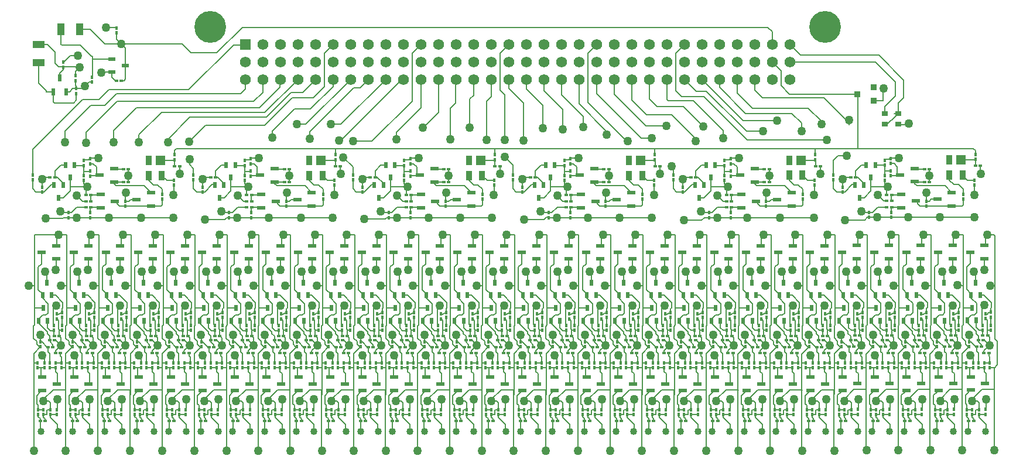
<source format=gtl>
%FSLAX24Y24*%
%MOIN*%
G70*
G01*
G75*
G04 Layer_Physical_Order=1*
G04 Layer_Color=255*
%ADD10R,0.0669X0.0433*%
%ADD11R,0.0433X0.0669*%
%ADD12R,0.0354X0.0276*%
%ADD13R,0.0118X0.0197*%
%ADD14R,0.0394X0.0236*%
%ADD15R,0.0197X0.0118*%
%ADD16R,0.0197X0.0354*%
%ADD17R,0.0512X0.0236*%
%ADD18R,0.0354X0.0532*%
%ADD19R,0.0532X0.0532*%
%ADD20R,0.0236X0.0394*%
%ADD21R,0.0374X0.0354*%
%ADD22R,0.0374X0.0354*%
%ADD23C,0.0070*%
%ADD24C,0.0050*%
%ADD25C,0.0051*%
%ADD26C,0.0620*%
%ADD27R,0.0620X0.0620*%
%ADD28C,0.0400*%
%ADD29C,0.1811*%
%ADD30C,0.0500*%
D10*
X13000Y34132D02*
D03*
Y33068D02*
D03*
D11*
X15331Y35000D02*
D03*
X14268D02*
D03*
D12*
X61910Y30175D02*
D03*
Y29585D02*
D03*
X61160Y29585D02*
D03*
Y30175D02*
D03*
D13*
X58230Y26693D02*
D03*
X49120Y26689D02*
D03*
X39990Y26688D02*
D03*
X30880D02*
D03*
X21800D02*
D03*
X12650D02*
D03*
X15140Y31608D02*
D03*
Y31332D02*
D03*
X16040Y31982D02*
D03*
Y32258D02*
D03*
X17440Y34782D02*
D03*
Y35058D02*
D03*
X57200Y27563D02*
D03*
Y27839D02*
D03*
X48070Y27562D02*
D03*
Y27838D02*
D03*
X38960Y27562D02*
D03*
Y27838D02*
D03*
X33800Y27232D02*
D03*
X29880Y27562D02*
D03*
Y27838D02*
D03*
X15570Y27232D02*
D03*
X24720D02*
D03*
X42910D02*
D03*
X20730Y27562D02*
D03*
Y27838D02*
D03*
X52040Y27233D02*
D03*
X62540Y15991D02*
D03*
Y15716D02*
D03*
X54400Y24913D02*
D03*
X63510Y24918D02*
D03*
X58900Y15991D02*
D03*
Y15716D02*
D03*
X46130Y15986D02*
D03*
Y15710D02*
D03*
X57070Y15987D02*
D03*
Y15711D02*
D03*
X51610Y15987D02*
D03*
Y15711D02*
D03*
X42840Y13040D02*
D03*
Y13316D02*
D03*
X53430Y15987D02*
D03*
Y15711D02*
D03*
X13180Y25712D02*
D03*
X44310Y15986D02*
D03*
Y15710D02*
D03*
X52040Y26383D02*
D03*
Y26659D02*
D03*
X60720Y15991D02*
D03*
Y15716D02*
D03*
X49790Y15987D02*
D03*
Y15711D02*
D03*
X33360Y15986D02*
D03*
Y15710D02*
D03*
X18820Y15986D02*
D03*
Y15710D02*
D03*
X44660Y13040D02*
D03*
Y13316D02*
D03*
X29720Y15986D02*
D03*
Y15710D02*
D03*
X40660Y15986D02*
D03*
Y15710D02*
D03*
X67180Y18868D02*
D03*
Y18592D02*
D03*
X35820Y15710D02*
D03*
Y15986D02*
D03*
X16980D02*
D03*
Y15710D02*
D03*
X22470Y15986D02*
D03*
Y15710D02*
D03*
X26100Y15986D02*
D03*
Y15710D02*
D03*
X15150Y15986D02*
D03*
Y15710D02*
D03*
X20650Y15986D02*
D03*
Y15710D02*
D03*
X15100Y13040D02*
D03*
Y13316D02*
D03*
X13320Y15986D02*
D03*
Y15710D02*
D03*
X32190D02*
D03*
Y15986D02*
D03*
X44950Y15710D02*
D03*
Y15986D02*
D03*
X15920Y27332D02*
D03*
X66900Y13342D02*
D03*
Y13067D02*
D03*
X63260Y13338D02*
D03*
Y13062D02*
D03*
X38820Y15986D02*
D03*
Y15710D02*
D03*
X55250Y15987D02*
D03*
Y15711D02*
D03*
X27910Y15986D02*
D03*
Y15710D02*
D03*
X45270D02*
D03*
Y15986D02*
D03*
X52570Y15711D02*
D03*
Y15987D02*
D03*
X26450Y13040D02*
D03*
Y13316D02*
D03*
X28260Y13040D02*
D03*
Y13316D02*
D03*
X59250Y13046D02*
D03*
Y13321D02*
D03*
X25250Y15710D02*
D03*
Y15986D02*
D03*
X43960Y13040D02*
D03*
Y13316D02*
D03*
X14800Y13040D02*
D03*
Y13316D02*
D03*
X12970Y13040D02*
D03*
Y13316D02*
D03*
X61070Y13046D02*
D03*
Y13321D02*
D03*
X64710Y13046D02*
D03*
Y13321D02*
D03*
X19780Y15710D02*
D03*
Y15986D02*
D03*
X16580Y15710D02*
D03*
Y15986D02*
D03*
X36140Y15710D02*
D03*
Y15986D02*
D03*
X64010Y13046D02*
D03*
Y13321D02*
D03*
X15570Y26382D02*
D03*
Y26658D02*
D03*
X33800Y26382D02*
D03*
Y26658D02*
D03*
X27510Y15710D02*
D03*
Y15986D02*
D03*
X24720Y26382D02*
D03*
Y26658D02*
D03*
X42910Y26382D02*
D03*
Y26658D02*
D03*
X24290Y15986D02*
D03*
Y15710D02*
D03*
X48600D02*
D03*
Y15986D02*
D03*
X46770Y15710D02*
D03*
Y15986D02*
D03*
X52250Y15711D02*
D03*
Y15987D02*
D03*
X61510Y24268D02*
D03*
Y24543D02*
D03*
X20030Y25312D02*
D03*
Y25588D02*
D03*
X48020Y26388D02*
D03*
X29180Y25312D02*
D03*
Y25588D02*
D03*
X38910Y26388D02*
D03*
X38260Y25312D02*
D03*
Y25588D02*
D03*
X47370Y25312D02*
D03*
Y25588D02*
D03*
X65610Y25318D02*
D03*
Y25594D02*
D03*
X12650Y26412D02*
D03*
X56500Y25313D02*
D03*
Y25589D02*
D03*
X21800Y26412D02*
D03*
X57150Y26389D02*
D03*
X39990Y26412D02*
D03*
X66260Y26393D02*
D03*
X30880Y26412D02*
D03*
X49120Y26413D02*
D03*
X17930Y24912D02*
D03*
X27080D02*
D03*
X36160D02*
D03*
X45270D02*
D03*
X48920Y15710D02*
D03*
Y15986D02*
D03*
X33670Y15710D02*
D03*
Y15986D02*
D03*
X50750Y15711D02*
D03*
Y15987D02*
D03*
X59210Y15716D02*
D03*
Y15991D02*
D03*
X25290Y18118D02*
D03*
X41620Y15710D02*
D03*
Y15986D02*
D03*
X14320Y18118D02*
D03*
X32250Y18768D02*
D03*
X28610D02*
D03*
X26800D02*
D03*
X35880D02*
D03*
X61360Y15716D02*
D03*
Y15991D02*
D03*
X47130Y18118D02*
D03*
X37700Y18768D02*
D03*
X63180Y15716D02*
D03*
Y15991D02*
D03*
X41360Y18768D02*
D03*
X55560Y15711D02*
D03*
Y15987D02*
D03*
X57380Y15711D02*
D03*
Y15987D02*
D03*
X35490Y15710D02*
D03*
Y15986D02*
D03*
X65000Y15716D02*
D03*
Y15991D02*
D03*
X61720Y18864D02*
D03*
Y18588D02*
D03*
X45310Y18118D02*
D03*
X41660D02*
D03*
X39820D02*
D03*
X43490D02*
D03*
X38000D02*
D03*
X36180D02*
D03*
X34360D02*
D03*
X32550D02*
D03*
X28910D02*
D03*
X30720D02*
D03*
X55600Y13041D02*
D03*
Y13317D02*
D03*
X13960Y15710D02*
D03*
Y15986D02*
D03*
X62140Y15716D02*
D03*
Y15991D02*
D03*
X50430Y15711D02*
D03*
Y15987D02*
D03*
X14750Y15710D02*
D03*
Y15986D02*
D03*
X29320Y15710D02*
D03*
Y15986D02*
D03*
X39170Y13040D02*
D03*
Y13316D02*
D03*
X29670Y13040D02*
D03*
Y13316D02*
D03*
X60670Y13046D02*
D03*
Y13321D02*
D03*
X25880Y16912D02*
D03*
Y17188D02*
D03*
X37350Y13040D02*
D03*
Y13316D02*
D03*
X23110Y15710D02*
D03*
Y15986D02*
D03*
X22070Y15710D02*
D03*
Y15986D02*
D03*
X25700Y15710D02*
D03*
Y15986D02*
D03*
X51390Y16913D02*
D03*
Y17189D02*
D03*
X48310Y13040D02*
D03*
Y13316D02*
D03*
X66530Y13050D02*
D03*
Y13326D02*
D03*
X13100Y16912D02*
D03*
Y17188D02*
D03*
X55030Y16913D02*
D03*
Y17189D02*
D03*
X47130Y18858D02*
D03*
Y18582D02*
D03*
X62490Y13046D02*
D03*
Y13321D02*
D03*
X35130Y13040D02*
D03*
Y13316D02*
D03*
X32960Y15710D02*
D03*
Y15986D02*
D03*
X16630Y13040D02*
D03*
Y13316D02*
D03*
X15930Y24262D02*
D03*
Y24538D02*
D03*
X18770Y13040D02*
D03*
Y13316D02*
D03*
X16760Y16912D02*
D03*
Y17188D02*
D03*
X22250Y16912D02*
D03*
Y17188D02*
D03*
X18600Y16912D02*
D03*
Y17188D02*
D03*
X20430Y16912D02*
D03*
Y17188D02*
D03*
X16930Y13040D02*
D03*
Y13316D02*
D03*
X24070Y16912D02*
D03*
Y17188D02*
D03*
X29500Y16912D02*
D03*
Y17188D02*
D03*
X27690Y16912D02*
D03*
Y17188D02*
D03*
X34960Y16912D02*
D03*
Y17188D02*
D03*
X20250Y15710D02*
D03*
Y15986D02*
D03*
X31550D02*
D03*
Y15710D02*
D03*
X62890Y13046D02*
D03*
Y13321D02*
D03*
X41660Y18858D02*
D03*
Y18582D02*
D03*
X63960Y15716D02*
D03*
Y15991D02*
D03*
X21290Y15710D02*
D03*
Y15986D02*
D03*
X24240Y13040D02*
D03*
Y13316D02*
D03*
X22420Y13040D02*
D03*
Y13316D02*
D03*
X20600Y13040D02*
D03*
Y13316D02*
D03*
X31150Y15710D02*
D03*
Y15986D02*
D03*
X58850Y13046D02*
D03*
Y13321D02*
D03*
X54850Y15711D02*
D03*
Y15987D02*
D03*
X38600Y16912D02*
D03*
Y17188D02*
D03*
X17620Y15710D02*
D03*
Y15986D02*
D03*
X14930Y16912D02*
D03*
Y17188D02*
D03*
X59900Y18864D02*
D03*
Y18588D02*
D03*
X65360Y18864D02*
D03*
Y18588D02*
D03*
X43490Y18858D02*
D03*
Y18582D02*
D03*
X45310Y18858D02*
D03*
Y18582D02*
D03*
X48960Y18858D02*
D03*
Y18582D02*
D03*
X50790Y18859D02*
D03*
Y18583D02*
D03*
X56250Y18859D02*
D03*
Y18583D02*
D03*
X52610Y18859D02*
D03*
Y18583D02*
D03*
X54430Y18859D02*
D03*
Y18583D02*
D03*
X58070Y18859D02*
D03*
Y18583D02*
D03*
X31500Y13040D02*
D03*
Y13316D02*
D03*
X13270Y13040D02*
D03*
Y13316D02*
D03*
X49390Y15711D02*
D03*
Y15987D02*
D03*
X26740Y15710D02*
D03*
Y15986D02*
D03*
X36780Y16912D02*
D03*
Y17188D02*
D03*
X28550Y15710D02*
D03*
Y15986D02*
D03*
X42440Y13040D02*
D03*
Y13316D02*
D03*
X34780Y15710D02*
D03*
Y15986D02*
D03*
X38770Y13040D02*
D03*
Y13316D02*
D03*
X44260Y13040D02*
D03*
Y13316D02*
D03*
X49740Y13041D02*
D03*
Y13317D02*
D03*
X46080Y13040D02*
D03*
Y13316D02*
D03*
X47910Y13040D02*
D03*
Y13316D02*
D03*
X51560Y13041D02*
D03*
Y13317D02*
D03*
X57020Y13041D02*
D03*
Y13317D02*
D03*
X53380Y13041D02*
D03*
Y13317D02*
D03*
X55200Y13041D02*
D03*
Y13317D02*
D03*
X64310Y13046D02*
D03*
Y13321D02*
D03*
X33310Y13040D02*
D03*
Y13316D02*
D03*
X36600Y15710D02*
D03*
Y15986D02*
D03*
X40610Y13040D02*
D03*
Y13316D02*
D03*
X66130Y13050D02*
D03*
Y13326D02*
D03*
X38420Y15710D02*
D03*
Y15986D02*
D03*
X40260Y15710D02*
D03*
Y15986D02*
D03*
X42090Y15710D02*
D03*
Y15986D02*
D03*
X41300Y15710D02*
D03*
Y15986D02*
D03*
X43910Y15710D02*
D03*
Y15986D02*
D03*
X43130Y15710D02*
D03*
Y15986D02*
D03*
X45730Y15710D02*
D03*
Y15986D02*
D03*
X46480Y13040D02*
D03*
Y13316D02*
D03*
X51210Y15711D02*
D03*
Y15987D02*
D03*
X15790Y15710D02*
D03*
Y15986D02*
D03*
X53210Y16913D02*
D03*
Y17189D02*
D03*
X40440Y16912D02*
D03*
Y17188D02*
D03*
X37640Y15710D02*
D03*
Y15986D02*
D03*
X18420Y15710D02*
D03*
Y15986D02*
D03*
X42270Y16912D02*
D03*
Y17188D02*
D03*
X44090Y16912D02*
D03*
Y17188D02*
D03*
X49570Y16913D02*
D03*
Y17189D02*
D03*
X36950Y13040D02*
D03*
Y13316D02*
D03*
X45910Y16912D02*
D03*
Y17188D02*
D03*
X47740Y16912D02*
D03*
Y17188D02*
D03*
X39460Y15710D02*
D03*
Y15986D02*
D03*
X53030Y15711D02*
D03*
Y15987D02*
D03*
X19460Y15710D02*
D03*
Y15986D02*
D03*
X24930Y15710D02*
D03*
Y15986D02*
D03*
X31900Y13040D02*
D03*
Y13316D02*
D03*
X35530Y13040D02*
D03*
Y13316D02*
D03*
X52330Y13333D02*
D03*
Y13058D02*
D03*
X33710Y13040D02*
D03*
Y13316D02*
D03*
X30070Y13040D02*
D03*
Y13316D02*
D03*
X41010Y13040D02*
D03*
Y13316D02*
D03*
X57790Y13333D02*
D03*
Y13058D02*
D03*
X59620Y13338D02*
D03*
Y13062D02*
D03*
X61440Y13338D02*
D03*
Y13062D02*
D03*
X55970Y13333D02*
D03*
Y13058D02*
D03*
X23470Y18118D02*
D03*
X23430Y15710D02*
D03*
Y15986D02*
D03*
X57420Y13041D02*
D03*
Y13317D02*
D03*
X39130Y15710D02*
D03*
Y15986D02*
D03*
X58760Y25718D02*
D03*
X21000Y13040D02*
D03*
Y13316D02*
D03*
X54130Y18769D02*
D03*
X15500Y13040D02*
D03*
Y13316D02*
D03*
X15460Y15710D02*
D03*
Y15986D02*
D03*
X16110Y15710D02*
D03*
Y15986D02*
D03*
X33910Y17842D02*
D03*
Y18118D02*
D03*
X30030Y15710D02*
D03*
Y15986D02*
D03*
X19170Y13040D02*
D03*
Y13316D02*
D03*
X18470Y13040D02*
D03*
Y13316D02*
D03*
X28870Y15710D02*
D03*
Y15986D02*
D03*
X51960Y13041D02*
D03*
Y13317D02*
D03*
X53780Y13041D02*
D03*
Y13317D02*
D03*
X17330Y13040D02*
D03*
Y13316D02*
D03*
X43260Y27332D02*
D03*
X62320Y16918D02*
D03*
Y17193D02*
D03*
X53740Y15711D02*
D03*
Y15987D02*
D03*
X19520Y18768D02*
D03*
X25290Y18858D02*
D03*
Y18582D02*
D03*
X32510Y15710D02*
D03*
Y15986D02*
D03*
X37000D02*
D03*
Y15710D02*
D03*
X20300Y13040D02*
D03*
Y13316D02*
D03*
X34150Y26632D02*
D03*
Y26908D02*
D03*
X52390Y26633D02*
D03*
Y26909D02*
D03*
X16150Y18858D02*
D03*
Y18582D02*
D03*
X19820Y18858D02*
D03*
Y18582D02*
D03*
X50140Y13041D02*
D03*
Y13317D02*
D03*
X55950Y18769D02*
D03*
X27100Y18858D02*
D03*
Y18582D02*
D03*
X51150Y24539D02*
D03*
Y24263D02*
D03*
X50790Y18119D02*
D03*
X65960Y16922D02*
D03*
Y17198D02*
D03*
X47090Y15710D02*
D03*
Y15986D02*
D03*
X14320Y18858D02*
D03*
Y18582D02*
D03*
X65320Y15716D02*
D03*
Y15991D02*
D03*
X23470Y18858D02*
D03*
Y18582D02*
D03*
X17680Y18768D02*
D03*
X34360Y18858D02*
D03*
Y18582D02*
D03*
X32550Y18858D02*
D03*
Y18582D02*
D03*
X17980Y18118D02*
D03*
X19820D02*
D03*
X57770Y18769D02*
D03*
X59600Y18773D02*
D03*
X65060D02*
D03*
X61420D02*
D03*
X63240D02*
D03*
X66880Y18778D02*
D03*
X14680Y24538D02*
D03*
Y24262D02*
D03*
X42800Y15710D02*
D03*
Y15986D02*
D03*
X23830Y24538D02*
D03*
Y24262D02*
D03*
X32910Y24538D02*
D03*
Y24262D02*
D03*
X37960Y15710D02*
D03*
Y15986D02*
D03*
X36180Y18858D02*
D03*
Y18582D02*
D03*
X63540Y18864D02*
D03*
Y18588D02*
D03*
X55890Y15711D02*
D03*
Y15987D02*
D03*
X59540Y15716D02*
D03*
Y15991D02*
D03*
X34000Y15710D02*
D03*
Y15986D02*
D03*
X14040Y13332D02*
D03*
Y13056D02*
D03*
X14280Y15710D02*
D03*
Y15986D02*
D03*
X27060Y15710D02*
D03*
Y15986D02*
D03*
X65830Y13050D02*
D03*
Y13326D02*
D03*
X38470Y13040D02*
D03*
Y13316D02*
D03*
X42140Y13040D02*
D03*
Y13316D02*
D03*
X40310Y13040D02*
D03*
Y13316D02*
D03*
X36650Y13040D02*
D03*
Y13316D02*
D03*
X31200Y13040D02*
D03*
Y13316D02*
D03*
X34830Y13040D02*
D03*
Y13316D02*
D03*
X33010Y13040D02*
D03*
Y13316D02*
D03*
X29370Y13040D02*
D03*
Y13316D02*
D03*
X23940Y13040D02*
D03*
Y13316D02*
D03*
X27560Y13040D02*
D03*
Y13316D02*
D03*
X25750Y13040D02*
D03*
Y13316D02*
D03*
X13670Y13040D02*
D03*
Y13316D02*
D03*
X17940Y15710D02*
D03*
Y15986D02*
D03*
X22120Y13040D02*
D03*
Y13316D02*
D03*
X65080Y13338D02*
D03*
Y13062D02*
D03*
X34320Y15710D02*
D03*
Y15986D02*
D03*
X19370Y17842D02*
D03*
Y18118D02*
D03*
X32100Y17842D02*
D03*
Y18118D02*
D03*
X35730Y17842D02*
D03*
Y18118D02*
D03*
X30270Y17842D02*
D03*
Y18118D02*
D03*
X17530Y17842D02*
D03*
Y18118D02*
D03*
X21200Y17842D02*
D03*
Y18118D02*
D03*
X66490Y15720D02*
D03*
Y15996D02*
D03*
X17980Y18858D02*
D03*
Y18582D02*
D03*
X66820Y15720D02*
D03*
Y15996D02*
D03*
X37550Y17842D02*
D03*
Y18118D02*
D03*
X44860Y17842D02*
D03*
Y18118D02*
D03*
X15700Y17842D02*
D03*
Y18118D02*
D03*
X31860Y15710D02*
D03*
Y15986D02*
D03*
X61030Y15716D02*
D03*
Y15991D02*
D03*
X40970Y15710D02*
D03*
Y15986D02*
D03*
X21650Y18118D02*
D03*
X23170Y18768D02*
D03*
X37310Y15710D02*
D03*
Y15986D02*
D03*
X54070Y15711D02*
D03*
Y15987D02*
D03*
X27100Y18118D02*
D03*
X57710Y15711D02*
D03*
Y15987D02*
D03*
X22330Y25712D02*
D03*
X61500Y27338D02*
D03*
X52390Y27333D02*
D03*
X63500Y15716D02*
D03*
Y15991D02*
D03*
X42490Y15986D02*
D03*
Y15710D02*
D03*
X21650Y18858D02*
D03*
Y18582D02*
D03*
X15850Y18768D02*
D03*
X61500Y26638D02*
D03*
Y26913D02*
D03*
X32270Y13332D02*
D03*
Y13056D02*
D03*
X28630Y13332D02*
D03*
Y13056D02*
D03*
X26820Y13332D02*
D03*
Y13056D02*
D03*
X30440Y13332D02*
D03*
Y13056D02*
D03*
X23190Y13332D02*
D03*
Y13056D02*
D03*
X25010Y13332D02*
D03*
Y13056D02*
D03*
X19540Y13332D02*
D03*
Y13056D02*
D03*
X21370Y13332D02*
D03*
Y13056D02*
D03*
X17700Y13332D02*
D03*
Y13056D02*
D03*
X15870Y13332D02*
D03*
Y13056D02*
D03*
X30360Y15710D02*
D03*
Y15986D02*
D03*
X39820Y18858D02*
D03*
Y18582D02*
D03*
X64910Y17848D02*
D03*
Y18124D02*
D03*
X48660Y18768D02*
D03*
X43450Y15710D02*
D03*
Y15986D02*
D03*
X63090Y17848D02*
D03*
Y18124D02*
D03*
X66730Y17852D02*
D03*
Y18128D02*
D03*
X59450Y17848D02*
D03*
Y18124D02*
D03*
X61270Y17848D02*
D03*
Y18124D02*
D03*
X57620Y17843D02*
D03*
Y18119D02*
D03*
X42020Y24538D02*
D03*
Y24262D02*
D03*
X60260Y24543D02*
D03*
Y24268D02*
D03*
X20680Y26388D02*
D03*
X43260Y26632D02*
D03*
Y26908D02*
D03*
X29830Y26388D02*
D03*
X25070Y26632D02*
D03*
Y26908D02*
D03*
X45010Y18768D02*
D03*
X46830D02*
D03*
X55800Y17843D02*
D03*
Y18119D02*
D03*
X53980Y17843D02*
D03*
Y18119D02*
D03*
X50340Y17843D02*
D03*
Y18119D02*
D03*
X46680Y17842D02*
D03*
Y18118D02*
D03*
X48510Y17842D02*
D03*
Y18118D02*
D03*
X52160Y17843D02*
D03*
Y18119D02*
D03*
X39370Y17842D02*
D03*
Y18118D02*
D03*
X41210Y17842D02*
D03*
Y18118D02*
D03*
X43040Y17842D02*
D03*
Y18118D02*
D03*
X13870Y17842D02*
D03*
Y18118D02*
D03*
X64670Y15716D02*
D03*
Y15991D02*
D03*
X62850Y15716D02*
D03*
Y15991D02*
D03*
X31330Y16912D02*
D03*
Y17188D02*
D03*
X58680Y16918D02*
D03*
Y17193D02*
D03*
X60500Y16918D02*
D03*
Y17193D02*
D03*
X34150Y27332D02*
D03*
X49650Y25713D02*
D03*
X52610Y18119D02*
D03*
X58070D02*
D03*
X54430D02*
D03*
X56250D02*
D03*
X59900Y18124D02*
D03*
X65360D02*
D03*
X61720D02*
D03*
X63540D02*
D03*
X67180Y18128D02*
D03*
X16150Y18118D02*
D03*
X14020Y18768D02*
D03*
X21350D02*
D03*
X15920Y26632D02*
D03*
Y26908D02*
D03*
X24990Y18768D02*
D03*
X28910Y18858D02*
D03*
Y18582D02*
D03*
X30720Y18858D02*
D03*
Y18582D02*
D03*
X30420Y18768D02*
D03*
X34060D02*
D03*
X50490Y18769D02*
D03*
X51920Y15711D02*
D03*
Y15987D02*
D03*
X67140Y15720D02*
D03*
Y15996D02*
D03*
X44620Y15710D02*
D03*
Y15986D02*
D03*
X48270Y15710D02*
D03*
Y15986D02*
D03*
X58030Y15711D02*
D03*
Y15987D02*
D03*
X26650Y17842D02*
D03*
Y18118D02*
D03*
X46440Y15710D02*
D03*
Y15986D02*
D03*
X54150Y13333D02*
D03*
Y13058D02*
D03*
X50510Y13333D02*
D03*
Y13058D02*
D03*
X45030Y13332D02*
D03*
Y13056D02*
D03*
X43210Y13332D02*
D03*
Y13056D02*
D03*
X46850Y13332D02*
D03*
Y13056D02*
D03*
X38000Y18858D02*
D03*
Y18582D02*
D03*
X52310Y18769D02*
D03*
X43190Y18768D02*
D03*
X24840Y17842D02*
D03*
Y18118D02*
D03*
X64140Y16918D02*
D03*
Y17193D02*
D03*
X33140Y16912D02*
D03*
Y17188D02*
D03*
X56850Y16913D02*
D03*
Y17189D02*
D03*
X24640Y13040D02*
D03*
Y13316D02*
D03*
X56210Y15711D02*
D03*
Y15987D02*
D03*
X23020Y17842D02*
D03*
Y18118D02*
D03*
X39780Y15710D02*
D03*
Y15986D02*
D03*
X39520Y18768D02*
D03*
X48960Y18118D02*
D03*
X48680Y13332D02*
D03*
Y13056D02*
D03*
X41380Y13332D02*
D03*
Y13056D02*
D03*
X35900Y13332D02*
D03*
Y13056D02*
D03*
X39540Y13332D02*
D03*
Y13056D02*
D03*
X34080Y13332D02*
D03*
Y13056D02*
D03*
X37720Y13332D02*
D03*
Y13056D02*
D03*
X40520Y25712D02*
D03*
X31410D02*
D03*
X35180Y15986D02*
D03*
Y15710D02*
D03*
X54390Y15711D02*
D03*
Y15987D02*
D03*
X28460Y17842D02*
D03*
Y18118D02*
D03*
X50100Y15711D02*
D03*
Y15987D02*
D03*
X61680Y15716D02*
D03*
Y15991D02*
D03*
X59860Y15716D02*
D03*
Y15991D02*
D03*
X13630Y15710D02*
D03*
Y15986D02*
D03*
X47960D02*
D03*
Y15710D02*
D03*
X64360Y15991D02*
D03*
Y15716D02*
D03*
X25070Y27332D02*
D03*
X17290Y15710D02*
D03*
Y15986D02*
D03*
X19130Y15710D02*
D03*
Y15986D02*
D03*
X20960Y15710D02*
D03*
Y15986D02*
D03*
X28220Y15710D02*
D03*
Y15986D02*
D03*
X24600Y15710D02*
D03*
Y15986D02*
D03*
X22780Y15710D02*
D03*
Y15986D02*
D03*
X26410Y15710D02*
D03*
Y15986D02*
D03*
X22820Y13040D02*
D03*
Y13316D02*
D03*
X47560Y15710D02*
D03*
Y15986D02*
D03*
X12920Y15710D02*
D03*
Y15986D02*
D03*
X60320Y15716D02*
D03*
Y15991D02*
D03*
X52400Y24263D02*
D03*
Y24539D02*
D03*
X43270Y24262D02*
D03*
Y24538D02*
D03*
X27860Y13040D02*
D03*
Y13316D02*
D03*
X58500Y15716D02*
D03*
Y15991D02*
D03*
X25080Y24262D02*
D03*
Y24538D02*
D03*
X34160Y24262D02*
D03*
Y24538D02*
D03*
X26050Y13040D02*
D03*
Y13316D02*
D03*
X56670Y15711D02*
D03*
Y15987D02*
D03*
X45780Y13040D02*
D03*
Y13316D02*
D03*
X47610Y13040D02*
D03*
Y13316D02*
D03*
X30680Y15710D02*
D03*
Y15986D02*
D03*
X21610Y15710D02*
D03*
Y15986D02*
D03*
X23890Y15710D02*
D03*
Y15986D02*
D03*
X49440Y13041D02*
D03*
Y13317D02*
D03*
X56720Y13041D02*
D03*
Y13317D02*
D03*
X62190Y13046D02*
D03*
Y13321D02*
D03*
X60370Y13046D02*
D03*
Y13321D02*
D03*
X58550Y13046D02*
D03*
Y13321D02*
D03*
X54900Y13041D02*
D03*
Y13317D02*
D03*
X53080Y13041D02*
D03*
Y13317D02*
D03*
X51260Y13041D02*
D03*
Y13317D02*
D03*
X66310Y27568D02*
D03*
Y27843D02*
D03*
X61150Y27238D02*
D03*
Y26388D02*
D03*
Y26663D02*
D03*
X66180Y15996D02*
D03*
Y15720D02*
D03*
X14390Y33108D02*
D03*
Y32832D02*
D03*
X65780Y15720D02*
D03*
Y15996D02*
D03*
X58230Y26418D02*
D03*
X20680Y26112D02*
D03*
X29830D02*
D03*
X38910D02*
D03*
X48020D02*
D03*
X57150Y26113D02*
D03*
X66260Y26118D02*
D03*
X17930Y25188D02*
D03*
X27080D02*
D03*
X36160D02*
D03*
X45270D02*
D03*
X54400Y25189D02*
D03*
X63510Y25194D02*
D03*
X15920Y27608D02*
D03*
X25070D02*
D03*
X34150D02*
D03*
X43260D02*
D03*
X52390Y27609D02*
D03*
X61500Y27613D02*
D03*
X13180Y25988D02*
D03*
X22330D02*
D03*
X31410D02*
D03*
X40520D02*
D03*
X49650Y25989D02*
D03*
X58760Y25993D02*
D03*
X15570Y27508D02*
D03*
X24720D02*
D03*
X33800D02*
D03*
X42910D02*
D03*
X52040Y27509D02*
D03*
X61150Y27513D02*
D03*
X25290Y17842D02*
D03*
X14320D02*
D03*
X32250Y18492D02*
D03*
X28610D02*
D03*
X26800D02*
D03*
X35880D02*
D03*
X47130Y17842D02*
D03*
X37700Y18492D02*
D03*
X41360D02*
D03*
X45310Y17842D02*
D03*
X41660D02*
D03*
X39820D02*
D03*
X43490D02*
D03*
X38000D02*
D03*
X36180D02*
D03*
X34360D02*
D03*
X32550D02*
D03*
X28910D02*
D03*
X30720D02*
D03*
X23470D02*
D03*
X54130Y18493D02*
D03*
X19520Y18492D02*
D03*
X55950Y18493D02*
D03*
X50790Y17843D02*
D03*
X17680Y18492D02*
D03*
X17980Y17842D02*
D03*
X19820D02*
D03*
X57770Y18493D02*
D03*
X59600Y18498D02*
D03*
X65060D02*
D03*
X61420D02*
D03*
X63240D02*
D03*
X66880Y18502D02*
D03*
X21650Y17842D02*
D03*
X23170Y18492D02*
D03*
X27100Y17842D02*
D03*
X15850Y18492D02*
D03*
X48660D02*
D03*
X45010D02*
D03*
X46830D02*
D03*
X52610Y17843D02*
D03*
X58070D02*
D03*
X54430D02*
D03*
X56250D02*
D03*
X59900Y17848D02*
D03*
X65360D02*
D03*
X61720D02*
D03*
X63540D02*
D03*
X67180Y17852D02*
D03*
X16150Y17842D02*
D03*
X14020Y18492D02*
D03*
X21350D02*
D03*
X24990D02*
D03*
X30420D02*
D03*
X34060D02*
D03*
X50490Y18493D02*
D03*
X52310D02*
D03*
X43190Y18492D02*
D03*
X39520D02*
D03*
X48960Y17842D02*
D03*
X15100Y32338D02*
D03*
Y32062D02*
D03*
D14*
X17934Y32920D02*
D03*
X17146Y32546D02*
D03*
Y33294D02*
D03*
D15*
X15692Y25200D02*
D03*
X15968D02*
D03*
X13882Y17530D02*
D03*
X27948Y12690D02*
D03*
X27672D02*
D03*
X43032Y24850D02*
D03*
X43308D02*
D03*
X24852Y17530D02*
D03*
X19382D02*
D03*
X23032D02*
D03*
X21212D02*
D03*
X17542D02*
D03*
X15712D02*
D03*
X26662D02*
D03*
X33398Y12690D02*
D03*
X33122D02*
D03*
X63440Y16556D02*
D03*
X61620D02*
D03*
X67080Y16560D02*
D03*
X65260Y16556D02*
D03*
X59800D02*
D03*
X56150Y16551D02*
D03*
X57970D02*
D03*
X50690D02*
D03*
X52510D02*
D03*
X47030Y16550D02*
D03*
X54330Y16551D02*
D03*
X48860Y16550D02*
D03*
X41560D02*
D03*
X45210D02*
D03*
X37900D02*
D03*
X39720D02*
D03*
X43390D02*
D03*
X51648Y12691D02*
D03*
X51372D02*
D03*
X32450Y16550D02*
D03*
X34260D02*
D03*
X28810D02*
D03*
X36080D02*
D03*
X30620D02*
D03*
X27000D02*
D03*
X23370D02*
D03*
X25190D02*
D03*
X17880D02*
D03*
X29758Y12690D02*
D03*
X29482D02*
D03*
X21550Y16550D02*
D03*
X16050D02*
D03*
X19720D02*
D03*
X57108Y12691D02*
D03*
X56832D02*
D03*
X58938Y12696D02*
D03*
X58662D02*
D03*
X55288Y12691D02*
D03*
X55012D02*
D03*
X14220Y16550D02*
D03*
X47998Y12690D02*
D03*
X47722D02*
D03*
X53468Y12691D02*
D03*
X53192D02*
D03*
X44348Y12690D02*
D03*
X44072D02*
D03*
X15188D02*
D03*
X14912D02*
D03*
X24328D02*
D03*
X24052D02*
D03*
X49828Y12691D02*
D03*
X49552D02*
D03*
X17018Y12690D02*
D03*
X16742D02*
D03*
X46168D02*
D03*
X45892D02*
D03*
X31588D02*
D03*
X31312D02*
D03*
X22508D02*
D03*
X22232D02*
D03*
X35218D02*
D03*
X34942D02*
D03*
X64398Y12696D02*
D03*
X64122D02*
D03*
X24842Y25200D02*
D03*
X25118D02*
D03*
X57212Y27201D02*
D03*
X57488D02*
D03*
X33922Y24850D02*
D03*
X34198D02*
D03*
X24842D02*
D03*
X25118D02*
D03*
X55562Y17281D02*
D03*
X57382D02*
D03*
X59212Y17286D02*
D03*
X37312Y17280D02*
D03*
X25118Y25550D02*
D03*
X24842D02*
D03*
X34198D02*
D03*
X33922D02*
D03*
X29932Y16900D02*
D03*
X30208D02*
D03*
X61282Y17536D02*
D03*
X46442Y17280D02*
D03*
X53992Y17531D02*
D03*
X52172D02*
D03*
X35392Y16900D02*
D03*
X35668D02*
D03*
X37212D02*
D03*
X37488D02*
D03*
X15968Y25550D02*
D03*
X15692D02*
D03*
X50352Y17531D02*
D03*
X51922Y17281D02*
D03*
X40698Y12690D02*
D03*
X40422D02*
D03*
X26138D02*
D03*
X25862D02*
D03*
X18858D02*
D03*
X18582D02*
D03*
X20688D02*
D03*
X20412D02*
D03*
X66742Y17540D02*
D03*
X35492Y17280D02*
D03*
X48272D02*
D03*
X39132D02*
D03*
X32112Y17530D02*
D03*
X30282D02*
D03*
X42528Y12690D02*
D03*
X42252D02*
D03*
X37038D02*
D03*
X36762D02*
D03*
X33672Y17280D02*
D03*
X28472Y17530D02*
D03*
X57282Y16901D02*
D03*
X57558D02*
D03*
X28222Y17280D02*
D03*
X39032Y16900D02*
D03*
X39308D02*
D03*
X43308Y25550D02*
D03*
X43032D02*
D03*
X30032Y17280D02*
D03*
X42702Y16900D02*
D03*
X42978D02*
D03*
X38858Y12690D02*
D03*
X38582D02*
D03*
X60758Y12696D02*
D03*
X60482D02*
D03*
X48172Y16900D02*
D03*
X48448D02*
D03*
X44522D02*
D03*
X44798D02*
D03*
X46342D02*
D03*
X46618D02*
D03*
X26412Y17280D02*
D03*
X50002Y16901D02*
D03*
X50278D02*
D03*
X55462D02*
D03*
X55738D02*
D03*
X51822D02*
D03*
X52098D02*
D03*
X53642D02*
D03*
X53918D02*
D03*
X64572Y16906D02*
D03*
X64848D02*
D03*
X66392Y16910D02*
D03*
X66668D02*
D03*
X43032Y25200D02*
D03*
X43308D02*
D03*
X33922Y17530D02*
D03*
X52162Y25201D02*
D03*
X52438D02*
D03*
X35742Y17530D02*
D03*
X37562D02*
D03*
X43052D02*
D03*
X33922Y25200D02*
D03*
X34198D02*
D03*
X39382Y17530D02*
D03*
X41222D02*
D03*
X44872D02*
D03*
X46692D02*
D03*
X38972Y27200D02*
D03*
X39248D02*
D03*
X20742D02*
D03*
X21018D02*
D03*
X29892D02*
D03*
X30168D02*
D03*
X62752Y16906D02*
D03*
X63028D02*
D03*
X59112D02*
D03*
X59388D02*
D03*
X60932D02*
D03*
X61208D02*
D03*
X31862Y17280D02*
D03*
X52438Y25551D02*
D03*
X52162D02*
D03*
X13532Y16900D02*
D03*
X13808D02*
D03*
X17192D02*
D03*
X17468D02*
D03*
X19032D02*
D03*
X19308D02*
D03*
X15362D02*
D03*
X15638D02*
D03*
X40972Y17280D02*
D03*
X24602D02*
D03*
X44622D02*
D03*
X50102Y17281D02*
D03*
X61032Y17286D02*
D03*
X53742Y17281D02*
D03*
X64922Y17536D02*
D03*
X63102D02*
D03*
X48082Y27200D02*
D03*
X48358D02*
D03*
X28122Y16900D02*
D03*
X28398D02*
D03*
X59462Y17536D02*
D03*
X66492Y17290D02*
D03*
X62852Y17286D02*
D03*
X64672D02*
D03*
X22682Y16900D02*
D03*
X22958D02*
D03*
X31762D02*
D03*
X32038D02*
D03*
X40872D02*
D03*
X41148D02*
D03*
X33572D02*
D03*
X33848D02*
D03*
X52162Y24851D02*
D03*
X52438D02*
D03*
X26312Y16900D02*
D03*
X26588D02*
D03*
X41258Y26550D02*
D03*
X13358Y12690D02*
D03*
X13082D02*
D03*
X17292Y17280D02*
D03*
X45448Y27020D02*
D03*
X45172D02*
D03*
X36338D02*
D03*
X36062D02*
D03*
X27258D02*
D03*
X26982D02*
D03*
X57632Y17531D02*
D03*
X63688Y27026D02*
D03*
X63412D02*
D03*
X13632Y17280D02*
D03*
X15692Y24850D02*
D03*
X15968D02*
D03*
X55812Y17531D02*
D03*
X22782Y17280D02*
D03*
X54578Y26271D02*
D03*
X54302D02*
D03*
X63688Y26276D02*
D03*
X63412D02*
D03*
X45448Y26270D02*
D03*
X45172D02*
D03*
X20962Y17280D02*
D03*
X27258Y26270D02*
D03*
X26982D02*
D03*
X13918Y26550D02*
D03*
X18108Y27020D02*
D03*
X17832D02*
D03*
X15462Y17280D02*
D03*
X19132D02*
D03*
X32148Y26550D02*
D03*
X23068D02*
D03*
X36338Y26270D02*
D03*
X36062D02*
D03*
X62578Y12696D02*
D03*
X62302D02*
D03*
X54578Y27021D02*
D03*
X54302D02*
D03*
X18108Y26270D02*
D03*
X17832D02*
D03*
X50388Y26551D02*
D03*
X59498Y26556D02*
D03*
X61272Y24856D02*
D03*
X61548D02*
D03*
X66218Y12700D02*
D03*
X65942D02*
D03*
X20862Y16900D02*
D03*
X21138D02*
D03*
X48522Y17530D02*
D03*
X24502Y16900D02*
D03*
X24778D02*
D03*
X42802Y17280D02*
D03*
X61272Y25206D02*
D03*
X61548D02*
D03*
X66322Y27206D02*
D03*
X66598D02*
D03*
X61548Y25556D02*
D03*
X61272D02*
D03*
X13642Y26550D02*
D03*
X22792D02*
D03*
X31872D02*
D03*
X40982D02*
D03*
X50112Y26551D02*
D03*
X59222Y26556D02*
D03*
X14158Y17530D02*
D03*
X25128D02*
D03*
X19658D02*
D03*
X23308D02*
D03*
X21488D02*
D03*
X17818D02*
D03*
X15988D02*
D03*
X26938D02*
D03*
X63164Y16556D02*
D03*
X61344D02*
D03*
X66804Y16560D02*
D03*
X64984Y16556D02*
D03*
X59524D02*
D03*
X55874Y16551D02*
D03*
X57694D02*
D03*
X50414D02*
D03*
X52234D02*
D03*
X46754Y16550D02*
D03*
X54054Y16551D02*
D03*
X48584Y16550D02*
D03*
X41284D02*
D03*
X44934D02*
D03*
X37624D02*
D03*
X39444D02*
D03*
X43114D02*
D03*
X32174D02*
D03*
X33984D02*
D03*
X28534D02*
D03*
X35804D02*
D03*
X30344D02*
D03*
X26724D02*
D03*
X23094D02*
D03*
X24914D02*
D03*
X17604D02*
D03*
X21274D02*
D03*
X15774D02*
D03*
X19444D02*
D03*
X13944D02*
D03*
X55838Y17281D02*
D03*
X57658D02*
D03*
X59488Y17286D02*
D03*
X37588Y17280D02*
D03*
X61558Y17536D02*
D03*
X46718Y17280D02*
D03*
X54268Y17531D02*
D03*
X52448D02*
D03*
X50628D02*
D03*
X52198Y17281D02*
D03*
X67018Y17540D02*
D03*
X35768Y17280D02*
D03*
X48548D02*
D03*
X39408D02*
D03*
X32388Y17530D02*
D03*
X30558D02*
D03*
X33948Y17280D02*
D03*
X28748Y17530D02*
D03*
X28498Y17280D02*
D03*
X30308D02*
D03*
X26688D02*
D03*
X34198Y17530D02*
D03*
X36018D02*
D03*
X37838D02*
D03*
X43328D02*
D03*
X39658D02*
D03*
X41498D02*
D03*
X45148D02*
D03*
X46968D02*
D03*
X32138Y17280D02*
D03*
X41248D02*
D03*
X24878D02*
D03*
X44898D02*
D03*
X50378Y17281D02*
D03*
X61308Y17286D02*
D03*
X54018Y17281D02*
D03*
X65198Y17536D02*
D03*
X63378D02*
D03*
X59738D02*
D03*
X66768Y17290D02*
D03*
X63128Y17286D02*
D03*
X64948D02*
D03*
X17568Y17280D02*
D03*
X57908Y17531D02*
D03*
X13908Y17280D02*
D03*
X56088Y17531D02*
D03*
X23058Y17280D02*
D03*
X21238D02*
D03*
X15738D02*
D03*
X19408D02*
D03*
X48798Y17530D02*
D03*
X43078Y17280D02*
D03*
X17688Y32050D02*
D03*
X17412D02*
D03*
D16*
X54924Y18397D02*
D03*
X55436D02*
D03*
X55180Y19105D02*
D03*
X24186Y27254D02*
D03*
X23674D02*
D03*
X23930Y26546D02*
D03*
X58794Y19851D02*
D03*
X59306D02*
D03*
X59050Y20560D02*
D03*
X55144Y19847D02*
D03*
X55656D02*
D03*
X55400Y20555D02*
D03*
X60614Y19851D02*
D03*
X61126D02*
D03*
X60870Y20560D02*
D03*
X53324Y19847D02*
D03*
X53836D02*
D03*
X53580Y20555D02*
D03*
X56964Y19847D02*
D03*
X57476D02*
D03*
X57220Y20555D02*
D03*
X66074Y19856D02*
D03*
X66586D02*
D03*
X66330Y20564D02*
D03*
X64254Y19851D02*
D03*
X64766D02*
D03*
X64510Y20560D02*
D03*
X62434Y19851D02*
D03*
X62946D02*
D03*
X62690Y20560D02*
D03*
X47854Y19846D02*
D03*
X48366D02*
D03*
X48110Y20554D02*
D03*
X51504Y19847D02*
D03*
X52016D02*
D03*
X51760Y20555D02*
D03*
X46024Y19846D02*
D03*
X46536D02*
D03*
X46280Y20554D02*
D03*
X44204Y19846D02*
D03*
X44716D02*
D03*
X44460Y20554D02*
D03*
X49684Y19847D02*
D03*
X50196D02*
D03*
X49940Y20555D02*
D03*
X15036Y27254D02*
D03*
X14524D02*
D03*
X14780Y26546D02*
D03*
X51506Y27255D02*
D03*
X50994D02*
D03*
X51250Y26547D02*
D03*
X29394Y18396D02*
D03*
X29906D02*
D03*
X29650Y19104D02*
D03*
X34854Y18396D02*
D03*
X35366D02*
D03*
X35110Y19104D02*
D03*
X27584Y18396D02*
D03*
X28096D02*
D03*
X27840Y19104D02*
D03*
X22144Y18396D02*
D03*
X22656D02*
D03*
X22400Y19104D02*
D03*
X25774Y18396D02*
D03*
X26286D02*
D03*
X26030Y19104D02*
D03*
X20324Y18396D02*
D03*
X20836D02*
D03*
X20580Y19104D02*
D03*
X18494Y18396D02*
D03*
X19006D02*
D03*
X18750Y19104D02*
D03*
X16654Y18396D02*
D03*
X17166D02*
D03*
X16910Y19104D02*
D03*
X14824Y18396D02*
D03*
X15336D02*
D03*
X15080Y19104D02*
D03*
X13250D02*
D03*
X13506Y18396D02*
D03*
X12994D02*
D03*
X42384Y19846D02*
D03*
X42896D02*
D03*
X42640Y20554D02*
D03*
X40554Y19846D02*
D03*
X41066D02*
D03*
X40810Y20554D02*
D03*
X43984Y18396D02*
D03*
X44496D02*
D03*
X44240Y19104D02*
D03*
X60394Y18401D02*
D03*
X60906D02*
D03*
X60650Y19110D02*
D03*
X58574Y18401D02*
D03*
X59086D02*
D03*
X58830Y19110D02*
D03*
X56744Y18397D02*
D03*
X57256D02*
D03*
X57000Y19105D02*
D03*
X53104Y18397D02*
D03*
X53616D02*
D03*
X53360Y19105D02*
D03*
X51284Y18397D02*
D03*
X51796D02*
D03*
X51540Y19105D02*
D03*
X31224Y18396D02*
D03*
X31736D02*
D03*
X31480Y19104D02*
D03*
X45804Y18396D02*
D03*
X46316D02*
D03*
X46060Y19104D02*
D03*
X47634Y18396D02*
D03*
X48146D02*
D03*
X47890Y19104D02*
D03*
X49464Y18397D02*
D03*
X49976D02*
D03*
X49720Y19105D02*
D03*
X24184Y19846D02*
D03*
X24696D02*
D03*
X24440Y20554D02*
D03*
X22364Y19846D02*
D03*
X22876D02*
D03*
X22620Y20554D02*
D03*
X16874Y19846D02*
D03*
X17386D02*
D03*
X17130Y20554D02*
D03*
X20544Y19846D02*
D03*
X21056D02*
D03*
X20800Y20554D02*
D03*
X18714Y19846D02*
D03*
X19226D02*
D03*
X18970Y20554D02*
D03*
X15044Y19846D02*
D03*
X15556D02*
D03*
X15300Y20554D02*
D03*
X13214Y19846D02*
D03*
X13726D02*
D03*
X13470Y20554D02*
D03*
X62214Y18401D02*
D03*
X62726D02*
D03*
X62470Y19110D02*
D03*
X65854Y18406D02*
D03*
X66366D02*
D03*
X66110Y19114D02*
D03*
X64034Y18401D02*
D03*
X64546D02*
D03*
X64290Y19110D02*
D03*
X36894Y19846D02*
D03*
X37406D02*
D03*
X37150Y20554D02*
D03*
X60616Y27260D02*
D03*
X60104D02*
D03*
X60360Y26551D02*
D03*
X32616Y26104D02*
D03*
X32104D02*
D03*
X32360Y25396D02*
D03*
X23536Y26104D02*
D03*
X23024D02*
D03*
X23280Y25396D02*
D03*
X41726Y26104D02*
D03*
X41214D02*
D03*
X41470Y25396D02*
D03*
X50856Y26105D02*
D03*
X50344D02*
D03*
X50600Y25397D02*
D03*
X27804Y19846D02*
D03*
X28316D02*
D03*
X28060Y20554D02*
D03*
X33266Y27254D02*
D03*
X32754D02*
D03*
X33010Y26546D02*
D03*
X42376Y27254D02*
D03*
X41864D02*
D03*
X42120Y26546D02*
D03*
X14386Y26104D02*
D03*
X13874D02*
D03*
X14130Y25396D02*
D03*
X33034Y18396D02*
D03*
X33546D02*
D03*
X33290Y19104D02*
D03*
X33254Y19846D02*
D03*
X33766D02*
D03*
X33510Y20554D02*
D03*
X36674Y18396D02*
D03*
X37186D02*
D03*
X36930Y19104D02*
D03*
X38714Y19846D02*
D03*
X39226D02*
D03*
X38970Y20554D02*
D03*
X23964Y18396D02*
D03*
X24476D02*
D03*
X24220Y19104D02*
D03*
X35074Y19846D02*
D03*
X35586D02*
D03*
X35330Y20554D02*
D03*
X31444Y19846D02*
D03*
X31956D02*
D03*
X31700Y20554D02*
D03*
X38494Y18396D02*
D03*
X39006D02*
D03*
X38750Y19104D02*
D03*
X40334Y18396D02*
D03*
X40846D02*
D03*
X40590Y19104D02*
D03*
X29614Y19846D02*
D03*
X30126D02*
D03*
X29870Y20554D02*
D03*
X25994Y19846D02*
D03*
X26506D02*
D03*
X26250Y20554D02*
D03*
X42164Y18396D02*
D03*
X42676D02*
D03*
X42420Y19104D02*
D03*
X59966Y26110D02*
D03*
X59454D02*
D03*
X59710Y25401D02*
D03*
D17*
X62863Y26302D02*
D03*
Y27050D02*
D03*
X62037Y26676D02*
D03*
X26433Y26296D02*
D03*
Y27044D02*
D03*
X25607Y26670D02*
D03*
X35513Y26296D02*
D03*
Y27044D02*
D03*
X34687Y26670D02*
D03*
X17283Y26296D02*
D03*
Y27044D02*
D03*
X16457Y26670D02*
D03*
X62097Y25580D02*
D03*
Y24832D02*
D03*
X62923Y25206D02*
D03*
X16517Y25574D02*
D03*
Y24826D02*
D03*
X17343Y25200D02*
D03*
X43857Y25574D02*
D03*
Y24826D02*
D03*
X44683Y25200D02*
D03*
X52987Y25575D02*
D03*
Y24827D02*
D03*
X53813Y25201D02*
D03*
X34747Y25574D02*
D03*
Y24826D02*
D03*
X35573Y25200D02*
D03*
X25667Y25574D02*
D03*
Y24826D02*
D03*
X26493Y25200D02*
D03*
X44623Y26296D02*
D03*
Y27044D02*
D03*
X43797Y26670D02*
D03*
X53753Y26297D02*
D03*
Y27045D02*
D03*
X52927Y26671D02*
D03*
X46793Y21916D02*
D03*
Y22664D02*
D03*
X45967Y22290D02*
D03*
X26763Y21916D02*
D03*
Y22664D02*
D03*
X25937Y22290D02*
D03*
X24953Y21916D02*
D03*
Y22664D02*
D03*
X24127Y22290D02*
D03*
X18687Y15174D02*
D03*
Y14426D02*
D03*
X19513Y14800D02*
D03*
X66843Y21926D02*
D03*
Y22674D02*
D03*
X66017Y22300D02*
D03*
X29587Y15174D02*
D03*
Y14426D02*
D03*
X30413Y14800D02*
D03*
X22337Y15174D02*
D03*
Y14426D02*
D03*
X23163Y14800D02*
D03*
X20517Y15174D02*
D03*
Y14426D02*
D03*
X21343Y14800D02*
D03*
X33227Y15174D02*
D03*
Y14426D02*
D03*
X34053Y14800D02*
D03*
X52273Y21917D02*
D03*
Y22665D02*
D03*
X51447Y22291D02*
D03*
X31417Y15174D02*
D03*
Y14426D02*
D03*
X32243Y14800D02*
D03*
X44177Y15174D02*
D03*
Y14426D02*
D03*
X45003Y14800D02*
D03*
X24157Y15174D02*
D03*
Y14426D02*
D03*
X24983Y14800D02*
D03*
X35047Y15174D02*
D03*
Y14426D02*
D03*
X35873Y14800D02*
D03*
X15017Y15174D02*
D03*
Y14426D02*
D03*
X15843Y14800D02*
D03*
X44973Y21916D02*
D03*
Y22664D02*
D03*
X44147Y22290D02*
D03*
X54093Y21917D02*
D03*
Y22665D02*
D03*
X53267Y22291D02*
D03*
X48623Y21916D02*
D03*
Y22664D02*
D03*
X47797Y22290D02*
D03*
X21313Y21916D02*
D03*
Y22664D02*
D03*
X20487Y22290D02*
D03*
X23133Y21916D02*
D03*
Y22664D02*
D03*
X22307Y22290D02*
D03*
X49657Y15175D02*
D03*
Y14427D02*
D03*
X50483Y14801D02*
D03*
X45997Y15174D02*
D03*
Y14426D02*
D03*
X46823Y14800D02*
D03*
X51477Y15175D02*
D03*
Y14427D02*
D03*
X52303Y14801D02*
D03*
X47827Y15174D02*
D03*
Y14426D02*
D03*
X48653Y14800D02*
D03*
X53297Y15175D02*
D03*
Y14427D02*
D03*
X54123Y14801D02*
D03*
X58767Y15180D02*
D03*
Y14432D02*
D03*
X59593Y14806D02*
D03*
X38687Y15174D02*
D03*
Y14426D02*
D03*
X39513Y14800D02*
D03*
X40527Y15174D02*
D03*
Y14426D02*
D03*
X41353Y14800D02*
D03*
X56937Y15175D02*
D03*
Y14427D02*
D03*
X57763Y14801D02*
D03*
X55117Y15175D02*
D03*
Y14427D02*
D03*
X55943Y14801D02*
D03*
X60587Y15180D02*
D03*
Y14432D02*
D03*
X61413Y14806D02*
D03*
X66047Y15184D02*
D03*
Y14436D02*
D03*
X66873Y14810D02*
D03*
X62407Y15180D02*
D03*
Y14432D02*
D03*
X63233Y14806D02*
D03*
X59563Y21922D02*
D03*
Y22670D02*
D03*
X58737Y22296D02*
D03*
X63203Y21922D02*
D03*
Y22670D02*
D03*
X62377Y22296D02*
D03*
X16847Y15174D02*
D03*
Y14426D02*
D03*
X17673Y14800D02*
D03*
X57733Y21917D02*
D03*
Y22665D02*
D03*
X56907Y22291D02*
D03*
X46733Y24926D02*
D03*
Y25674D02*
D03*
X19393Y24926D02*
D03*
Y25674D02*
D03*
X28543Y24926D02*
D03*
Y25674D02*
D03*
X55863Y24927D02*
D03*
Y25675D02*
D03*
X27777Y15174D02*
D03*
Y14426D02*
D03*
X28603Y14800D02*
D03*
X36867Y15174D02*
D03*
Y14426D02*
D03*
X37693Y14800D02*
D03*
X42357Y15174D02*
D03*
Y14426D02*
D03*
X43183Y14800D02*
D03*
X13983Y21916D02*
D03*
Y22664D02*
D03*
X13157Y22290D02*
D03*
X17643Y21916D02*
D03*
Y22664D02*
D03*
X16817Y22290D02*
D03*
X19483Y21916D02*
D03*
Y22664D02*
D03*
X18657Y22290D02*
D03*
X15813Y21916D02*
D03*
Y22664D02*
D03*
X14987Y22290D02*
D03*
X61383Y21922D02*
D03*
Y22670D02*
D03*
X60557Y22296D02*
D03*
X64227Y15180D02*
D03*
Y14432D02*
D03*
X65053Y14806D02*
D03*
X41323Y21916D02*
D03*
Y22664D02*
D03*
X40497Y22290D02*
D03*
X13187Y15174D02*
D03*
Y14426D02*
D03*
X14013Y14800D02*
D03*
X39483Y21916D02*
D03*
Y22664D02*
D03*
X38657Y22290D02*
D03*
X25967Y15174D02*
D03*
Y14426D02*
D03*
X26793Y14800D02*
D03*
X65023Y21922D02*
D03*
Y22670D02*
D03*
X64197Y22296D02*
D03*
X28573Y21916D02*
D03*
Y22664D02*
D03*
X27747Y22290D02*
D03*
X50453Y21917D02*
D03*
Y22665D02*
D03*
X49627Y22291D02*
D03*
X32213Y21916D02*
D03*
Y22664D02*
D03*
X31387Y22290D02*
D03*
X37623Y24926D02*
D03*
Y25674D02*
D03*
X43153Y21916D02*
D03*
Y22664D02*
D03*
X42327Y22290D02*
D03*
X35843Y21916D02*
D03*
Y22664D02*
D03*
X35017Y22290D02*
D03*
X34023Y21916D02*
D03*
Y22664D02*
D03*
X33197Y22290D02*
D03*
X55913Y21917D02*
D03*
Y22665D02*
D03*
X55087Y22291D02*
D03*
X37663Y21916D02*
D03*
Y22664D02*
D03*
X36837Y22290D02*
D03*
X30383Y21916D02*
D03*
Y22664D02*
D03*
X29557Y22290D02*
D03*
X64973Y24932D02*
D03*
Y25680D02*
D03*
X18567Y25300D02*
D03*
X27717D02*
D03*
X36797D02*
D03*
X45907D02*
D03*
X55037Y25301D02*
D03*
X64147Y25306D02*
D03*
D18*
X55726Y27534D02*
D03*
X56474Y26668D02*
D03*
X55726D02*
D03*
X28406Y27533D02*
D03*
X29154Y26667D02*
D03*
X28406D02*
D03*
X20004D02*
D03*
X19256D02*
D03*
Y27533D02*
D03*
X46596D02*
D03*
X47344Y26667D02*
D03*
X46596D02*
D03*
X37486Y27533D02*
D03*
X38234Y26667D02*
D03*
X37486D02*
D03*
X64836Y27539D02*
D03*
X65584Y26673D02*
D03*
X64836D02*
D03*
D19*
X56395Y27534D02*
D03*
X29075Y27533D02*
D03*
X19925D02*
D03*
X47265D02*
D03*
X38155D02*
D03*
X65505Y27539D02*
D03*
D20*
X13816Y31426D02*
D03*
X14564D02*
D03*
X14190Y32214D02*
D03*
D21*
X59587Y31300D02*
D03*
X60513Y30926D02*
D03*
D22*
Y31674D02*
D03*
D23*
X61890Y29545D02*
X62455D01*
X55750Y34124D02*
X56364Y33510D01*
X60820D01*
X62230Y32100D01*
Y31090D02*
Y32100D01*
X61910Y30770D02*
X62230Y31090D01*
X61910Y30175D02*
Y30770D01*
X61285Y29585D02*
X61510Y29810D01*
X61545D02*
X61910Y30175D01*
X61510Y29810D02*
X61545D01*
X61160Y29585D02*
X61285D01*
X61160Y30175D02*
Y30570D01*
X61760Y31170D01*
Y31980D01*
X60636Y33104D02*
X61760Y31980D01*
X60636Y33104D02*
Y33124D01*
X55750D02*
X60636D01*
X24580Y35090D02*
X54500D01*
X17934Y32138D02*
Y33916D01*
X17689Y34161D02*
X21149D01*
X17440Y34410D02*
X17934Y33916D01*
X16775Y34145D02*
X17705D01*
X54750Y34124D02*
Y34840D01*
X54500Y35090D02*
X54750Y34840D01*
X23140Y33650D02*
X24580Y35090D01*
X21660Y33650D02*
X23140D01*
X21149Y34161D02*
X21660Y33650D01*
X13434Y31426D02*
X13816D01*
X15920Y35000D02*
X16775Y34145D01*
X15331Y35000D02*
X15920D01*
X16060Y33290D02*
X17264D01*
X16060Y32300D02*
Y33450D01*
X14268Y34132D02*
Y35000D01*
Y34132D02*
X14330Y34070D01*
X15370D01*
X15990Y33450D01*
X16060D01*
X16834Y35074D02*
X17450D01*
X14390Y33077D02*
X14783Y33470D01*
X15230D01*
X61709Y30175D02*
X61910D01*
X65830Y12929D02*
Y13050D01*
X64010Y12924D02*
Y13046D01*
X62190Y12924D02*
Y13046D01*
X60370Y12924D02*
Y13046D01*
X58550Y12924D02*
Y13046D01*
X56720Y12920D02*
Y13041D01*
X54900Y12920D02*
Y13041D01*
X53080Y12920D02*
Y13041D01*
X51260Y12920D02*
Y13041D01*
X49440Y12920D02*
Y13041D01*
X47610Y12919D02*
Y13040D01*
X45780Y12919D02*
Y13040D01*
X43960Y12919D02*
Y13040D01*
X42140Y12919D02*
Y13040D01*
X40310Y12919D02*
Y13040D01*
X38470Y12919D02*
Y13040D01*
X36650Y12919D02*
Y13040D01*
X34830Y12919D02*
Y13040D01*
X33010Y12919D02*
Y13040D01*
X31200Y12919D02*
Y13040D01*
X29370Y12919D02*
Y13040D01*
X27560Y12919D02*
Y13040D01*
X25750Y12919D02*
Y13040D01*
X23940Y12919D02*
Y13040D01*
X22120Y12919D02*
Y13040D01*
X20300Y12919D02*
Y13040D01*
X18470Y12919D02*
Y13040D01*
X16630Y12919D02*
Y13040D01*
X14800Y12919D02*
Y13040D01*
X12970Y12919D02*
Y13040D01*
X66880Y18516D02*
X66887Y18509D01*
X66978Y18418D01*
X66887Y18509D02*
X66887Y18509D01*
X66880Y18516D02*
X66887Y18509D01*
X65060Y18512D02*
X65067Y18505D01*
X65158Y18413D01*
X65067Y18505D02*
X65067Y18505D01*
X65060Y18512D02*
X65067Y18505D01*
Y18505D02*
X65067Y18505D01*
X65060Y18512D02*
X65067Y18505D01*
X63247Y18505D02*
X63247Y18505D01*
X63240Y18512D02*
X63247Y18505D01*
Y18505D02*
X63247Y18505D01*
X63240Y18512D02*
X63247Y18505D01*
X63240Y18512D02*
X63247Y18505D01*
X63338Y18413D01*
X61474Y27639D02*
X61501Y27666D01*
X61407Y27571D02*
X61474Y27639D01*
X59600Y18512D02*
X59607Y18505D01*
X59698Y18413D01*
X61420Y18512D02*
X61427Y18505D01*
X61518Y18413D01*
X66887Y18509D02*
X66978Y18418D01*
X63247Y18505D02*
X63338Y18413D01*
X65067Y18505D02*
X65158Y18413D01*
X63247Y18505D02*
X63338Y18413D01*
X61427Y18505D02*
X61427Y18505D01*
X61420Y18512D02*
X61427Y18505D01*
Y18505D02*
X61427Y18505D01*
X61420Y18512D02*
X61427Y18505D01*
X61427Y18505D02*
X61518Y18413D01*
X61427Y18505D02*
X61518Y18413D01*
X67004Y17852D02*
X67180D01*
X65184Y17848D02*
X65360D01*
X61544D02*
X61720D01*
X63364D02*
X63540D01*
X59607Y18505D02*
X59607Y18505D01*
X59600Y18512D02*
X59607Y18505D01*
Y18505D02*
X59607Y18505D01*
X59600Y18512D02*
X59607Y18505D01*
X59607Y18505D02*
X59698Y18413D01*
X59607Y18505D02*
X59698Y18413D01*
X55957Y18500D02*
X55957Y18500D01*
X55950Y18507D02*
X55957Y18500D01*
X55950Y18507D02*
X55957Y18500D01*
X56048Y18409D01*
X57777Y18500D02*
X57777Y18500D01*
X57770Y18507D02*
X57777Y18500D01*
X57777Y18500D02*
X57868Y18409D01*
X57770Y18507D02*
X57777Y18500D01*
X57868Y18409D01*
X59724Y17848D02*
X59900D01*
X57894Y17843D02*
X58070D01*
X55957Y18500D02*
X56048Y18409D01*
X56074Y17843D02*
X56250D01*
X52364Y27634D02*
X52391Y27661D01*
X52297Y27567D02*
X52364Y27634D01*
X54137Y18500D02*
X54137Y18500D01*
X54130Y18507D02*
X54137Y18500D01*
X54130Y18507D02*
X54137Y18500D01*
X54228Y18409D01*
X52310Y18507D02*
X52317Y18500D01*
X52408Y18409D01*
X52317Y18500D02*
X52317Y18500D01*
X52310Y18507D02*
X52317Y18500D01*
X50497D02*
X50497Y18500D01*
X50490Y18507D02*
X50497Y18500D01*
X43234Y27633D02*
X43261Y27660D01*
X43167Y27566D02*
X43234Y27633D01*
X52317Y18500D02*
X52408Y18409D01*
X54137Y18500D02*
X54228Y18409D01*
X50490Y18507D02*
X50497Y18500D01*
X50588Y18409D01*
X48660Y18506D02*
X48667Y18499D01*
X50497Y18500D02*
X50588Y18409D01*
X48660Y18506D02*
X48667Y18499D01*
X48758Y18408D01*
X52434Y17843D02*
X52610D01*
X54254D02*
X54430D01*
X50614D02*
X50790D01*
X48784Y17842D02*
X48960D01*
X46830Y18506D02*
X46837Y18499D01*
X46830Y18506D02*
X46837Y18499D01*
X46928Y18408D01*
X45010Y18506D02*
X45017Y18499D01*
X45010Y18506D02*
X45017Y18499D01*
X45108Y18408D01*
X43190Y18506D02*
X43197Y18499D01*
X43190Y18506D02*
X43197Y18499D01*
X43288Y18408D01*
X41360Y18506D02*
X41367Y18499D01*
X41458Y18408D01*
X41360Y18506D02*
X41367Y18499D01*
X45134Y17842D02*
X45310D01*
X46954D02*
X47130D01*
X43314D02*
X43490D01*
X67004Y17852D02*
Y17894D01*
Y17540D02*
Y17852D01*
X65184Y17848D02*
Y17890D01*
Y17536D02*
Y17848D01*
X63364D02*
Y17890D01*
Y17536D02*
Y17848D01*
X61544D02*
Y17890D01*
Y17536D02*
Y17848D01*
X59724D02*
Y17890D01*
Y17536D02*
Y17848D01*
X56074Y17843D02*
Y17885D01*
Y17531D02*
Y17843D01*
X57894D02*
Y17885D01*
Y17531D02*
Y17843D01*
X54254D02*
Y17885D01*
Y17531D02*
Y17843D01*
X52434D02*
Y17885D01*
Y17531D02*
Y17843D01*
X50614D02*
Y17885D01*
Y17531D02*
Y17843D01*
X48784Y17842D02*
Y17884D01*
Y17530D02*
Y17842D01*
X46954D02*
Y17884D01*
Y17530D02*
Y17842D01*
X45134D02*
Y17884D01*
Y17530D02*
Y17842D01*
X43314D02*
Y17884D01*
Y17530D02*
Y17842D01*
X41484D02*
X41660D01*
X41484D02*
Y17884D01*
Y17530D02*
Y17842D01*
X34124Y27633D02*
X34151Y27660D01*
X34057Y27566D02*
X34124Y27633D01*
X37700Y18506D02*
X37707Y18499D01*
X30420Y18506D02*
X30427Y18499D01*
X39520Y18506D02*
X39527Y18499D01*
X39618Y18408D01*
X39520Y18506D02*
X39527Y18499D01*
X35880Y18506D02*
X35887Y18499D01*
X35978Y18408D01*
X37700Y18506D02*
X37707Y18499D01*
X37798Y18408D01*
X35880Y18506D02*
X35887Y18499D01*
X37824Y17842D02*
X38000D01*
X39644D02*
X39820D01*
X34184D02*
X34360D01*
X36004D02*
X36180D01*
X34060Y18506D02*
X34067Y18499D01*
X34060Y18506D02*
X34067Y18499D01*
X34158Y18408D01*
X32250Y18506D02*
X32257Y18499D01*
X32348Y18408D01*
X32250Y18506D02*
X32257Y18499D01*
X28610Y18506D02*
X28617Y18499D01*
X28708Y18408D01*
X30420Y18506D02*
X30427Y18499D01*
X30518Y18408D01*
X28610Y18506D02*
X28617Y18499D01*
X30544Y17842D02*
X30720D01*
X32374D02*
X32550D01*
X28734D02*
X28910D01*
X26924D02*
X27100D01*
X25044Y27633D02*
X25071Y27660D01*
X24977Y27566D02*
X25044Y27633D01*
X23170Y18506D02*
X23177Y18499D01*
X23170Y18506D02*
X23177Y18499D01*
X23268Y18408D01*
X21350Y18506D02*
X21357Y18499D01*
X21350Y18506D02*
X21357Y18499D01*
X21448Y18408D01*
X15894Y27633D02*
X15921Y27660D01*
X15827Y27566D02*
X15894Y27633D01*
X26800Y18506D02*
X26807Y18499D01*
X26800Y18506D02*
X26807Y18499D01*
X26898Y18408D01*
X24990Y18506D02*
X24997Y18499D01*
X25088Y18408D01*
X24990Y18506D02*
X24997Y18499D01*
X23294Y17842D02*
X23470D01*
X25114D02*
X25290D01*
X19644D02*
X19820D01*
X21474D02*
X21650D01*
X19520Y18506D02*
X19527Y18499D01*
X19520Y18506D02*
X19527Y18499D01*
X19618Y18408D01*
X17680Y18506D02*
X17687Y18499D01*
X17778Y18408D01*
X17680Y18506D02*
X17687Y18499D01*
X15850Y18506D02*
X15857Y18499D01*
X15850Y18506D02*
X15857Y18499D01*
X15948Y18408D01*
X14020Y18506D02*
X14027Y18499D01*
X14118Y18408D01*
X14020Y18506D02*
X14027Y18499D01*
X15974Y17842D02*
X16150D01*
X17804D02*
X17980D01*
X14144D02*
X14320D01*
X39644D02*
Y17884D01*
Y17530D02*
Y17842D01*
X36004D02*
Y17884D01*
Y17530D02*
Y17842D01*
X37824D02*
Y17884D01*
Y17530D02*
Y17842D01*
X34184D02*
Y17884D01*
Y17530D02*
Y17842D01*
X32374D02*
Y17884D01*
Y17530D02*
Y17842D01*
X28734D02*
Y17884D01*
Y17530D02*
Y17842D01*
X30544D02*
Y17884D01*
Y17530D02*
Y17842D01*
X26924D02*
Y17884D01*
Y17530D02*
Y17842D01*
X25114D02*
Y17884D01*
Y17530D02*
Y17842D01*
X23294D02*
Y17884D01*
Y17530D02*
Y17842D01*
X21474D02*
Y17884D01*
Y17530D02*
Y17842D01*
X19644D02*
Y17884D01*
Y17530D02*
Y17842D01*
X15974D02*
Y17884D01*
Y17530D02*
Y17842D01*
X17804D02*
Y17884D01*
Y17530D02*
Y17842D01*
X14144D02*
Y17884D01*
Y17530D02*
Y17842D01*
X64290Y24268D02*
X66270D01*
X62500D02*
X64290D01*
X61510D02*
X62500D01*
X60740D02*
X61510D01*
X60260D02*
X60740D01*
X60168D02*
X60260D01*
X57120Y24263D02*
X57130D01*
X55190D02*
X57120D01*
X53340D02*
X55190D01*
X52400D02*
X53340D01*
X51620D02*
X52400D01*
X51150D02*
X51620D01*
X50877D02*
X51150D01*
X46070Y24262D02*
X47898D01*
X44270D02*
X46070D01*
X43270D02*
X44270D01*
X42480D02*
X43270D01*
X42020D02*
X42480D01*
X41886Y24276D02*
X42020D01*
X36990Y24262D02*
X38802D01*
X35180D02*
X36990D01*
X34160D02*
X35180D01*
X33380D02*
X34160D01*
X32910D02*
X33380D01*
X32792D02*
X32910D01*
X27910D02*
X29728D01*
X26080D02*
X27910D01*
X25080D02*
X26080D01*
X24290D02*
X25080D01*
X23844D02*
X24290D01*
X23837Y24255D02*
X23844Y24262D01*
X23832Y24250D02*
X23837Y24255D01*
X23830Y24250D02*
X23832D01*
X23690D02*
X23830D01*
X18810Y24262D02*
X20650D01*
X16990D02*
X18810D01*
X15930D02*
X16990D01*
X15160D02*
X15930D01*
X14680D02*
X15160D01*
X14407D02*
X14680D01*
X57700Y31070D02*
X59045Y29725D01*
X59140Y29630D01*
X15140Y31332D02*
Y31346D01*
Y30950D02*
Y31332D01*
X66492Y17290D02*
X66506Y17276D01*
X66525Y17257D01*
X66506Y17276D02*
Y17290D01*
Y17182D02*
Y17276D01*
X66654Y16910D02*
Y17034D01*
X64672Y17286D02*
X64686Y17272D01*
X64705Y17253D01*
X64686Y17272D02*
Y17286D01*
Y17178D02*
Y17272D01*
X64834Y16906D02*
Y17030D01*
X62852Y17286D02*
X62866Y17272D01*
X62885Y17253D01*
X62866Y17272D02*
Y17286D01*
Y17178D02*
Y17272D01*
X63014Y16906D02*
Y17030D01*
X61032Y17286D02*
X61046Y17272D01*
X61065Y17253D01*
X61046Y17272D02*
Y17286D01*
Y17178D02*
Y17272D01*
X61194Y16906D02*
Y17030D01*
X59212Y17286D02*
X59226Y17272D01*
X59245Y17253D01*
X59226Y17272D02*
Y17286D01*
Y17178D02*
Y17272D01*
X59374Y16906D02*
Y17030D01*
X57382Y17281D02*
X57396Y17267D01*
X57415Y17248D01*
X57396Y17267D02*
Y17281D01*
Y17173D02*
Y17267D01*
X57544Y16901D02*
Y17025D01*
X55562Y17281D02*
X55576Y17267D01*
X55595Y17248D01*
X55576Y17267D02*
Y17281D01*
Y17173D02*
Y17267D01*
X55724Y16901D02*
Y17025D01*
X53742Y17281D02*
X53756Y17267D01*
X53775Y17248D01*
X53756Y17267D02*
Y17281D01*
Y17173D02*
Y17267D01*
X53904Y16901D02*
Y17025D01*
X51922Y17281D02*
X51936Y17267D01*
X51955Y17248D01*
X51936Y17267D02*
Y17281D01*
Y17173D02*
Y17267D01*
X52084Y16901D02*
Y17025D01*
X50102Y17281D02*
X50116Y17267D01*
X50135Y17248D01*
X50116Y17267D02*
Y17281D01*
Y17173D02*
Y17267D01*
X50264Y16901D02*
Y17025D01*
X48272Y17280D02*
X48286Y17266D01*
X48305Y17247D01*
X48286Y17266D02*
Y17280D01*
Y17172D02*
Y17266D01*
X48434Y16900D02*
Y17024D01*
X46442Y17280D02*
X46456Y17266D01*
X46475Y17247D01*
X46456Y17266D02*
Y17280D01*
Y17172D02*
Y17266D01*
X46604Y16900D02*
Y17024D01*
X44622Y17280D02*
X44636Y17266D01*
X44655Y17247D01*
X44636Y17266D02*
Y17280D01*
Y17172D02*
Y17266D01*
X44784Y16900D02*
Y17024D01*
X42802Y17280D02*
X42816Y17266D01*
X42835Y17247D01*
X42816Y17266D02*
Y17280D01*
Y17172D02*
Y17266D01*
X42964Y16900D02*
Y17024D01*
X40972Y17280D02*
X40986Y17266D01*
X41005Y17247D01*
X40986Y17266D02*
Y17280D01*
Y17172D02*
Y17266D01*
X41134Y16900D02*
Y17024D01*
X39132Y17280D02*
X39146Y17266D01*
X39165Y17247D01*
X39146Y17266D02*
Y17280D01*
Y17172D02*
Y17266D01*
X39294Y16900D02*
Y17024D01*
X37312Y17280D02*
X37326Y17266D01*
X37345Y17247D01*
X37326Y17266D02*
Y17280D01*
Y17172D02*
Y17266D01*
X37474Y16900D02*
Y17024D01*
X35492Y17280D02*
X35506Y17266D01*
X35525Y17247D01*
X35506Y17266D02*
Y17280D01*
Y17172D02*
Y17266D01*
X35654Y16900D02*
Y17024D01*
X33672Y17280D02*
X33686Y17266D01*
X33705Y17247D01*
X33686Y17266D02*
Y17280D01*
Y17172D02*
Y17266D01*
X33834Y16900D02*
Y17024D01*
X31862Y17280D02*
X31876Y17266D01*
X31895Y17247D01*
X31876Y17266D02*
Y17280D01*
Y17172D02*
Y17266D01*
X32024Y16900D02*
Y17024D01*
X30032Y17280D02*
X30046Y17266D01*
X30065Y17247D01*
X30046Y17266D02*
Y17280D01*
Y17172D02*
Y17266D01*
X30194Y16900D02*
Y17024D01*
X28222Y17280D02*
X28236Y17266D01*
X28255Y17247D01*
X28236Y17266D02*
Y17280D01*
Y17172D02*
Y17266D01*
X28384Y16900D02*
Y17024D01*
X26412Y17280D02*
X26426Y17266D01*
X26445Y17247D01*
X26426Y17266D02*
Y17280D01*
Y17172D02*
Y17266D01*
X26574Y16900D02*
Y17024D01*
X24602Y17280D02*
X24616Y17266D01*
X24635Y17247D01*
X24616Y17266D02*
Y17280D01*
Y17172D02*
Y17266D01*
X24764Y16900D02*
Y17024D01*
X22782Y17280D02*
X22796Y17266D01*
X22815Y17247D01*
X22796Y17266D02*
Y17280D01*
Y17172D02*
Y17266D01*
X22944Y16900D02*
Y17024D01*
X20962Y17280D02*
X20976Y17266D01*
X20995Y17247D01*
X20976Y17266D02*
Y17280D01*
Y17172D02*
Y17266D01*
X21124Y16900D02*
Y17024D01*
X19132Y17280D02*
X19146Y17266D01*
X19165Y17247D01*
X19146Y17266D02*
Y17280D01*
Y17172D02*
Y17266D01*
X19294Y16900D02*
Y17024D01*
X17292Y17280D02*
X17306Y17266D01*
X17325Y17247D01*
X17306Y17266D02*
Y17280D01*
Y17172D02*
Y17266D01*
X17454Y16900D02*
Y17024D01*
X15462Y17280D02*
X15476Y17266D01*
X15495Y17247D01*
X15476Y17266D02*
Y17280D01*
Y17172D02*
Y17266D01*
X15624Y16900D02*
Y17024D01*
X13632Y17280D02*
X13646Y17266D01*
X13665Y17247D01*
X13646Y17266D02*
Y17280D01*
Y17172D02*
Y17266D01*
X13794Y16900D02*
Y17024D01*
X66281Y27539D02*
X66281D01*
X65505D02*
X66281D01*
X66281Y27539D01*
X66322Y27497D01*
X57171Y27534D02*
X57171D01*
X56395D02*
X57171D01*
X57171Y27534D01*
X57212Y27493D01*
X48041Y27533D02*
X48082Y27492D01*
X38931Y27533D02*
X38972Y27492D01*
X29851Y27533D02*
X29892Y27492D01*
X20701Y27533D02*
X20742Y27492D01*
X61534Y25206D02*
Y25556D01*
X52424Y25201D02*
Y25551D01*
X43294Y25200D02*
Y25550D01*
X34184Y25200D02*
Y25550D01*
X25104Y25200D02*
Y25550D01*
X15954Y25200D02*
Y25550D01*
X66000Y15720D02*
X66180D01*
X65780D02*
X66000D01*
Y15184D02*
Y15720D01*
X64180Y15716D02*
X64360D01*
X63960D02*
X64180D01*
Y15180D02*
Y15716D01*
X62360D02*
X62540D01*
X62140D02*
X62360D01*
Y15180D02*
Y15716D01*
X60540D02*
X60720D01*
X60320D02*
X60540D01*
Y15180D02*
Y15716D01*
X58720D02*
X58900D01*
X58500D02*
X58720D01*
Y15180D02*
Y15716D01*
X56890Y15711D02*
X57070D01*
X56670D02*
X56890D01*
Y15175D02*
Y15711D01*
X55070D02*
X55250D01*
X54850D02*
X55070D01*
Y15175D02*
Y15711D01*
X53250D02*
X53430D01*
X53030D02*
X53250D01*
Y15175D02*
Y15711D01*
X51430D02*
X51610D01*
X51210D02*
X51430D01*
Y15175D02*
Y15711D01*
X49610D02*
X49790D01*
X49390D02*
X49610D01*
Y15175D02*
Y15711D01*
X47780Y15710D02*
X47960D01*
X47560D02*
X47780D01*
Y15174D02*
Y15710D01*
X45950D02*
X46130D01*
X45730D02*
X45950D01*
Y15174D02*
Y15710D01*
X44130D02*
X44310D01*
X43910D02*
X44130D01*
Y15174D02*
Y15710D01*
X42310D02*
X42490D01*
X42090D02*
X42310D01*
Y15174D02*
Y15710D01*
X40480D02*
X40660D01*
X40260D02*
X40480D01*
Y15174D02*
Y15710D01*
X38640D02*
X38820D01*
X38420D02*
X38640D01*
Y15174D02*
Y15710D01*
X36820D02*
X37000D01*
X36600D02*
X36820D01*
Y15174D02*
Y15710D01*
X35000D02*
X35180D01*
X34780D02*
X35000D01*
Y15174D02*
Y15710D01*
X33180D02*
X33360D01*
X32960D02*
X33180D01*
Y15174D02*
Y15710D01*
X31370D02*
X31550D01*
X31150D02*
X31370D01*
Y15174D02*
Y15710D01*
X29540D02*
X29720D01*
X29320D02*
X29540D01*
Y15174D02*
Y15710D01*
X27730D02*
X27910D01*
X27510D02*
X27730D01*
Y15174D02*
Y15710D01*
X25920D02*
X26100D01*
X25700D02*
X25920D01*
Y15174D02*
Y15710D01*
X24110D02*
X24290D01*
X23890D02*
X24110D01*
Y15174D02*
Y15710D01*
X22290D02*
X22470D01*
X22070D02*
X22290D01*
Y15174D02*
Y15710D01*
X20470D02*
X20650D01*
X20250D02*
X20470D01*
Y15174D02*
Y15710D01*
X18640D02*
X18820D01*
X18420D02*
X18640D01*
Y15174D02*
Y15710D01*
X16800D02*
X16980D01*
X16580D02*
X16800D01*
Y15174D02*
Y15710D01*
X14970D02*
X15150D01*
X14750D02*
X14970D01*
Y15174D02*
Y15710D01*
X13140D02*
X13320D01*
X12920D02*
X13140D01*
Y15174D02*
Y15710D01*
X58230Y26418D02*
Y26432D01*
Y25916D02*
Y26418D01*
X58414Y25732D02*
X58760D01*
X49120Y26413D02*
Y26427D01*
Y25911D02*
Y26413D01*
X49304Y25727D02*
X49650D01*
X39990Y26412D02*
Y26426D01*
Y25910D02*
Y26412D01*
X40174Y25726D02*
X40520D01*
X30880Y26412D02*
Y26426D01*
Y25910D02*
Y26412D01*
X31064Y25726D02*
X31410D01*
X21800Y26412D02*
Y26426D01*
Y25910D02*
Y26412D01*
X21984Y25726D02*
X22330D01*
X12650Y26412D02*
Y26426D01*
Y25910D02*
Y26412D01*
X12834Y25726D02*
X13180D01*
X64973Y24932D02*
X65546D01*
X63510D02*
X64973D01*
X63030Y25206D02*
Y25226D01*
Y25056D02*
Y25206D01*
X55863Y24927D02*
X56436D01*
X54400D02*
X55863D01*
X53920Y25201D02*
Y25221D01*
Y25051D02*
Y25201D01*
X46733Y24926D02*
X47306D01*
X45270D02*
X46733D01*
X44790Y25200D02*
Y25220D01*
Y25050D02*
Y25200D01*
X37623Y24926D02*
X38196D01*
X36160D02*
X37623D01*
X35680Y25200D02*
Y25220D01*
Y25050D02*
Y25200D01*
X28543Y24926D02*
X29116D01*
X27080D02*
X28543D01*
X26600Y25200D02*
Y25220D01*
Y25050D02*
Y25200D01*
X19393Y24926D02*
X19966D01*
X17930D02*
X19393D01*
X17450Y25200D02*
Y25220D01*
Y25050D02*
Y25200D01*
X61510Y24798D02*
X61558Y24846D01*
X52400Y24793D02*
X52448Y24841D01*
X43270Y24792D02*
X43318Y24840D01*
X34160Y24792D02*
X34208Y24840D01*
X25080Y24792D02*
X25128Y24840D01*
X15930Y24792D02*
X15978Y24840D01*
X67180Y18868D02*
Y19089D01*
Y18838D02*
Y18868D01*
X67076Y18838D02*
X67180D01*
X66880Y18748D02*
X66986D01*
X65360Y18864D02*
Y19085D01*
Y18834D02*
Y18864D01*
X65256Y18834D02*
X65360D01*
X65060Y18743D02*
X65166D01*
X63540Y18864D02*
Y19085D01*
Y18834D02*
Y18864D01*
X63436Y18834D02*
X63540D01*
X63240Y18743D02*
X63346D01*
X61720Y18864D02*
Y19085D01*
Y18834D02*
Y18864D01*
X61616Y18834D02*
X61720D01*
X61420Y18743D02*
X61526D01*
X59900Y18864D02*
Y19085D01*
Y18834D02*
Y18864D01*
X59796Y18834D02*
X59900D01*
X59600Y18743D02*
X59706D01*
X58070Y18859D02*
Y19080D01*
Y18829D02*
Y18859D01*
X57966Y18829D02*
X58070D01*
X57770Y18739D02*
X57876D01*
X56250Y18859D02*
Y19080D01*
Y18829D02*
Y18859D01*
X56146Y18829D02*
X56250D01*
X55950Y18739D02*
X56056D01*
X54430Y18859D02*
Y19080D01*
Y18829D02*
Y18859D01*
X54326Y18829D02*
X54430D01*
X54130Y18739D02*
X54236D01*
X52610Y18859D02*
Y19080D01*
Y18829D02*
Y18859D01*
X52506Y18829D02*
X52610D01*
X52310Y18739D02*
X52416D01*
X50790Y18859D02*
Y19080D01*
Y18829D02*
Y18859D01*
X50686Y18829D02*
X50790D01*
X50490Y18739D02*
X50596D01*
X48960Y18858D02*
Y19079D01*
Y18828D02*
Y18858D01*
X48856Y18828D02*
X48960D01*
X48660Y18738D02*
X48766D01*
X47130Y18858D02*
Y19079D01*
Y18828D02*
Y18858D01*
X47026Y18828D02*
X47130D01*
X46830Y18738D02*
X46936D01*
X45310Y18858D02*
Y19079D01*
Y18828D02*
Y18858D01*
X45206Y18828D02*
X45310D01*
X45010Y18738D02*
X45116D01*
X43490Y18858D02*
Y19079D01*
Y18828D02*
Y18858D01*
X43386Y18828D02*
X43490D01*
X43190Y18738D02*
X43296D01*
X41660Y18858D02*
Y19079D01*
Y18828D02*
Y18858D01*
X41556Y18828D02*
X41660D01*
X41360Y18738D02*
X41466D01*
X39820Y18858D02*
Y19079D01*
Y18828D02*
Y18858D01*
X39716Y18828D02*
X39820D01*
X39520Y18738D02*
X39626D01*
X38000Y18858D02*
Y19079D01*
Y18828D02*
Y18858D01*
X37896Y18828D02*
X38000D01*
X37700Y18738D02*
X37806D01*
X36180Y18858D02*
Y19079D01*
Y18828D02*
Y18858D01*
X36076Y18828D02*
X36180D01*
X35880Y18738D02*
X35986D01*
X34360Y18858D02*
Y19079D01*
Y18828D02*
Y18858D01*
X34256Y18828D02*
X34360D01*
X34060Y18738D02*
X34166D01*
X32550Y18858D02*
Y19079D01*
Y18828D02*
Y18858D01*
X32446Y18828D02*
X32550D01*
X32250Y18738D02*
X32356D01*
X30720Y18858D02*
Y19079D01*
Y18828D02*
Y18858D01*
X30616Y18828D02*
X30720D01*
X30420Y18738D02*
X30526D01*
X28910Y18858D02*
Y19079D01*
Y18828D02*
Y18858D01*
X28806Y18828D02*
X28910D01*
X28610Y18738D02*
X28716D01*
X27100Y18858D02*
Y19079D01*
Y18828D02*
Y18858D01*
X26996Y18828D02*
X27100D01*
X26800Y18738D02*
X26906D01*
X25290Y18858D02*
Y19079D01*
Y18828D02*
Y18858D01*
X25186Y18828D02*
X25290D01*
X24990Y18738D02*
X25096D01*
X23470Y18858D02*
Y19079D01*
Y18828D02*
Y18858D01*
X23366Y18828D02*
X23470D01*
X23170Y18738D02*
X23276D01*
X21650Y18858D02*
Y19079D01*
Y18828D02*
Y18858D01*
X21546Y18828D02*
X21650D01*
X21350Y18738D02*
X21456D01*
X19820Y18858D02*
Y19079D01*
Y18828D02*
Y18858D01*
X19716Y18828D02*
X19820D01*
X19520Y18738D02*
X19626D01*
X17980Y18858D02*
Y19079D01*
Y18828D02*
Y18858D01*
X17876Y18828D02*
X17980D01*
X17680Y18738D02*
X17786D01*
X16150Y18858D02*
Y19079D01*
Y18828D02*
Y18858D01*
X16046Y18828D02*
X16150D01*
X15850Y18738D02*
X15956D01*
X14320Y18858D02*
Y19079D01*
Y18828D02*
Y18858D01*
X14216Y18828D02*
X14320D01*
X14020Y18738D02*
X14126D01*
X61150Y26906D02*
X61492D01*
X61150Y27238D02*
Y27252D01*
Y26906D02*
Y27238D01*
Y26663D02*
Y26906D01*
X60638Y27238D02*
X61150D01*
X61860Y26676D02*
Y27156D01*
Y26662D02*
Y26676D01*
X61500Y26652D02*
X62013D01*
X52040Y26901D02*
X52382D01*
X52040Y27233D02*
Y27247D01*
Y26901D02*
Y27233D01*
Y26659D02*
Y26901D01*
X51528Y27233D02*
X52040D01*
X52750Y26671D02*
Y27151D01*
Y26657D02*
Y26671D01*
X52390Y26647D02*
X52903D01*
X42910Y26900D02*
X43252D01*
X42910Y27232D02*
Y27246D01*
Y26900D02*
Y27232D01*
Y26658D02*
Y26900D01*
X42398Y27232D02*
X42910D01*
X43620Y26670D02*
Y27150D01*
Y26656D02*
Y26670D01*
X43260Y26646D02*
X43773D01*
X33800Y26900D02*
X34142D01*
X33800Y27232D02*
Y27246D01*
Y26900D02*
Y27232D01*
Y26658D02*
Y26900D01*
X33288Y27232D02*
X33800D01*
X34510Y26670D02*
Y27150D01*
Y26656D02*
Y26670D01*
X34150Y26646D02*
X34663D01*
X24720Y26900D02*
X25062D01*
X24720Y27232D02*
Y27246D01*
Y26900D02*
Y27232D01*
Y26658D02*
Y26900D01*
X24208Y27232D02*
X24720D01*
X25430Y26670D02*
Y27150D01*
Y26656D02*
Y26670D01*
X25070Y26646D02*
X25583D01*
X15570Y26900D02*
X15912D01*
X15570Y27232D02*
Y27246D01*
Y26900D02*
Y27232D01*
Y26658D02*
Y26900D01*
X15058Y27232D02*
X15570D01*
X16280Y26670D02*
Y27150D01*
Y26656D02*
Y26670D01*
X15920Y26646D02*
X16433D01*
X66730Y17844D02*
Y17852D01*
Y17566D02*
Y17844D01*
X66526D02*
X66730D01*
X64910Y17840D02*
Y17848D01*
Y17562D02*
Y17840D01*
X64706D02*
X64910D01*
X63090D02*
Y17848D01*
Y17562D02*
Y17840D01*
X62886D02*
X63090D01*
X61270D02*
Y17848D01*
Y17562D02*
Y17840D01*
X61066D02*
X61270D01*
X59450D02*
Y17848D01*
Y17562D02*
Y17840D01*
X59246D02*
X59450D01*
X57620Y17835D02*
Y17843D01*
Y17557D02*
Y17835D01*
X57416D02*
X57620D01*
X55800D02*
Y17843D01*
Y17557D02*
Y17835D01*
X55596D02*
X55800D01*
X53980D02*
Y17843D01*
Y17557D02*
Y17835D01*
X53776D02*
X53980D01*
X52160D02*
Y17843D01*
Y17557D02*
Y17835D01*
X51956D02*
X52160D01*
X50340D02*
Y17843D01*
Y17557D02*
Y17835D01*
X50136D02*
X50340D01*
X48510Y17834D02*
Y17842D01*
Y17556D02*
Y17834D01*
X48306D02*
X48510D01*
X46680D02*
Y17842D01*
Y17556D02*
Y17834D01*
X46476D02*
X46680D01*
X44860D02*
Y17842D01*
Y17556D02*
Y17834D01*
X44656D02*
X44860D01*
X43040D02*
Y17842D01*
Y17556D02*
Y17834D01*
X42836D02*
X43040D01*
X41210D02*
Y17842D01*
Y17556D02*
Y17834D01*
X41006D02*
X41210D01*
X39370D02*
Y17842D01*
Y17556D02*
Y17834D01*
X39166D02*
X39370D01*
X37550D02*
Y17842D01*
Y17556D02*
Y17834D01*
X37346D02*
X37550D01*
X35730D02*
Y17842D01*
Y17556D02*
Y17834D01*
X35526D02*
X35730D01*
X33910D02*
Y17842D01*
Y17556D02*
Y17834D01*
X33706D02*
X33910D01*
X32100D02*
Y17842D01*
Y17556D02*
Y17834D01*
X31896D02*
X32100D01*
X30270D02*
Y17842D01*
Y17556D02*
Y17834D01*
X30066D02*
X30270D01*
X28460D02*
Y17842D01*
Y17556D02*
Y17834D01*
X28256D02*
X28460D01*
X26650D02*
Y17842D01*
Y17556D02*
Y17834D01*
X26446D02*
X26650D01*
X24840D02*
Y17842D01*
Y17556D02*
Y17834D01*
X24636D02*
X24840D01*
X23020D02*
Y17842D01*
Y17556D02*
Y17834D01*
X22816D02*
X23020D01*
X21200D02*
Y17842D01*
Y17556D02*
Y17834D01*
X20996D02*
X21200D01*
X19370D02*
Y17842D01*
Y17556D02*
Y17834D01*
X19166D02*
X19370D01*
X17530D02*
Y17842D01*
Y17556D02*
Y17834D01*
X17326D02*
X17530D01*
X15700D02*
Y17842D01*
Y17556D02*
Y17834D01*
X15496D02*
X15700D01*
X13870D02*
Y17842D01*
Y17556D02*
Y17834D01*
X13666D02*
X13870D01*
X66490Y15996D02*
Y16540D01*
Y15982D02*
Y15996D01*
X66820Y15720D02*
Y15734D01*
Y15489D02*
Y15720D01*
X66490D02*
X66820D01*
X64670Y15991D02*
Y16536D01*
Y15978D02*
Y15991D01*
X65000Y15716D02*
Y15729D01*
Y15485D02*
Y15716D01*
X64670D02*
X65000D01*
X62850Y15991D02*
Y16536D01*
Y15978D02*
Y15991D01*
X63180Y15716D02*
Y15729D01*
Y15485D02*
Y15716D01*
X62850D02*
X63180D01*
X61030Y15991D02*
Y16536D01*
Y15978D02*
Y15991D01*
X61360Y15716D02*
Y15729D01*
Y15485D02*
Y15716D01*
X61030D02*
X61360D01*
X59210Y15991D02*
Y16536D01*
Y15978D02*
Y15991D01*
X59540Y15716D02*
Y15729D01*
Y15485D02*
Y15716D01*
X59210D02*
X59540D01*
X57380Y15987D02*
Y16531D01*
Y15973D02*
Y15987D01*
X57710Y15711D02*
Y15725D01*
Y15480D02*
Y15711D01*
X57380D02*
X57710D01*
X55560Y15987D02*
Y16531D01*
Y15973D02*
Y15987D01*
X55890Y15711D02*
Y15725D01*
Y15480D02*
Y15711D01*
X55560D02*
X55890D01*
X53740Y15987D02*
Y16531D01*
Y15973D02*
Y15987D01*
X54070Y15711D02*
Y15725D01*
Y15480D02*
Y15711D01*
X53740D02*
X54070D01*
X51920Y15987D02*
Y16531D01*
Y15973D02*
Y15987D01*
X52250Y15711D02*
Y15725D01*
Y15480D02*
Y15711D01*
X51920D02*
X52250D01*
X50100Y15987D02*
Y16531D01*
Y15973D02*
Y15987D01*
X50430Y15711D02*
Y15725D01*
Y15480D02*
Y15711D01*
X50100D02*
X50430D01*
X48270Y15986D02*
Y16530D01*
Y15972D02*
Y15986D01*
X48600Y15710D02*
Y15724D01*
Y15479D02*
Y15710D01*
X48270D02*
X48600D01*
X46440Y15986D02*
Y16530D01*
Y15972D02*
Y15986D01*
X46770Y15710D02*
Y15724D01*
Y15479D02*
Y15710D01*
X46440D02*
X46770D01*
X44620Y15986D02*
Y16530D01*
Y15972D02*
Y15986D01*
X44950Y15710D02*
Y15724D01*
Y15479D02*
Y15710D01*
X44620D02*
X44950D01*
X42800Y15986D02*
Y16530D01*
Y15972D02*
Y15986D01*
X43130Y15710D02*
Y15724D01*
Y15479D02*
Y15710D01*
X42800D02*
X43130D01*
X40970Y15986D02*
Y16530D01*
Y15972D02*
Y15986D01*
X41300Y15710D02*
Y15724D01*
Y15479D02*
Y15710D01*
X40970D02*
X41300D01*
X39130Y15986D02*
Y16530D01*
Y15972D02*
Y15986D01*
X39460Y15710D02*
Y15724D01*
Y15479D02*
Y15710D01*
X39130D02*
X39460D01*
X37310Y15986D02*
Y16530D01*
Y15972D02*
Y15986D01*
X37640Y15710D02*
Y15724D01*
Y15479D02*
Y15710D01*
X37310D02*
X37640D01*
X35490Y15986D02*
Y16530D01*
Y15972D02*
Y15986D01*
X35820Y15710D02*
Y15724D01*
Y15479D02*
Y15710D01*
X35490D02*
X35820D01*
X33670Y15986D02*
Y16530D01*
Y15972D02*
Y15986D01*
X34000Y15710D02*
Y15724D01*
Y15479D02*
Y15710D01*
X33670D02*
X34000D01*
X31860Y15986D02*
Y16530D01*
Y15972D02*
Y15986D01*
X32190Y15710D02*
Y15724D01*
Y15479D02*
Y15710D01*
X31860D02*
X32190D01*
X30030Y15986D02*
Y16530D01*
Y15972D02*
Y15986D01*
X30360Y15710D02*
Y15724D01*
Y15479D02*
Y15710D01*
X30030D02*
X30360D01*
X28220Y15986D02*
Y16530D01*
Y15972D02*
Y15986D01*
X28550Y15710D02*
Y15724D01*
Y15479D02*
Y15710D01*
X28220D02*
X28550D01*
X26410Y15986D02*
Y16530D01*
Y15972D02*
Y15986D01*
X26740Y15710D02*
Y15724D01*
Y15479D02*
Y15710D01*
X26410D02*
X26740D01*
X24600Y15986D02*
Y16530D01*
Y15972D02*
Y15986D01*
X24930Y15710D02*
Y15724D01*
Y15479D02*
Y15710D01*
X24600D02*
X24930D01*
X22780Y15986D02*
Y16530D01*
Y15972D02*
Y15986D01*
X23110Y15710D02*
Y15724D01*
Y15479D02*
Y15710D01*
X22780D02*
X23110D01*
X20960Y15986D02*
Y16530D01*
Y15972D02*
Y15986D01*
X21290Y15710D02*
Y15724D01*
Y15479D02*
Y15710D01*
X20960D02*
X21290D01*
X19130Y15986D02*
Y16530D01*
Y15972D02*
Y15986D01*
X19460Y15710D02*
Y15724D01*
Y15479D02*
Y15710D01*
X19130D02*
X19460D01*
X17290Y15986D02*
Y16530D01*
Y15972D02*
Y15986D01*
X17620Y15710D02*
Y15724D01*
Y15479D02*
Y15710D01*
X17290D02*
X17620D01*
X15460Y15986D02*
Y16530D01*
Y15972D02*
Y15986D01*
X15790Y15710D02*
Y15724D01*
Y15479D02*
Y15710D01*
X15460D02*
X15790D01*
X13630Y15986D02*
Y16530D01*
Y15972D02*
Y15986D01*
X13960Y15710D02*
Y15724D01*
Y15479D02*
Y15710D01*
X13630D02*
X13960D01*
X66820Y15982D02*
X67075D01*
X65000Y15978D02*
X65255D01*
X63180D02*
X63435D01*
X61360D02*
X61615D01*
X59540D02*
X59795D01*
X57710Y15973D02*
X57965D01*
X55890D02*
X56145D01*
X54070D02*
X54325D01*
X52250D02*
X52505D01*
X50430D02*
X50685D01*
X48600Y15972D02*
X48855D01*
X46770D02*
X47025D01*
X44950D02*
X45205D01*
X43130D02*
X43385D01*
X41300D02*
X41555D01*
X39460D02*
X39715D01*
X37640D02*
X37895D01*
X35820D02*
X36075D01*
X34000D02*
X34255D01*
X32190D02*
X32445D01*
X30360D02*
X30615D01*
X28550D02*
X28805D01*
X26740D02*
X26995D01*
X24930D02*
X25185D01*
X23110D02*
X23365D01*
X21290D02*
X21545D01*
X19460D02*
X19715D01*
X17620D02*
X17875D01*
X15790D02*
X16045D01*
X13960D02*
X14215D01*
X65930Y14326D02*
Y14436D01*
X65942Y12700D02*
Y12817D01*
Y12112D02*
Y12700D01*
X64110Y14321D02*
Y14432D01*
X64122Y12696D02*
Y12812D01*
Y12108D02*
Y12696D01*
X62290Y14321D02*
Y14432D01*
X62302Y12696D02*
Y12812D01*
Y12108D02*
Y12696D01*
X60470Y14321D02*
Y14432D01*
X60482Y12696D02*
Y12812D01*
Y12108D02*
Y12696D01*
X58650Y14321D02*
Y14432D01*
X58662Y12696D02*
Y12812D01*
Y12108D02*
Y12696D01*
X56820Y14317D02*
Y14427D01*
X56832Y12691D02*
Y12808D01*
Y12103D02*
Y12691D01*
X55000Y14317D02*
Y14427D01*
X55012Y12691D02*
Y12808D01*
Y12103D02*
Y12691D01*
X53180Y14317D02*
Y14427D01*
X53192Y12691D02*
Y12808D01*
Y12103D02*
Y12691D01*
X51360Y14317D02*
Y14427D01*
X51372Y12691D02*
Y12808D01*
Y12103D02*
Y12691D01*
X49540Y14317D02*
Y14427D01*
X49552Y12691D02*
Y12808D01*
Y12103D02*
Y12691D01*
X47710Y14316D02*
Y14426D01*
X47722Y12690D02*
Y12807D01*
Y12102D02*
Y12690D01*
X45880Y14316D02*
Y14426D01*
X45892Y12690D02*
Y12807D01*
Y12102D02*
Y12690D01*
X44060Y14316D02*
Y14426D01*
X44072Y12690D02*
Y12807D01*
Y12102D02*
Y12690D01*
X42240Y14316D02*
Y14426D01*
X42252Y12690D02*
Y12807D01*
Y12102D02*
Y12690D01*
X40410Y14316D02*
Y14426D01*
X40422Y12690D02*
Y12807D01*
Y12102D02*
Y12690D01*
X38570Y14316D02*
Y14426D01*
X38582Y12690D02*
Y12807D01*
Y12102D02*
Y12690D01*
X36750Y14316D02*
Y14426D01*
X36762Y12690D02*
Y12807D01*
Y12102D02*
Y12690D01*
X34930Y14316D02*
Y14426D01*
X34942Y12690D02*
Y12807D01*
Y12102D02*
Y12690D01*
X33110Y14316D02*
Y14426D01*
X33122Y12690D02*
Y12807D01*
Y12102D02*
Y12690D01*
X31300Y14316D02*
Y14426D01*
X31312Y12690D02*
Y12807D01*
Y12102D02*
Y12690D01*
X29470Y14316D02*
Y14426D01*
X29482Y12690D02*
Y12807D01*
Y12102D02*
Y12690D01*
X27660Y14316D02*
Y14426D01*
X27672Y12690D02*
Y12807D01*
Y12102D02*
Y12690D01*
X25850Y14316D02*
Y14426D01*
X25862Y12690D02*
Y12807D01*
Y12102D02*
Y12690D01*
X24040Y14316D02*
Y14426D01*
X24052Y12690D02*
Y12807D01*
Y12102D02*
Y12690D01*
X22220Y14316D02*
Y14426D01*
X22232Y12690D02*
Y12807D01*
Y12102D02*
Y12690D01*
X20400Y14316D02*
Y14426D01*
X20412Y12690D02*
Y12807D01*
Y12102D02*
Y12690D01*
X18570Y14316D02*
Y14426D01*
X18582Y12690D02*
Y12807D01*
Y12102D02*
Y12690D01*
X16730Y14316D02*
Y14426D01*
X16742Y12690D02*
Y12807D01*
Y12102D02*
Y12690D01*
X14900Y14316D02*
Y14426D01*
X14912Y12690D02*
Y12807D01*
Y12102D02*
Y12690D01*
X13070Y14316D02*
Y14426D01*
X13082Y12690D02*
Y12807D01*
Y12102D02*
Y12690D01*
X66893Y22674D02*
Y23183D01*
X65073Y22670D02*
Y23179D01*
X63253Y22670D02*
Y23179D01*
X61433Y22670D02*
Y23179D01*
X60360Y26016D02*
X61340D01*
X59613Y22670D02*
Y23179D01*
X57783Y22665D02*
Y23174D01*
X55963Y22665D02*
Y23174D01*
X54143Y22665D02*
Y23174D01*
X67410Y20400D02*
X67430Y20420D01*
X51250Y26011D02*
X52230D01*
X52323Y22665D02*
Y23174D01*
X50503Y22665D02*
Y23174D01*
X48673Y22664D02*
Y23173D01*
X46843Y22664D02*
Y23173D01*
X42120Y26010D02*
X43100D01*
X45023Y22664D02*
Y23173D01*
X43203Y22664D02*
Y23173D01*
X41373Y22664D02*
Y23173D01*
X65320Y15720D02*
X65542D01*
X33010Y26010D02*
X33990D01*
X39533Y22664D02*
Y23173D01*
X37713Y22664D02*
Y23173D01*
X35893Y22664D02*
Y23173D01*
X34073Y22664D02*
Y23173D01*
X32263Y22664D02*
Y23173D01*
X30433Y22664D02*
Y23173D01*
X26813Y22664D02*
Y23173D01*
X28623Y22664D02*
Y23173D01*
X23930Y26010D02*
X24910D01*
X25003Y22664D02*
Y23173D01*
X23183Y22664D02*
Y23173D01*
X21363Y22664D02*
Y23173D01*
X19533Y22664D02*
Y23173D01*
X14780Y26010D02*
X15760D01*
X15863Y22664D02*
Y23173D01*
X14033Y22664D02*
Y23173D01*
X17693Y22664D02*
Y23173D01*
X59610Y28210D02*
Y31300D01*
X57200Y28190D02*
Y28200D01*
Y27839D02*
Y28190D01*
X38960D02*
X57200D01*
X20830D02*
X38960D01*
Y27838D02*
Y28190D01*
X30890Y28610D02*
X31960D01*
X14980Y30790D02*
X15140Y30950D01*
X13880Y30790D02*
X14980D01*
X13816Y30854D02*
X13880Y30790D01*
X13816Y30854D02*
Y31426D01*
X15852Y31982D02*
X16040D01*
X14190Y32214D02*
Y32490D01*
X14390Y32690D01*
Y32832D01*
X14746Y31426D02*
X14928Y31608D01*
X14564Y31426D02*
X14746D01*
X17440Y34410D02*
Y34782D01*
X16586Y32546D02*
X17146D01*
X14390Y33077D02*
Y33108D01*
X12650Y26688D02*
Y28150D01*
X14580Y18150D02*
Y23280D01*
X16410Y18150D02*
Y23280D01*
X18250Y18150D02*
Y23280D01*
X17693Y23173D02*
X17800Y23280D01*
X15863Y23173D02*
X15970Y23280D01*
X20080Y18150D02*
Y23280D01*
X21900Y18150D02*
Y23280D01*
X23720Y18150D02*
Y23280D01*
X25530Y18150D02*
Y23280D01*
X21363Y23173D02*
X21470Y23280D01*
X19533Y23173D02*
X19640Y23280D01*
X23183Y23173D02*
X23290Y23280D01*
X25003Y23173D02*
X25110Y23280D01*
X30980Y18150D02*
Y23280D01*
X26813Y23173D02*
X26920Y23280D01*
X28623Y23173D02*
X28730Y23280D01*
X27340Y18150D02*
Y23280D01*
X29150Y18150D02*
Y23280D01*
X32790Y18150D02*
Y23280D01*
X30433Y23173D02*
X30540Y23280D01*
X32263Y23173D02*
X32370Y23280D01*
X34610Y18150D02*
Y23280D01*
X36430Y18150D02*
Y23280D01*
X38250Y18150D02*
Y23280D01*
X40090Y18150D02*
Y23280D01*
X35893Y23173D02*
X36000Y23280D01*
X34073Y23173D02*
X34180Y23280D01*
X39533Y23173D02*
X39640Y23280D01*
X37713Y23173D02*
X37820Y23280D01*
X45023Y23173D02*
X45130Y23280D01*
X41920Y18150D02*
Y23280D01*
X43740Y18150D02*
Y23280D01*
X45560Y18150D02*
Y23280D01*
X47390Y18150D02*
Y23280D01*
X41373Y23173D02*
X41480Y23280D01*
X43203Y23173D02*
X43310Y23280D01*
X46843Y23173D02*
X46950Y23280D01*
X49220Y18151D02*
Y23281D01*
X51040Y18151D02*
Y23281D01*
X52860Y18151D02*
Y23281D01*
X48673Y23173D02*
X48780Y23280D01*
X50503Y23174D02*
X50610Y23281D01*
X54143Y23174D02*
X54250Y23281D01*
X52323Y23174D02*
X52430Y23281D01*
X54680Y18151D02*
Y23281D01*
X56500Y18151D02*
Y23281D01*
X58330Y18156D02*
Y23286D01*
X60150Y18156D02*
Y23286D01*
X55963Y23174D02*
X56070Y23281D01*
X57783Y23174D02*
X57890Y23281D01*
X59613Y23179D02*
X59720Y23286D01*
X61433Y23179D02*
X61540Y23286D01*
X61970Y18156D02*
Y23286D01*
X63253Y23179D02*
X63360Y23286D01*
X63790Y18156D02*
Y23286D01*
X65610Y18160D02*
Y23290D01*
X65073Y23179D02*
X65180Y23286D01*
X66893Y23183D02*
X67000Y23290D01*
X14440Y20390D02*
X14570D01*
X16270D02*
X16400D01*
X14320Y23280D02*
X14580D01*
X17990D02*
X18250D01*
X18110Y20390D02*
X18240D01*
X19940D02*
X20070D01*
X25390D02*
X25520D01*
X27200D02*
X27330D01*
X23580D02*
X23710D01*
X21760D02*
X21890D01*
X16150Y23280D02*
X16410D01*
X19820D02*
X20080D01*
X27080D02*
X27340D01*
X21640D02*
X21900D01*
X23460D02*
X23720D01*
X25270D02*
X25530D01*
X29010Y20390D02*
X29140D01*
X30840D02*
X30970D01*
X32650D02*
X32780D01*
X30720Y23280D02*
X30980D01*
X32530D02*
X32790D01*
X34470Y20390D02*
X34600D01*
X36290D02*
X36420D01*
X39950D02*
X40080D01*
X41780D02*
X41910D01*
X38110D02*
X38240D01*
X28890Y23280D02*
X29150D01*
X34350D02*
X34610D01*
X37990D02*
X38250D01*
X36170D02*
X36430D01*
X41660D02*
X41920D01*
X39830D02*
X40090D01*
X43600Y20390D02*
X43730D01*
X45420D02*
X45550D01*
X47250D02*
X47380D01*
X49080Y20391D02*
X49210D01*
X47130Y23280D02*
X47390D01*
X50900Y20391D02*
X51030D01*
X52720D02*
X52850D01*
X54540D02*
X54670D01*
X56360D02*
X56490D01*
X45300Y23280D02*
X45560D01*
X43480D02*
X43740D01*
X50780Y23281D02*
X51040D01*
X48960D02*
X49220D01*
X52600D02*
X52860D01*
X54420D02*
X54680D01*
X58190Y20396D02*
X58320D01*
X60010D02*
X60140D01*
X61830D02*
X61960D01*
X63650D02*
X63780D01*
X65470Y20400D02*
X65600D01*
X56240Y23281D02*
X56500D01*
X58070Y23286D02*
X58330D01*
X61710D02*
X61970D01*
X59890D02*
X60150D01*
X63530D02*
X63790D01*
X65350Y23290D02*
X65610D01*
X12750Y23280D02*
X14140D01*
X12710Y11000D02*
Y16522D01*
X67150Y20400D02*
X67410D01*
X67380Y15690D02*
X67570Y15880D01*
Y17220D01*
X67430Y17360D02*
X67570Y17220D01*
X67350Y23290D02*
X67430Y23210D01*
X67000Y23290D02*
X67350D01*
X65550Y11006D02*
Y16532D01*
X63730Y11006D02*
Y16528D01*
X61910Y11006D02*
Y16528D01*
X60090Y11006D02*
Y16528D01*
X56440Y11001D02*
Y16523D01*
X54620Y11001D02*
Y16523D01*
X52800Y11001D02*
Y16523D01*
X50980Y11001D02*
Y16523D01*
X45520Y11000D02*
Y16522D01*
X43700Y11000D02*
Y16522D01*
X38210Y11000D02*
Y16522D01*
X36390Y11000D02*
Y16522D01*
X34570Y11000D02*
Y16522D01*
X23680Y11000D02*
Y16522D01*
X21860Y11000D02*
Y16522D01*
X67350Y15720D02*
X67380Y15690D01*
X67140Y15720D02*
X67350D01*
X67380Y14474D02*
Y15690D01*
X24750Y31570D02*
Y32124D01*
X24500Y31320D02*
X24750Y31570D01*
X17430Y31320D02*
X24500D01*
X16770Y30660D02*
X17430Y31320D01*
X15950Y30660D02*
X16770D01*
X14480Y29190D02*
X15950Y30660D01*
X14480Y28560D02*
Y29190D01*
X25750Y31400D02*
Y32124D01*
X25230Y30880D02*
X25750Y31400D01*
X17460Y30880D02*
X25230D01*
X15690Y29110D02*
X17460Y30880D01*
X15690Y28530D02*
Y29110D01*
X26730Y31690D02*
Y32104D01*
X25570Y30530D02*
X26730Y31690D01*
X18570Y30530D02*
X25570D01*
X17250Y29210D02*
X18570Y30530D01*
X17250Y28540D02*
Y29210D01*
X25876Y30250D02*
X27750Y32124D01*
X19980Y30250D02*
X25876D01*
X18700Y28970D02*
X19980Y30250D01*
X18700Y28540D02*
Y28970D01*
X28026Y31400D02*
X28750Y32124D01*
X27370Y31400D02*
X28026D01*
X25950Y29980D02*
X27370Y31400D01*
X21600Y29980D02*
X25950D01*
X20350Y28730D02*
X21600Y29980D01*
X20350Y28550D02*
Y28730D01*
X24726Y34100D02*
X24750Y34124D01*
X24090Y34100D02*
X24726D01*
X21540Y31550D02*
X24090Y34100D01*
X16990Y31550D02*
X21540D01*
X53750Y31520D02*
Y32124D01*
Y31520D02*
X54200Y31070D01*
X57700D01*
X59140Y29560D02*
Y29630D01*
X52750Y31350D02*
Y32124D01*
Y31350D02*
X53610Y30490D01*
X56800D01*
X57550Y29740D01*
Y29580D02*
Y29740D01*
X51750Y31670D02*
Y32124D01*
Y31670D02*
X53220Y30200D01*
X55870D01*
X56430Y29640D01*
Y29180D02*
Y29640D01*
X53084Y29790D02*
X55030D01*
X50750Y32124D02*
X53084Y29790D01*
X49750Y32124D02*
X50424Y31450D01*
X51000D01*
X53280Y29170D01*
X54220D01*
X58230Y26693D02*
Y27510D01*
X58500Y27780D02*
X58980D01*
X58230Y27510D02*
X58500Y27780D01*
X55740Y31300D02*
X59587D01*
X49250Y31500D02*
Y33624D01*
X49750Y34124D01*
X49250Y31500D02*
X49590Y31160D01*
X50850D01*
X48750Y30980D02*
Y32124D01*
Y30980D02*
X48820Y30910D01*
X50270D01*
X51960Y29220D01*
Y28770D02*
Y29220D01*
X47750Y31030D02*
Y32124D01*
Y31030D02*
X48190Y30590D01*
X49690D01*
X50820Y29460D01*
X46750Y30940D02*
Y32124D01*
Y30940D02*
X47580Y30110D01*
X49030D01*
X50380Y28760D01*
Y28630D02*
Y28760D01*
X45750Y31280D02*
Y32124D01*
Y31280D02*
X47550Y29480D01*
X48730D01*
X44750Y31320D02*
Y32124D01*
Y31320D02*
X47290Y28780D01*
X47880D01*
X15500Y31000D02*
X16440D01*
X16990Y31550D01*
X29750Y31730D02*
Y32124D01*
X28470Y30450D02*
X29750Y31730D01*
X27550Y30450D02*
X28470D01*
X26280Y29180D02*
X27550Y30450D01*
X26280Y28830D02*
Y29180D01*
X28206Y29580D02*
X30750Y32124D01*
X27700Y29580D02*
X28206D01*
X31286Y31660D02*
X31750Y32124D01*
X30920Y31660D02*
X31286D01*
X28410Y29150D02*
X30920Y31660D01*
X28410Y28750D02*
Y29150D01*
X30196Y29570D02*
X32750Y32124D01*
X29620Y29570D02*
X30196D01*
X30180Y28650D02*
X33654Y32124D01*
X30100Y28650D02*
X30180D01*
X28640Y31100D02*
X29250Y31710D01*
X27430Y31100D02*
X28640D01*
X25850Y29520D02*
X27430Y31100D01*
X29250Y33624D02*
X29750Y34124D01*
X29250Y31710D02*
Y33624D01*
X22500Y29520D02*
X25850D01*
X34250Y30900D02*
Y33624D01*
X34750Y34124D01*
X31960Y28610D02*
X34250Y30900D01*
X39520Y28680D02*
Y31260D01*
X39250Y33624D02*
X39750Y34124D01*
X39250Y31530D02*
Y33624D01*
Y31530D02*
X39520Y31260D01*
X44250Y30830D02*
Y33624D01*
X44750Y34124D01*
X44464D02*
X44750D01*
X53320Y28690D02*
X57850D01*
X58900Y24120D02*
X60020D01*
X60168Y24268D01*
X49730Y24110D02*
X50723D01*
X50877Y24263D01*
X40610Y24150D02*
X41760D01*
X41886Y24276D01*
X31520Y24200D02*
X32730D01*
X32792Y24262D01*
X22450Y24140D02*
X23580D01*
X23690Y24250D01*
X13403Y24213D02*
X14358D01*
X14407Y24262D01*
X54750Y33124D02*
X55270Y32604D01*
Y31770D02*
Y32604D01*
Y31770D02*
X55740Y31300D01*
X32740Y11020D02*
X32760Y11000D01*
X29097Y11022D02*
X29120Y11000D01*
X27287Y11022D02*
X27310Y11000D01*
X25480Y11020D02*
X25500Y11000D01*
X25490Y14200D02*
Y16522D01*
X24794Y14464D02*
X25480D01*
X27300Y14200D02*
Y16522D01*
X29110Y14200D02*
Y16522D01*
X32750Y14200D02*
Y16522D01*
X26604Y14464D02*
X27287D01*
X28414D02*
X29097D01*
X32054D02*
X32740D01*
X66281Y27539D02*
X66322Y27497D01*
X57171Y27534D02*
X57212Y27493D01*
X64220Y16426D02*
X64360Y16286D01*
Y15991D02*
Y16286D01*
X64140Y17193D02*
X64228D01*
X64058Y16918D02*
X64140D01*
X64686Y17178D02*
X64834Y17030D01*
X64516Y16906D02*
X64572D01*
X64228Y17193D02*
X64516Y16906D01*
X64310Y12896D02*
Y13046D01*
Y12896D02*
X64398Y12808D01*
Y12696D02*
Y12808D01*
X64410Y21196D02*
X64510Y21096D01*
Y20560D02*
Y21096D01*
X64254Y19682D02*
Y19851D01*
X63816Y19110D02*
X64290D01*
X63780Y18146D02*
X63790Y18156D01*
X63745Y18071D02*
X63780Y18146D01*
X63745Y17406D02*
Y18071D01*
X63930Y17046D02*
Y17221D01*
X63745Y17406D02*
X63930Y17221D01*
Y17046D02*
X64058Y16918D01*
X64672Y17286D02*
Y17516D01*
X64536Y17652D02*
X64672Y17516D01*
X64566Y18835D02*
Y19370D01*
X64445Y18714D02*
X64566Y18835D01*
X64536Y17652D02*
Y17770D01*
X64263Y18714D02*
X64445D01*
X64254Y19682D02*
X64566Y19370D01*
X64034Y18272D02*
X64536Y17770D01*
X64030Y18480D02*
X64263Y18714D01*
X64034Y18272D02*
Y18401D01*
X64009Y20171D02*
X64250Y19930D01*
X64197Y21632D02*
Y22296D01*
X64009Y21444D02*
X64197Y21632D01*
X64009Y20171D02*
Y21444D01*
X65023Y21309D02*
Y21922D01*
X64140Y17193D02*
Y17586D01*
X65110Y14826D02*
Y15375D01*
X65000Y15485D02*
X65110Y15375D01*
X63752Y15991D02*
X63960D01*
X63750Y16528D02*
X64140Y16918D01*
X63500Y15716D02*
X63722D01*
X65360Y18133D02*
Y18558D01*
X65410Y19135D02*
Y19428D01*
X65360Y19085D02*
X65410Y19135D01*
X65166Y18743D02*
X65256Y18834D01*
X64766Y19851D02*
X64987D01*
X65410Y19428D01*
X64860Y19106D02*
X65020Y19266D01*
X64860Y18183D02*
Y19106D01*
Y18183D02*
X64868Y18176D01*
X64546Y18000D02*
Y18401D01*
Y18000D02*
X64706Y17840D01*
X64572Y16633D02*
X64670Y16536D01*
X64572Y16633D02*
Y16906D01*
X65260Y16376D02*
X65320Y16316D01*
X65260Y16376D02*
Y16556D01*
X65320Y15991D02*
Y16316D01*
X64010Y13321D02*
X64310D01*
X64010D02*
Y13580D01*
X63925Y14136D02*
X64110Y14321D01*
X63925Y13665D02*
Y14136D01*
Y13665D02*
X64010Y13580D01*
Y12924D02*
X64122Y12812D01*
X64864Y14470D02*
X65560D01*
X64310Y13916D02*
X64864Y14470D01*
X64310Y13821D02*
X64610D01*
X64310D02*
Y13916D01*
X64610Y13821D02*
X64710Y13721D01*
Y13321D02*
Y13721D01*
X64548Y13321D02*
X64710D01*
X64516Y13289D02*
X64548Y13321D01*
X64516Y13046D02*
Y13289D01*
X64310Y13046D02*
X64516D01*
X64710Y12896D02*
X65110Y12496D01*
Y12096D02*
Y12496D01*
X64710Y12896D02*
Y13046D01*
X62400Y16426D02*
X62540Y16286D01*
Y15991D02*
Y16286D01*
X62320Y17193D02*
X62408D01*
X62238Y16918D02*
X62320D01*
X62866Y17178D02*
X63014Y17030D01*
X62696Y16906D02*
X62752D01*
X62408Y17193D02*
X62696Y16906D01*
X62490Y12896D02*
Y13046D01*
Y12896D02*
X62578Y12808D01*
Y12696D02*
Y12808D01*
X62590Y21196D02*
X62690Y21096D01*
Y20560D02*
Y21096D01*
X62434Y19682D02*
Y19851D01*
X61996Y19110D02*
X62470D01*
X61960Y18146D02*
X61970Y18156D01*
X61925Y18071D02*
X61960Y18146D01*
X61925Y17406D02*
Y18071D01*
X62110Y17046D02*
Y17221D01*
X61925Y17406D02*
X62110Y17221D01*
Y17046D02*
X62238Y16918D01*
X62852Y17286D02*
Y17516D01*
X62716Y17652D02*
X62852Y17516D01*
X62746Y18835D02*
Y19370D01*
X62625Y18714D02*
X62746Y18835D01*
X62716Y17652D02*
Y17770D01*
X62443Y18714D02*
X62625D01*
X62434Y19682D02*
X62746Y19370D01*
X62214Y18272D02*
X62716Y17770D01*
X62210Y18480D02*
X62443Y18714D01*
X62214Y18272D02*
Y18401D01*
X62189Y20171D02*
X62430Y19930D01*
X62377Y21632D02*
Y22296D01*
X62189Y21444D02*
X62377Y21632D01*
X62189Y20171D02*
Y21444D01*
X63203Y21309D02*
Y21922D01*
X62320Y17193D02*
Y17586D01*
X63290Y14826D02*
Y15375D01*
X63180Y15485D02*
X63290Y15375D01*
X61932Y15991D02*
X62140D01*
X61930Y16528D02*
X62320Y16918D01*
X61680Y15716D02*
X61902D01*
X63540Y18133D02*
Y18558D01*
X63590Y19135D02*
Y19428D01*
X63540Y19085D02*
X63590Y19135D01*
X63346Y18743D02*
X63436Y18834D01*
X62946Y19851D02*
X63167D01*
X63590Y19428D01*
X63040Y19106D02*
X63200Y19266D01*
X63040Y18183D02*
Y19106D01*
Y18183D02*
X63048Y18176D01*
X62726Y18000D02*
Y18401D01*
Y18000D02*
X62886Y17840D01*
X62752Y16633D02*
X62850Y16536D01*
X62752Y16633D02*
Y16906D01*
X63440Y16376D02*
X63500Y16316D01*
X63440Y16376D02*
Y16556D01*
X63500Y15991D02*
Y16316D01*
X62190Y13321D02*
X62490D01*
X62190D02*
Y13580D01*
X62105Y14136D02*
X62290Y14321D01*
X62105Y13665D02*
Y14136D01*
Y13665D02*
X62190Y13580D01*
Y12924D02*
X62302Y12812D01*
X63044Y14470D02*
X63740D01*
X62490Y13916D02*
X63044Y14470D01*
X62490Y13821D02*
X62790D01*
X62490D02*
Y13916D01*
X62790Y13821D02*
X62890Y13721D01*
Y13321D02*
Y13721D01*
X62728Y13321D02*
X62890D01*
X62696Y13289D02*
X62728Y13321D01*
X62696Y13046D02*
Y13289D01*
X62490Y13046D02*
X62696D01*
X62890Y12896D02*
X63290Y12496D01*
Y12096D02*
Y12496D01*
X62890Y12896D02*
Y13046D01*
X60580Y16426D02*
X60720Y16286D01*
Y15991D02*
Y16286D01*
X60500Y17193D02*
X60588D01*
X60418Y16918D02*
X60500D01*
X61046Y17178D02*
X61194Y17030D01*
X60876Y16906D02*
X60932D01*
X60588Y17193D02*
X60876Y16906D01*
X60670Y12896D02*
Y13046D01*
Y12896D02*
X60758Y12808D01*
Y12696D02*
Y12808D01*
X60770Y21196D02*
X60870Y21096D01*
Y20560D02*
Y21096D01*
X60614Y19682D02*
Y19851D01*
X60176Y19110D02*
X60650D01*
X60140Y18146D02*
X60150Y18156D01*
X60105Y18071D02*
X60140Y18146D01*
X60105Y17406D02*
Y18071D01*
X60290Y17046D02*
Y17221D01*
X60105Y17406D02*
X60290Y17221D01*
Y17046D02*
X60418Y16918D01*
X61032Y17286D02*
Y17516D01*
X60896Y17652D02*
X61032Y17516D01*
X60926Y18835D02*
Y19370D01*
X60805Y18714D02*
X60926Y18835D01*
X60896Y17652D02*
Y17770D01*
X60623Y18714D02*
X60805D01*
X60614Y19682D02*
X60926Y19370D01*
X60394Y18272D02*
X60896Y17770D01*
X60390Y18480D02*
X60623Y18714D01*
X60394Y18272D02*
Y18401D01*
X60369Y20171D02*
X60610Y19930D01*
X60557Y21632D02*
Y22296D01*
X60369Y21444D02*
X60557Y21632D01*
X60369Y20171D02*
Y21444D01*
X61383Y21309D02*
Y21922D01*
X60500Y17193D02*
Y17586D01*
X61470Y14826D02*
Y15375D01*
X61360Y15485D02*
X61470Y15375D01*
X60112Y15991D02*
X60320D01*
X60110Y16528D02*
X60500Y16918D01*
X59860Y15716D02*
X60082D01*
X61720Y18133D02*
Y18558D01*
X61770Y19135D02*
Y19428D01*
X61720Y19085D02*
X61770Y19135D01*
X61526Y18743D02*
X61616Y18834D01*
X61126Y19851D02*
X61347D01*
X61770Y19428D01*
X61220Y19106D02*
X61380Y19266D01*
X61220Y18183D02*
Y19106D01*
Y18183D02*
X61228Y18176D01*
X60906Y18000D02*
Y18401D01*
Y18000D02*
X61066Y17840D01*
X60932Y16633D02*
X61030Y16536D01*
X60932Y16633D02*
Y16906D01*
X61620Y16376D02*
X61680Y16316D01*
X61620Y16376D02*
Y16556D01*
X61680Y15991D02*
Y16316D01*
X60370Y13321D02*
X60670D01*
X60370D02*
Y13580D01*
X60285Y14136D02*
X60470Y14321D01*
X60285Y13665D02*
Y14136D01*
Y13665D02*
X60370Y13580D01*
Y12924D02*
X60482Y12812D01*
X61224Y14470D02*
X61920D01*
X60670Y13916D02*
X61224Y14470D01*
X60670Y13821D02*
X60970D01*
X60670D02*
Y13916D01*
X60970Y13821D02*
X61070Y13721D01*
Y13321D02*
Y13721D01*
X60908Y13321D02*
X61070D01*
X60876Y13289D02*
X60908Y13321D01*
X60876Y13046D02*
Y13289D01*
X60670Y13046D02*
X60876D01*
X61070Y12896D02*
X61470Y12496D01*
Y12096D02*
Y12496D01*
X61070Y12896D02*
Y13046D01*
X58760Y16426D02*
X58900Y16286D01*
Y15991D02*
Y16286D01*
X58680Y17193D02*
X58768D01*
X58598Y16918D02*
X58680D01*
X59226Y17178D02*
X59374Y17030D01*
X59056Y16906D02*
X59112D01*
X58768Y17193D02*
X59056Y16906D01*
X58850Y12896D02*
Y13046D01*
Y12896D02*
X58938Y12808D01*
Y12696D02*
Y12808D01*
X58950Y21196D02*
X59050Y21096D01*
Y20560D02*
Y21096D01*
X58794Y19682D02*
Y19851D01*
X58356Y19110D02*
X58830D01*
X58320Y18146D02*
X58330Y18156D01*
X58285Y18071D02*
X58320Y18146D01*
X58285Y17406D02*
Y18071D01*
X58470Y17046D02*
Y17221D01*
X58285Y17406D02*
X58470Y17221D01*
Y17046D02*
X58598Y16918D01*
X59212Y17286D02*
Y17516D01*
X59076Y17652D02*
X59212Y17516D01*
X59106Y18835D02*
Y19370D01*
X58985Y18714D02*
X59106Y18835D01*
X59076Y17652D02*
Y17770D01*
X58803Y18714D02*
X58985D01*
X58794Y19682D02*
X59106Y19370D01*
X58574Y18272D02*
X59076Y17770D01*
X58570Y18480D02*
X58803Y18714D01*
X58574Y18272D02*
Y18401D01*
X58549Y20171D02*
X58790Y19930D01*
X58737Y21632D02*
Y22296D01*
X58549Y21444D02*
X58737Y21632D01*
X58549Y20171D02*
Y21444D01*
X59563Y21309D02*
Y21922D01*
X58680Y17193D02*
Y17586D01*
X59650Y14826D02*
Y15375D01*
X59540Y15485D02*
X59650Y15375D01*
X58292Y15991D02*
X58500D01*
X58290Y14206D02*
Y16528D01*
X58680Y16918D01*
X58040Y15716D02*
X58262D01*
X59900Y18133D02*
Y18558D01*
X59950Y19135D02*
Y19428D01*
X59900Y19085D02*
X59950Y19135D01*
X59706Y18743D02*
X59796Y18834D01*
X59306Y19851D02*
X59527D01*
X59950Y19428D01*
X59400Y19106D02*
X59560Y19266D01*
X59400Y18183D02*
Y19106D01*
Y18183D02*
X59408Y18176D01*
X59086Y18000D02*
Y18401D01*
Y18000D02*
X59246Y17840D01*
X59112Y16633D02*
X59210Y16536D01*
X59112Y16633D02*
Y16906D01*
X59800Y16376D02*
X59860Y16316D01*
X59800Y16376D02*
Y16556D01*
X59860Y15991D02*
Y16316D01*
X58550Y13321D02*
X58850D01*
X58550D02*
Y13580D01*
X58465Y14136D02*
X58650Y14321D01*
X58465Y13665D02*
Y14136D01*
Y13665D02*
X58550Y13580D01*
Y12924D02*
X58662Y12812D01*
X59404Y14470D02*
X60100D01*
X58850Y13916D02*
X59404Y14470D01*
X58850Y13821D02*
X59150D01*
X58850D02*
Y13916D01*
X59150Y13821D02*
X59250Y13721D01*
Y13321D02*
Y13721D01*
X59088Y13321D02*
X59250D01*
X59056Y13289D02*
X59088Y13321D01*
X59056Y13046D02*
Y13289D01*
X58850Y13046D02*
X59056D01*
X59250Y12896D02*
X59650Y12496D01*
Y12096D02*
Y12496D01*
X59250Y12896D02*
Y13046D01*
X56930Y16421D02*
X57070Y16281D01*
Y15987D02*
Y16281D01*
X56850Y17189D02*
X56938D01*
X56768Y16913D02*
X56850D01*
X57396Y17173D02*
X57544Y17025D01*
X57226Y16901D02*
X57282D01*
X56938Y17189D02*
X57226Y16901D01*
X57020Y12891D02*
Y13041D01*
Y12891D02*
X57108Y12803D01*
Y12691D02*
Y12803D01*
X57120Y21191D02*
X57220Y21091D01*
Y20555D02*
Y21091D01*
X56964Y19677D02*
Y19847D01*
X56526Y19105D02*
X57000D01*
X56490Y18141D02*
X56500Y18151D01*
X56455Y18066D02*
X56490Y18141D01*
X56455Y17401D02*
Y18066D01*
X56640Y17041D02*
Y17216D01*
X56455Y17401D02*
X56640Y17216D01*
Y17041D02*
X56768Y16913D01*
X57382Y17281D02*
Y17511D01*
X57246Y17647D02*
X57382Y17511D01*
X57276Y18830D02*
Y19365D01*
X57155Y18709D02*
X57276Y18830D01*
X57246Y17647D02*
Y17765D01*
X56973Y18709D02*
X57155D01*
X56964Y19677D02*
X57276Y19365D01*
X56744Y18267D02*
X57246Y17765D01*
X56740Y18475D02*
X56973Y18709D01*
X56744Y18267D02*
Y18397D01*
X56719Y20167D02*
X56960Y19925D01*
X56907Y21628D02*
Y22291D01*
X56719Y21440D02*
X56907Y21628D01*
X56719Y20167D02*
Y21440D01*
X57733Y21304D02*
Y21917D01*
X56850Y17189D02*
Y17581D01*
X57820Y14821D02*
Y15370D01*
X57710Y15480D02*
X57820Y15370D01*
X56462Y15987D02*
X56670D01*
X56460Y16523D02*
X56850Y16913D01*
X56210Y15711D02*
X56432D01*
X58070Y18129D02*
Y18553D01*
X58120Y19130D02*
Y19423D01*
X58070Y19080D02*
X58120Y19130D01*
X57876Y18739D02*
X57966Y18829D01*
X57476Y19847D02*
X57697D01*
X58120Y19423D01*
X57570Y19101D02*
X57730Y19261D01*
X57570Y18179D02*
Y19101D01*
Y18179D02*
X57578Y18171D01*
X57256Y17996D02*
Y18397D01*
Y17996D02*
X57416Y17835D01*
X57282Y16629D02*
X57380Y16531D01*
X57282Y16629D02*
Y16901D01*
X57970Y16371D02*
X58030Y16311D01*
X57970Y16371D02*
Y16551D01*
X58030Y15987D02*
Y16311D01*
X56720Y13317D02*
X57020D01*
X56720D02*
Y13575D01*
X56635Y14132D02*
X56820Y14317D01*
X56635Y13660D02*
Y14132D01*
Y13660D02*
X56720Y13575D01*
Y12920D02*
X56832Y12808D01*
X57574Y14465D02*
X58270D01*
X57020Y13911D02*
X57574Y14465D01*
X58260Y11001D02*
Y14455D01*
X57020Y13817D02*
X57320D01*
X57020D02*
Y13911D01*
X57320Y13817D02*
X57420Y13717D01*
Y13317D02*
Y13717D01*
X57258Y13317D02*
X57420D01*
X57226Y13285D02*
X57258Y13317D01*
X57226Y13041D02*
Y13285D01*
X57020Y13041D02*
X57226D01*
X57420Y12891D02*
X57820Y12491D01*
Y12091D02*
Y12491D01*
X57420Y12891D02*
Y13041D01*
X55110Y16421D02*
X55250Y16281D01*
Y15987D02*
Y16281D01*
X55030Y17189D02*
X55118D01*
X54948Y16913D02*
X55030D01*
X55576Y17173D02*
X55724Y17025D01*
X55406Y16901D02*
X55462D01*
X55118Y17189D02*
X55406Y16901D01*
X55200Y12891D02*
Y13041D01*
Y12891D02*
X55288Y12803D01*
Y12691D02*
Y12803D01*
X55300Y21191D02*
X55400Y21091D01*
Y20555D02*
Y21091D01*
X55144Y19677D02*
Y19847D01*
X54706Y19105D02*
X55180D01*
X54670Y18141D02*
X54680Y18151D01*
X54635Y18066D02*
X54670Y18141D01*
X54635Y17401D02*
Y18066D01*
X54820Y17041D02*
Y17216D01*
X54635Y17401D02*
X54820Y17216D01*
Y17041D02*
X54948Y16913D01*
X55562Y17281D02*
Y17511D01*
X55426Y17647D02*
X55562Y17511D01*
X55456Y18830D02*
Y19365D01*
X55335Y18709D02*
X55456Y18830D01*
X55426Y17647D02*
Y17765D01*
X55153Y18709D02*
X55335D01*
X55144Y19677D02*
X55456Y19365D01*
X54924Y18267D02*
X55426Y17765D01*
X54920Y18475D02*
X55153Y18709D01*
X54924Y18267D02*
Y18397D01*
X54899Y20167D02*
X55140Y19925D01*
X55087Y21628D02*
Y22291D01*
X54899Y21440D02*
X55087Y21628D01*
X54899Y20167D02*
Y21440D01*
X55913Y21304D02*
Y21917D01*
X55030Y17189D02*
Y17581D01*
X56000Y14821D02*
Y15370D01*
X55890Y15480D02*
X56000Y15370D01*
X54642Y15987D02*
X54850D01*
X54640Y16523D02*
X55030Y16913D01*
X54390Y15711D02*
X54612D01*
X56250Y18129D02*
Y18553D01*
X56300Y19130D02*
Y19423D01*
X56250Y19080D02*
X56300Y19130D01*
X56056Y18739D02*
X56146Y18829D01*
X55656Y19847D02*
X55877D01*
X56300Y19423D01*
X55750Y19101D02*
X55910Y19261D01*
X55750Y18179D02*
Y19101D01*
Y18179D02*
X55758Y18171D01*
X55436Y17996D02*
Y18397D01*
Y17996D02*
X55596Y17835D01*
X55462Y16629D02*
X55560Y16531D01*
X55462Y16629D02*
Y16901D01*
X56150Y16371D02*
X56210Y16311D01*
X56150Y16371D02*
Y16551D01*
X56210Y15987D02*
Y16311D01*
X54900Y13317D02*
X55200D01*
X54900D02*
Y13575D01*
X54815Y14132D02*
X55000Y14317D01*
X54815Y13660D02*
Y14132D01*
Y13660D02*
X54900Y13575D01*
Y12920D02*
X55012Y12808D01*
X55754Y14465D02*
X56450D01*
X55200Y13911D02*
X55754Y14465D01*
X55200Y13817D02*
X55500D01*
X55200D02*
Y13911D01*
X55500Y13817D02*
X55600Y13717D01*
Y13317D02*
Y13717D01*
X55438Y13317D02*
X55600D01*
X55406Y13285D02*
X55438Y13317D01*
X55406Y13041D02*
Y13285D01*
X55200Y13041D02*
X55406D01*
X55600Y12891D02*
X56000Y12491D01*
Y12091D02*
Y12491D01*
X55600Y12891D02*
Y13041D01*
X53290Y16421D02*
X53430Y16281D01*
Y15987D02*
Y16281D01*
X53210Y17189D02*
X53298D01*
X53128Y16913D02*
X53210D01*
X53756Y17173D02*
X53904Y17025D01*
X53586Y16901D02*
X53642D01*
X53298Y17189D02*
X53586Y16901D01*
X53380Y12891D02*
Y13041D01*
Y12891D02*
X53468Y12803D01*
Y12691D02*
Y12803D01*
X53480Y21191D02*
X53580Y21091D01*
Y20555D02*
Y21091D01*
X53324Y19677D02*
Y19847D01*
X52886Y19105D02*
X53360D01*
X52850Y18141D02*
X52860Y18151D01*
X52815Y18066D02*
X52850Y18141D01*
X52815Y17401D02*
Y18066D01*
X53000Y17041D02*
Y17216D01*
X52815Y17401D02*
X53000Y17216D01*
Y17041D02*
X53128Y16913D01*
X53742Y17281D02*
Y17511D01*
X53606Y17647D02*
X53742Y17511D01*
X53636Y18830D02*
Y19365D01*
X53515Y18709D02*
X53636Y18830D01*
X53606Y17647D02*
Y17765D01*
X53333Y18709D02*
X53515D01*
X53324Y19677D02*
X53636Y19365D01*
X53104Y18267D02*
X53606Y17765D01*
X53100Y18475D02*
X53333Y18709D01*
X53104Y18267D02*
Y18397D01*
X53079Y20167D02*
X53320Y19925D01*
X53267Y21628D02*
Y22291D01*
X53079Y21440D02*
X53267Y21628D01*
X53079Y20167D02*
Y21440D01*
X54093Y21304D02*
Y21917D01*
X53210Y17189D02*
Y17581D01*
X54180Y14821D02*
Y15370D01*
X54070Y15480D02*
X54180Y15370D01*
X52822Y15987D02*
X53030D01*
X52820Y16523D02*
X53210Y16913D01*
X52570Y15711D02*
X52792D01*
X54430Y18129D02*
Y18553D01*
X54480Y19130D02*
Y19423D01*
X54430Y19080D02*
X54480Y19130D01*
X54236Y18739D02*
X54326Y18829D01*
X53836Y19847D02*
X54057D01*
X54480Y19423D01*
X53930Y19101D02*
X54090Y19261D01*
X53930Y18179D02*
Y19101D01*
Y18179D02*
X53938Y18171D01*
X53616Y17996D02*
Y18397D01*
Y17996D02*
X53776Y17835D01*
X53642Y16629D02*
X53740Y16531D01*
X53642Y16629D02*
Y16901D01*
X54330Y16371D02*
X54390Y16311D01*
X54330Y16371D02*
Y16551D01*
X54390Y15987D02*
Y16311D01*
X53080Y13317D02*
X53380D01*
X53080D02*
Y13575D01*
X52995Y14132D02*
X53180Y14317D01*
X52995Y13660D02*
Y14132D01*
Y13660D02*
X53080Y13575D01*
Y12920D02*
X53192Y12808D01*
X53934Y14465D02*
X54630D01*
X53380Y13911D02*
X53934Y14465D01*
X53380Y13817D02*
X53680D01*
X53380D02*
Y13911D01*
X53680Y13817D02*
X53780Y13717D01*
Y13317D02*
Y13717D01*
X53618Y13317D02*
X53780D01*
X53586Y13285D02*
X53618Y13317D01*
X53586Y13041D02*
Y13285D01*
X53380Y13041D02*
X53586D01*
X53780Y12891D02*
X54180Y12491D01*
Y12091D02*
Y12491D01*
X53780Y12891D02*
Y13041D01*
X51470Y16421D02*
X51610Y16281D01*
Y15987D02*
Y16281D01*
X51390Y17189D02*
X51478D01*
X51308Y16913D02*
X51390D01*
X51936Y17173D02*
X52084Y17025D01*
X51766Y16901D02*
X51822D01*
X51478Y17189D02*
X51766Y16901D01*
X51560Y12891D02*
Y13041D01*
Y12891D02*
X51648Y12803D01*
Y12691D02*
Y12803D01*
X51660Y21191D02*
X51760Y21091D01*
Y20555D02*
Y21091D01*
X51504Y19677D02*
Y19847D01*
X51066Y19105D02*
X51540D01*
X51030Y18141D02*
X51040Y18151D01*
X50995Y18066D02*
X51030Y18141D01*
X50995Y17401D02*
Y18066D01*
X51180Y17041D02*
Y17216D01*
X50995Y17401D02*
X51180Y17216D01*
Y17041D02*
X51308Y16913D01*
X51922Y17281D02*
Y17511D01*
X51786Y17647D02*
X51922Y17511D01*
X51816Y18830D02*
Y19365D01*
X51695Y18709D02*
X51816Y18830D01*
X51786Y17647D02*
Y17765D01*
X51513Y18709D02*
X51695D01*
X51504Y19677D02*
X51816Y19365D01*
X51284Y18267D02*
X51786Y17765D01*
X51280Y18475D02*
X51513Y18709D01*
X51284Y18267D02*
Y18397D01*
X51259Y20167D02*
X51500Y19925D01*
X51447Y21628D02*
Y22291D01*
X51259Y21440D02*
X51447Y21628D01*
X51259Y20167D02*
Y21440D01*
X52273Y21304D02*
Y21917D01*
X51390Y17189D02*
Y17581D01*
X52360Y14821D02*
Y15370D01*
X52250Y15480D02*
X52360Y15370D01*
X51002Y15987D02*
X51210D01*
X51000Y16523D02*
X51390Y16913D01*
X50750Y15711D02*
X50972D01*
X52610Y18129D02*
Y18553D01*
X52660Y19130D02*
Y19423D01*
X52610Y19080D02*
X52660Y19130D01*
X52416Y18739D02*
X52506Y18829D01*
X52016Y19847D02*
X52237D01*
X52660Y19423D01*
X52110Y19101D02*
X52270Y19261D01*
X52110Y18179D02*
Y19101D01*
Y18179D02*
X52118Y18171D01*
X51796Y17996D02*
Y18397D01*
Y17996D02*
X51956Y17835D01*
X51822Y16629D02*
X51920Y16531D01*
X51822Y16629D02*
Y16901D01*
X52510Y16371D02*
X52570Y16311D01*
X52510Y16371D02*
Y16551D01*
X52570Y15987D02*
Y16311D01*
X51260Y13317D02*
X51560D01*
X51260D02*
Y13575D01*
X51175Y14132D02*
X51360Y14317D01*
X51175Y13660D02*
Y14132D01*
Y13660D02*
X51260Y13575D01*
Y12920D02*
X51372Y12808D01*
X52114Y14465D02*
X52810D01*
X51560Y13911D02*
X52114Y14465D01*
X51560Y13817D02*
X51860D01*
X51560D02*
Y13911D01*
X51860Y13817D02*
X51960Y13717D01*
Y13317D02*
Y13717D01*
X51798Y13317D02*
X51960D01*
X51766Y13285D02*
X51798Y13317D01*
X51766Y13041D02*
Y13285D01*
X51560Y13041D02*
X51766D01*
X51960Y12891D02*
X52360Y12491D01*
Y12091D02*
Y12491D01*
X51960Y12891D02*
Y13041D01*
X49650Y16421D02*
X49790Y16281D01*
Y15987D02*
Y16281D01*
X49570Y17189D02*
X49658D01*
X49488Y16913D02*
X49570D01*
X50116Y17173D02*
X50264Y17025D01*
X49946Y16901D02*
X50002D01*
X49658Y17189D02*
X49946Y16901D01*
X49740Y12891D02*
Y13041D01*
Y12891D02*
X49828Y12803D01*
Y12691D02*
Y12803D01*
X49840Y21191D02*
X49940Y21091D01*
Y20555D02*
Y21091D01*
X49684Y19677D02*
Y19847D01*
X49246Y19105D02*
X49720D01*
X49210Y18141D02*
X49220Y18151D01*
X49175Y18066D02*
X49210Y18141D01*
X49175Y17401D02*
Y18066D01*
X49360Y17041D02*
Y17216D01*
X49175Y17401D02*
X49360Y17216D01*
Y17041D02*
X49488Y16913D01*
X50102Y17281D02*
Y17511D01*
X49966Y17647D02*
X50102Y17511D01*
X49996Y18830D02*
Y19365D01*
X49875Y18709D02*
X49996Y18830D01*
X49966Y17647D02*
Y17765D01*
X49693Y18709D02*
X49875D01*
X49684Y19677D02*
X49996Y19365D01*
X49464Y18267D02*
X49966Y17765D01*
X49460Y18475D02*
X49693Y18709D01*
X49464Y18267D02*
Y18397D01*
X49439Y20167D02*
X49680Y19925D01*
X49627Y21628D02*
Y22291D01*
X49439Y21440D02*
X49627Y21628D01*
X49439Y20167D02*
Y21440D01*
X50453Y21304D02*
Y21917D01*
X49570Y17189D02*
Y17581D01*
X50540Y14821D02*
Y15370D01*
X50430Y15480D02*
X50540Y15370D01*
X49182Y15987D02*
X49390D01*
X49180Y14201D02*
Y16523D01*
X49570Y16913D01*
X48930Y15711D02*
X49152D01*
X50790Y18129D02*
Y18553D01*
X50840Y19130D02*
Y19423D01*
X50790Y19080D02*
X50840Y19130D01*
X50596Y18739D02*
X50686Y18829D01*
X50196Y19847D02*
X50417D01*
X50840Y19423D01*
X50290Y19101D02*
X50450Y19261D01*
X50290Y18179D02*
Y19101D01*
Y18179D02*
X50298Y18171D01*
X49976Y17996D02*
Y18397D01*
Y17996D02*
X50136Y17835D01*
X50002Y16629D02*
X50100Y16531D01*
X50002Y16629D02*
Y16901D01*
X50690Y16371D02*
X50750Y16311D01*
X50690Y16371D02*
Y16551D01*
X50750Y15987D02*
Y16311D01*
X49440Y13317D02*
X49740D01*
X49440D02*
Y13575D01*
X49355Y14132D02*
X49540Y14317D01*
X49355Y13660D02*
Y14132D01*
Y13660D02*
X49440Y13575D01*
Y12920D02*
X49552Y12808D01*
X50294Y14465D02*
X50990D01*
X49740Y13911D02*
X50294Y14465D01*
X49740Y13817D02*
X50040D01*
X49740D02*
Y13911D01*
X50040Y13817D02*
X50140Y13717D01*
Y13317D02*
Y13717D01*
X49978Y13317D02*
X50140D01*
X49946Y13285D02*
X49978Y13317D01*
X49946Y13041D02*
Y13285D01*
X49740Y13041D02*
X49946D01*
X50140Y12891D02*
X50540Y12491D01*
Y12091D02*
Y12491D01*
X50140Y12891D02*
Y13041D01*
X47820Y16420D02*
X47960Y16280D01*
Y15986D02*
Y16280D01*
X47740Y17188D02*
X47828D01*
X47658Y16912D02*
X47740D01*
X48286Y17172D02*
X48434Y17024D01*
X48116Y16900D02*
X48172D01*
X47828Y17188D02*
X48116Y16900D01*
X47910Y12890D02*
Y13040D01*
Y12890D02*
X47998Y12802D01*
Y12690D02*
Y12802D01*
X48010Y21190D02*
X48110Y21090D01*
Y20554D02*
Y21090D01*
X47854Y19676D02*
Y19846D01*
X47416Y19104D02*
X47890D01*
X47380Y18140D02*
X47390Y18150D01*
X47345Y18065D02*
X47380Y18140D01*
X47345Y17400D02*
Y18065D01*
X47530Y17040D02*
Y17215D01*
X47345Y17400D02*
X47530Y17215D01*
Y17040D02*
X47658Y16912D01*
X48272Y17280D02*
Y17510D01*
X48136Y17646D02*
X48272Y17510D01*
X48166Y18829D02*
Y19364D01*
X48045Y18708D02*
X48166Y18829D01*
X48136Y17646D02*
Y17764D01*
X47863Y18708D02*
X48045D01*
X47854Y19676D02*
X48166Y19364D01*
X47634Y18266D02*
X48136Y17764D01*
X47630Y18474D02*
X47863Y18708D01*
X47634Y18266D02*
Y18396D01*
X47609Y20166D02*
X47850Y19924D01*
X47797Y21627D02*
Y22290D01*
X47609Y21439D02*
X47797Y21627D01*
X47609Y20166D02*
Y21439D01*
X48623Y21303D02*
Y21916D01*
X47740Y17188D02*
Y17580D01*
X48710Y14820D02*
Y15369D01*
X48600Y15479D02*
X48710Y15369D01*
X47352Y15986D02*
X47560D01*
X47350Y14200D02*
Y16522D01*
X47740Y16912D01*
X47100Y15710D02*
X47322D01*
X48960Y18128D02*
Y18552D01*
X49010Y19129D02*
Y19422D01*
X48960Y19079D02*
X49010Y19129D01*
X48766Y18738D02*
X48856Y18828D01*
X48366Y19846D02*
X48587D01*
X49010Y19422D01*
X48460Y19100D02*
X48620Y19260D01*
X48460Y18178D02*
Y19100D01*
Y18178D02*
X48468Y18170D01*
X48146Y17995D02*
Y18396D01*
Y17995D02*
X48306Y17834D01*
X48172Y16628D02*
X48270Y16530D01*
X48172Y16628D02*
Y16900D01*
X48860Y16370D02*
X48920Y16310D01*
X48860Y16370D02*
Y16550D01*
X48920Y15986D02*
Y16310D01*
X47610Y13316D02*
X47910D01*
X47610D02*
Y13574D01*
X47525Y14131D02*
X47710Y14316D01*
X47525Y13659D02*
Y14131D01*
Y13659D02*
X47610Y13574D01*
Y12919D02*
X47722Y12807D01*
X48464Y14464D02*
X49160D01*
X47910Y13910D02*
X48464Y14464D01*
X49170Y11000D02*
Y14454D01*
X47910Y13816D02*
X48210D01*
X47910D02*
Y13910D01*
X48210Y13816D02*
X48310Y13716D01*
Y13316D02*
Y13716D01*
X48148Y13316D02*
X48310D01*
X48116Y13284D02*
X48148Y13316D01*
X48116Y13040D02*
Y13284D01*
X47910Y13040D02*
X48116D01*
X48310Y12890D02*
X48710Y12490D01*
Y12090D02*
Y12490D01*
X48310Y12890D02*
Y13040D01*
X45990Y16420D02*
X46130Y16280D01*
Y15986D02*
Y16280D01*
X45910Y17188D02*
X45998D01*
X45828Y16912D02*
X45910D01*
X46456Y17172D02*
X46604Y17024D01*
X46286Y16900D02*
X46342D01*
X45998Y17188D02*
X46286Y16900D01*
X46080Y12890D02*
Y13040D01*
Y12890D02*
X46168Y12802D01*
Y12690D02*
Y12802D01*
X46180Y21190D02*
X46280Y21090D01*
Y20554D02*
Y21090D01*
X46024Y19676D02*
Y19846D01*
X45586Y19104D02*
X46060D01*
X45550Y18140D02*
X45560Y18150D01*
X45515Y18065D02*
X45550Y18140D01*
X45515Y17400D02*
Y18065D01*
X45700Y17040D02*
Y17215D01*
X45515Y17400D02*
X45700Y17215D01*
Y17040D02*
X45828Y16912D01*
X46442Y17280D02*
Y17510D01*
X46306Y17646D02*
X46442Y17510D01*
X46336Y18829D02*
Y19364D01*
X46215Y18708D02*
X46336Y18829D01*
X46306Y17646D02*
Y17764D01*
X46033Y18708D02*
X46215D01*
X46024Y19676D02*
X46336Y19364D01*
X45804Y18266D02*
X46306Y17764D01*
X45800Y18474D02*
X46033Y18708D01*
X45804Y18266D02*
Y18396D01*
X45779Y20166D02*
X46020Y19924D01*
X45967Y21627D02*
Y22290D01*
X45779Y21439D02*
X45967Y21627D01*
X45779Y20166D02*
Y21439D01*
X46793Y21303D02*
Y21916D01*
X45910Y17188D02*
Y17580D01*
X46880Y14820D02*
Y15369D01*
X46770Y15479D02*
X46880Y15369D01*
X45522Y15986D02*
X45730D01*
X45520Y16522D02*
X45910Y16912D01*
X45270Y15710D02*
X45492D01*
X47130Y18128D02*
Y18552D01*
X47180Y19129D02*
Y19422D01*
X47130Y19079D02*
X47180Y19129D01*
X46936Y18738D02*
X47026Y18828D01*
X46536Y19846D02*
X46757D01*
X47180Y19422D01*
X46630Y19100D02*
X46790Y19260D01*
X46630Y18178D02*
Y19100D01*
Y18178D02*
X46638Y18170D01*
X46316Y17995D02*
Y18396D01*
Y17995D02*
X46476Y17834D01*
X46342Y16628D02*
X46440Y16530D01*
X46342Y16628D02*
Y16900D01*
X47030Y16370D02*
X47090Y16310D01*
X47030Y16370D02*
Y16550D01*
X47090Y15986D02*
Y16310D01*
X45780Y13316D02*
X46080D01*
X45780D02*
Y13574D01*
X45695Y14131D02*
X45880Y14316D01*
X45695Y13659D02*
Y14131D01*
Y13659D02*
X45780Y13574D01*
Y12919D02*
X45892Y12807D01*
X46634Y14464D02*
X47330D01*
X46080Y13910D02*
X46634Y14464D01*
X47340Y11000D02*
Y14454D01*
X46080Y13816D02*
X46380D01*
X46080D02*
Y13910D01*
X46380Y13816D02*
X46480Y13716D01*
Y13316D02*
Y13716D01*
X46318Y13316D02*
X46480D01*
X46286Y13284D02*
X46318Y13316D01*
X46286Y13040D02*
Y13284D01*
X46080Y13040D02*
X46286D01*
X46480Y12890D02*
X46880Y12490D01*
Y12090D02*
Y12490D01*
X46480Y12890D02*
Y13040D01*
X44170Y16420D02*
X44310Y16280D01*
Y15986D02*
Y16280D01*
X44090Y17188D02*
X44178D01*
X44008Y16912D02*
X44090D01*
X44636Y17172D02*
X44784Y17024D01*
X44466Y16900D02*
X44522D01*
X44178Y17188D02*
X44466Y16900D01*
X44260Y12890D02*
Y13040D01*
Y12890D02*
X44348Y12802D01*
Y12690D02*
Y12802D01*
X44360Y21190D02*
X44460Y21090D01*
Y20554D02*
Y21090D01*
X44204Y19676D02*
Y19846D01*
X43766Y19104D02*
X44240D01*
X43730Y18140D02*
X43740Y18150D01*
X43695Y18065D02*
X43730Y18140D01*
X43695Y17400D02*
Y18065D01*
X43880Y17040D02*
Y17215D01*
X43695Y17400D02*
X43880Y17215D01*
Y17040D02*
X44008Y16912D01*
X44622Y17280D02*
Y17510D01*
X44486Y17646D02*
X44622Y17510D01*
X44516Y18829D02*
Y19364D01*
X44395Y18708D02*
X44516Y18829D01*
X44486Y17646D02*
Y17764D01*
X44213Y18708D02*
X44395D01*
X44204Y19676D02*
X44516Y19364D01*
X43984Y18266D02*
X44486Y17764D01*
X43980Y18474D02*
X44213Y18708D01*
X43984Y18266D02*
Y18396D01*
X43959Y20166D02*
X44200Y19924D01*
X44147Y21627D02*
Y22290D01*
X43959Y21439D02*
X44147Y21627D01*
X43959Y20166D02*
Y21439D01*
X44973Y21303D02*
Y21916D01*
X44090Y17188D02*
Y17580D01*
X45060Y14820D02*
Y15369D01*
X44950Y15479D02*
X45060Y15369D01*
X43702Y15986D02*
X43910D01*
X43700Y16522D02*
X44090Y16912D01*
X43450Y15710D02*
X43672D01*
X45310Y18128D02*
Y18552D01*
X45360Y19129D02*
Y19422D01*
X45310Y19079D02*
X45360Y19129D01*
X45116Y18738D02*
X45206Y18828D01*
X44716Y19846D02*
X44937D01*
X45360Y19422D01*
X44810Y19100D02*
X44970Y19260D01*
X44810Y18178D02*
Y19100D01*
Y18178D02*
X44818Y18170D01*
X44496Y17995D02*
Y18396D01*
Y17995D02*
X44656Y17834D01*
X44522Y16628D02*
X44620Y16530D01*
X44522Y16628D02*
Y16900D01*
X45210Y16370D02*
X45270Y16310D01*
X45210Y16370D02*
Y16550D01*
X45270Y15986D02*
Y16310D01*
X43960Y13316D02*
X44260D01*
X43960D02*
Y13574D01*
X43875Y14131D02*
X44060Y14316D01*
X43875Y13659D02*
Y14131D01*
Y13659D02*
X43960Y13574D01*
Y12919D02*
X44072Y12807D01*
X44814Y14464D02*
X45510D01*
X44260Y13910D02*
X44814Y14464D01*
X44260Y13816D02*
X44560D01*
X44260D02*
Y13910D01*
X44560Y13816D02*
X44660Y13716D01*
Y13316D02*
Y13716D01*
X44498Y13316D02*
X44660D01*
X44466Y13284D02*
X44498Y13316D01*
X44466Y13040D02*
Y13284D01*
X44260Y13040D02*
X44466D01*
X44660Y12890D02*
X45060Y12490D01*
Y12090D02*
Y12490D01*
X44660Y12890D02*
Y13040D01*
X42350Y16420D02*
X42490Y16280D01*
Y15986D02*
Y16280D01*
X42270Y17188D02*
X42358D01*
X42188Y16912D02*
X42270D01*
X42816Y17172D02*
X42964Y17024D01*
X42646Y16900D02*
X42702D01*
X42358Y17188D02*
X42646Y16900D01*
X42440Y12890D02*
Y13040D01*
Y12890D02*
X42528Y12802D01*
Y12690D02*
Y12802D01*
X42540Y21190D02*
X42640Y21090D01*
Y20554D02*
Y21090D01*
X42384Y19676D02*
Y19846D01*
X41946Y19104D02*
X42420D01*
X41910Y18140D02*
X41920Y18150D01*
X41875Y18065D02*
X41910Y18140D01*
X41875Y17400D02*
Y18065D01*
X42060Y17040D02*
Y17215D01*
X41875Y17400D02*
X42060Y17215D01*
Y17040D02*
X42188Y16912D01*
X42802Y17280D02*
Y17510D01*
X42666Y17646D02*
X42802Y17510D01*
X42696Y18829D02*
Y19364D01*
X42575Y18708D02*
X42696Y18829D01*
X42666Y17646D02*
Y17764D01*
X42393Y18708D02*
X42575D01*
X42384Y19676D02*
X42696Y19364D01*
X42164Y18266D02*
X42666Y17764D01*
X42160Y18474D02*
X42393Y18708D01*
X42164Y18266D02*
Y18396D01*
X42139Y20166D02*
X42380Y19924D01*
X42327Y21627D02*
Y22290D01*
X42139Y21439D02*
X42327Y21627D01*
X42139Y20166D02*
Y21439D01*
X43153Y21303D02*
Y21916D01*
X42270Y17188D02*
Y17580D01*
X43240Y14820D02*
Y15369D01*
X43130Y15479D02*
X43240Y15369D01*
X41882Y15986D02*
X42090D01*
X41880Y14200D02*
Y16522D01*
X42270Y16912D01*
X41630Y15710D02*
X41852D01*
X43490Y18128D02*
Y18552D01*
X43540Y19129D02*
Y19422D01*
X43490Y19079D02*
X43540Y19129D01*
X43296Y18738D02*
X43386Y18828D01*
X42896Y19846D02*
X43117D01*
X43540Y19422D01*
X42990Y19100D02*
X43150Y19260D01*
X42990Y18178D02*
Y19100D01*
Y18178D02*
X42998Y18170D01*
X42676Y17995D02*
Y18396D01*
Y17995D02*
X42836Y17834D01*
X42702Y16628D02*
X42800Y16530D01*
X42702Y16628D02*
Y16900D01*
X43390Y16370D02*
X43450Y16310D01*
X43390Y16370D02*
Y16550D01*
X43450Y15986D02*
Y16310D01*
X42140Y13316D02*
X42440D01*
X42140D02*
Y13574D01*
X42055Y14131D02*
X42240Y14316D01*
X42055Y13659D02*
Y14131D01*
Y13659D02*
X42140Y13574D01*
Y12919D02*
X42252Y12807D01*
X42994Y14464D02*
X43690D01*
X42440Y13910D02*
X42994Y14464D01*
X42440Y13816D02*
X42740D01*
X42440D02*
Y13910D01*
X42740Y13816D02*
X42840Y13716D01*
Y13316D02*
Y13716D01*
X42678Y13316D02*
X42840D01*
X42646Y13284D02*
X42678Y13316D01*
X42646Y13040D02*
Y13284D01*
X42440Y13040D02*
X42646D01*
X42840Y12890D02*
X43240Y12490D01*
Y12090D02*
Y12490D01*
X42840Y12890D02*
Y13040D01*
X40520Y16420D02*
X40660Y16280D01*
Y15986D02*
Y16280D01*
X40440Y17188D02*
X40528D01*
X40358Y16912D02*
X40440D01*
X40986Y17172D02*
X41134Y17024D01*
X40816Y16900D02*
X40872D01*
X40528Y17188D02*
X40816Y16900D01*
X40610Y12890D02*
Y13040D01*
Y12890D02*
X40698Y12802D01*
Y12690D02*
Y12802D01*
X40710Y21190D02*
X40810Y21090D01*
Y20554D02*
Y21090D01*
X40554Y19676D02*
Y19846D01*
X40116Y19104D02*
X40590D01*
X40080Y18140D02*
X40090Y18150D01*
X40045Y18065D02*
X40080Y18140D01*
X40045Y17400D02*
Y18065D01*
X40230Y17040D02*
Y17215D01*
X40045Y17400D02*
X40230Y17215D01*
Y17040D02*
X40358Y16912D01*
X40972Y17280D02*
Y17510D01*
X40836Y17646D02*
X40972Y17510D01*
X40866Y18829D02*
Y19364D01*
X40745Y18708D02*
X40866Y18829D01*
X40836Y17646D02*
Y17764D01*
X40563Y18708D02*
X40745D01*
X40554Y19676D02*
X40866Y19364D01*
X40334Y18266D02*
X40836Y17764D01*
X40330Y18474D02*
X40563Y18708D01*
X40334Y18266D02*
Y18396D01*
X40309Y20166D02*
X40550Y19924D01*
X40497Y21627D02*
Y22290D01*
X40309Y21439D02*
X40497Y21627D01*
X40309Y20166D02*
Y21439D01*
X41323Y21303D02*
Y21916D01*
X40440Y17188D02*
Y17580D01*
X41410Y14820D02*
Y15369D01*
X41300Y15479D02*
X41410Y15369D01*
X40052Y15986D02*
X40260D01*
X40050Y14200D02*
Y16522D01*
X40440Y16912D01*
X39800Y15710D02*
X40022D01*
X41660Y18128D02*
Y18552D01*
X41710Y19129D02*
Y19422D01*
X41660Y19079D02*
X41710Y19129D01*
X41466Y18738D02*
X41556Y18828D01*
X41066Y19846D02*
X41287D01*
X41710Y19422D01*
X41160Y19100D02*
X41320Y19260D01*
X41160Y18178D02*
Y19100D01*
Y18178D02*
X41168Y18170D01*
X40846Y17995D02*
Y18396D01*
Y17995D02*
X41006Y17834D01*
X40872Y16628D02*
X40970Y16530D01*
X40872Y16628D02*
Y16900D01*
X41560Y16370D02*
X41620Y16310D01*
X41560Y16370D02*
Y16550D01*
X41620Y15986D02*
Y16310D01*
X40310Y13316D02*
X40610D01*
X40310D02*
Y13574D01*
X40225Y14131D02*
X40410Y14316D01*
X40225Y13659D02*
Y14131D01*
Y13659D02*
X40310Y13574D01*
Y12919D02*
X40422Y12807D01*
X41164Y14464D02*
X41860D01*
X40610Y13910D02*
X41164Y14464D01*
X41870Y11000D02*
Y14454D01*
X40610Y13816D02*
X40910D01*
X40610D02*
Y13910D01*
X40910Y13816D02*
X41010Y13716D01*
Y13316D02*
Y13716D01*
X40848Y13316D02*
X41010D01*
X40816Y13284D02*
X40848Y13316D01*
X40816Y13040D02*
Y13284D01*
X40610Y13040D02*
X40816D01*
X41010Y12890D02*
X41410Y12490D01*
Y12090D02*
Y12490D01*
X41010Y12890D02*
Y13040D01*
X38680Y16420D02*
X38820Y16280D01*
Y15986D02*
Y16280D01*
X38600Y17188D02*
X38688D01*
X38518Y16912D02*
X38600D01*
X39146Y17172D02*
X39294Y17024D01*
X38976Y16900D02*
X39032D01*
X38688Y17188D02*
X38976Y16900D01*
X38770Y12890D02*
Y13040D01*
Y12890D02*
X38858Y12802D01*
Y12690D02*
Y12802D01*
X38870Y21190D02*
X38970Y21090D01*
Y20554D02*
Y21090D01*
X38714Y19676D02*
Y19846D01*
X38276Y19104D02*
X38750D01*
X38240Y18140D02*
X38250Y18150D01*
X38205Y18065D02*
X38240Y18140D01*
X38205Y17400D02*
Y18065D01*
X38390Y17040D02*
Y17215D01*
X38205Y17400D02*
X38390Y17215D01*
Y17040D02*
X38518Y16912D01*
X39132Y17280D02*
Y17510D01*
X38996Y17646D02*
X39132Y17510D01*
X39026Y18829D02*
Y19364D01*
X38905Y18708D02*
X39026Y18829D01*
X38996Y17646D02*
Y17764D01*
X38723Y18708D02*
X38905D01*
X38714Y19676D02*
X39026Y19364D01*
X38494Y18266D02*
X38996Y17764D01*
X38490Y18474D02*
X38723Y18708D01*
X38494Y18266D02*
Y18396D01*
X38469Y20166D02*
X38710Y19924D01*
X38657Y21627D02*
Y22290D01*
X38469Y21439D02*
X38657Y21627D01*
X38469Y20166D02*
Y21439D01*
X39483Y21303D02*
Y21916D01*
X38600Y17188D02*
Y17580D01*
X39570Y14820D02*
Y15369D01*
X39460Y15479D02*
X39570Y15369D01*
X38212Y15986D02*
X38420D01*
X38210Y16522D02*
X38600Y16912D01*
X37960Y15710D02*
X38182D01*
X39820Y18128D02*
Y18552D01*
X39870Y19129D02*
Y19422D01*
X39820Y19079D02*
X39870Y19129D01*
X39626Y18738D02*
X39716Y18828D01*
X39226Y19846D02*
X39447D01*
X39870Y19422D01*
X39320Y19100D02*
X39480Y19260D01*
X39320Y18178D02*
Y19100D01*
Y18178D02*
X39328Y18170D01*
X39006Y17995D02*
Y18396D01*
Y17995D02*
X39166Y17834D01*
X39032Y16628D02*
X39130Y16530D01*
X39032Y16628D02*
Y16900D01*
X39720Y16370D02*
X39780Y16310D01*
X39720Y16370D02*
Y16550D01*
X39780Y15986D02*
Y16310D01*
X38470Y13316D02*
X38770D01*
X38470D02*
Y13574D01*
X38385Y14131D02*
X38570Y14316D01*
X38385Y13659D02*
Y14131D01*
Y13659D02*
X38470Y13574D01*
Y12919D02*
X38582Y12807D01*
X39324Y14464D02*
X40020D01*
X38770Y13910D02*
X39324Y14464D01*
X40030Y11000D02*
Y14454D01*
X38770Y13816D02*
X39070D01*
X38770D02*
Y13910D01*
X39070Y13816D02*
X39170Y13716D01*
Y13316D02*
Y13716D01*
X39008Y13316D02*
X39170D01*
X38976Y13284D02*
X39008Y13316D01*
X38976Y13040D02*
Y13284D01*
X38770Y13040D02*
X38976D01*
X39170Y12890D02*
X39570Y12490D01*
Y12090D02*
Y12490D01*
X39170Y12890D02*
Y13040D01*
X36860Y16420D02*
X37000Y16280D01*
Y15986D02*
Y16280D01*
X36780Y17188D02*
X36868D01*
X36698Y16912D02*
X36780D01*
X37326Y17172D02*
X37474Y17024D01*
X37156Y16900D02*
X37212D01*
X36868Y17188D02*
X37156Y16900D01*
X36950Y12890D02*
Y13040D01*
Y12890D02*
X37038Y12802D01*
Y12690D02*
Y12802D01*
X37050Y21190D02*
X37150Y21090D01*
Y20554D02*
Y21090D01*
X36894Y19676D02*
Y19846D01*
X36456Y19104D02*
X36930D01*
X36420Y18140D02*
X36430Y18150D01*
X36385Y18065D02*
X36420Y18140D01*
X36385Y17400D02*
Y18065D01*
X36570Y17040D02*
Y17215D01*
X36385Y17400D02*
X36570Y17215D01*
Y17040D02*
X36698Y16912D01*
X37312Y17280D02*
Y17510D01*
X37176Y17646D02*
X37312Y17510D01*
X37206Y18829D02*
Y19364D01*
X37085Y18708D02*
X37206Y18829D01*
X37176Y17646D02*
Y17764D01*
X36903Y18708D02*
X37085D01*
X36894Y19676D02*
X37206Y19364D01*
X36674Y18266D02*
X37176Y17764D01*
X36670Y18474D02*
X36903Y18708D01*
X36674Y18266D02*
Y18396D01*
X36649Y20166D02*
X36890Y19924D01*
X36837Y21627D02*
Y22290D01*
X36649Y21439D02*
X36837Y21627D01*
X36649Y20166D02*
Y21439D01*
X37663Y21303D02*
Y21916D01*
X36780Y17188D02*
Y17580D01*
X37750Y14820D02*
Y15369D01*
X37640Y15479D02*
X37750Y15369D01*
X36392Y15986D02*
X36600D01*
X36390Y16522D02*
X36780Y16912D01*
X36140Y15710D02*
X36362D01*
X38000Y18128D02*
Y18552D01*
X38050Y19129D02*
Y19422D01*
X38000Y19079D02*
X38050Y19129D01*
X37806Y18738D02*
X37896Y18828D01*
X37406Y19846D02*
X37627D01*
X38050Y19422D01*
X37500Y19100D02*
X37660Y19260D01*
X37500Y18178D02*
Y19100D01*
Y18178D02*
X37508Y18170D01*
X37186Y17995D02*
Y18396D01*
Y17995D02*
X37346Y17834D01*
X37212Y16628D02*
X37310Y16530D01*
X37212Y16628D02*
Y16900D01*
X37900Y16370D02*
X37960Y16310D01*
X37900Y16370D02*
Y16550D01*
X37960Y15986D02*
Y16310D01*
X36650Y13316D02*
X36950D01*
X36650D02*
Y13574D01*
X36565Y14131D02*
X36750Y14316D01*
X36565Y13659D02*
Y14131D01*
Y13659D02*
X36650Y13574D01*
Y12919D02*
X36762Y12807D01*
X37504Y14464D02*
X38200D01*
X36950Y13910D02*
X37504Y14464D01*
X36950Y13816D02*
X37250D01*
X36950D02*
Y13910D01*
X37250Y13816D02*
X37350Y13716D01*
Y13316D02*
Y13716D01*
X37188Y13316D02*
X37350D01*
X37156Y13284D02*
X37188Y13316D01*
X37156Y13040D02*
Y13284D01*
X36950Y13040D02*
X37156D01*
X37350Y12890D02*
X37750Y12490D01*
Y12090D02*
Y12490D01*
X37350Y12890D02*
Y13040D01*
X35040Y16420D02*
X35180Y16280D01*
Y15986D02*
Y16280D01*
X34960Y17188D02*
X35048D01*
X34878Y16912D02*
X34960D01*
X35506Y17172D02*
X35654Y17024D01*
X35336Y16900D02*
X35392D01*
X35048Y17188D02*
X35336Y16900D01*
X35130Y12890D02*
Y13040D01*
Y12890D02*
X35218Y12802D01*
Y12690D02*
Y12802D01*
X35230Y21190D02*
X35330Y21090D01*
Y20554D02*
Y21090D01*
X35074Y19676D02*
Y19846D01*
X34636Y19104D02*
X35110D01*
X34600Y18140D02*
X34610Y18150D01*
X34565Y18065D02*
X34600Y18140D01*
X34565Y17400D02*
Y18065D01*
X34750Y17040D02*
Y17215D01*
X34565Y17400D02*
X34750Y17215D01*
Y17040D02*
X34878Y16912D01*
X35492Y17280D02*
Y17510D01*
X35356Y17646D02*
X35492Y17510D01*
X35386Y18829D02*
Y19364D01*
X35265Y18708D02*
X35386Y18829D01*
X35356Y17646D02*
Y17764D01*
X35083Y18708D02*
X35265D01*
X35074Y19676D02*
X35386Y19364D01*
X34854Y18266D02*
X35356Y17764D01*
X34850Y18474D02*
X35083Y18708D01*
X34854Y18266D02*
Y18396D01*
X34829Y20166D02*
X35070Y19924D01*
X35017Y21627D02*
Y22290D01*
X34829Y21439D02*
X35017Y21627D01*
X34829Y20166D02*
Y21439D01*
X35843Y21303D02*
Y21916D01*
X34960Y17188D02*
Y17580D01*
X35930Y14820D02*
Y15369D01*
X35820Y15479D02*
X35930Y15369D01*
X34572Y15986D02*
X34780D01*
X34570Y16522D02*
X34960Y16912D01*
X34320Y15710D02*
X34542D01*
X36180Y18128D02*
Y18552D01*
X36230Y19129D02*
Y19422D01*
X36180Y19079D02*
X36230Y19129D01*
X35986Y18738D02*
X36076Y18828D01*
X35586Y19846D02*
X35807D01*
X36230Y19422D01*
X35680Y19100D02*
X35840Y19260D01*
X35680Y18178D02*
Y19100D01*
Y18178D02*
X35688Y18170D01*
X35366Y17995D02*
Y18396D01*
Y17995D02*
X35526Y17834D01*
X35392Y16628D02*
X35490Y16530D01*
X35392Y16628D02*
Y16900D01*
X36080Y16370D02*
X36140Y16310D01*
X36080Y16370D02*
Y16550D01*
X36140Y15986D02*
Y16310D01*
X34830Y13316D02*
X35130D01*
X34830D02*
Y13574D01*
X34745Y14131D02*
X34930Y14316D01*
X34745Y13659D02*
Y14131D01*
Y13659D02*
X34830Y13574D01*
Y12919D02*
X34942Y12807D01*
X35684Y14464D02*
X36380D01*
X35130Y13910D02*
X35684Y14464D01*
X35130Y13816D02*
X35430D01*
X35130D02*
Y13910D01*
X35430Y13816D02*
X35530Y13716D01*
Y13316D02*
Y13716D01*
X35368Y13316D02*
X35530D01*
X35336Y13284D02*
X35368Y13316D01*
X35336Y13040D02*
Y13284D01*
X35130Y13040D02*
X35336D01*
X35530Y12890D02*
X35930Y12490D01*
Y12090D02*
Y12490D01*
X35530Y12890D02*
Y13040D01*
X33220Y16420D02*
X33360Y16280D01*
Y15986D02*
Y16280D01*
X33140Y17188D02*
X33228D01*
X33058Y16912D02*
X33140D01*
X33686Y17172D02*
X33834Y17024D01*
X33516Y16900D02*
X33572D01*
X33228Y17188D02*
X33516Y16900D01*
X33310Y12890D02*
Y13040D01*
Y12890D02*
X33398Y12802D01*
Y12690D02*
Y12802D01*
X33410Y21190D02*
X33510Y21090D01*
Y20554D02*
Y21090D01*
X33254Y19676D02*
Y19846D01*
X32816Y19104D02*
X33290D01*
X32780Y18140D02*
X32790Y18150D01*
X32745Y18065D02*
X32780Y18140D01*
X32745Y17400D02*
Y18065D01*
X32930Y17040D02*
Y17215D01*
X32745Y17400D02*
X32930Y17215D01*
Y17040D02*
X33058Y16912D01*
X33672Y17280D02*
Y17510D01*
X33536Y17646D02*
X33672Y17510D01*
X33566Y18829D02*
Y19364D01*
X33445Y18708D02*
X33566Y18829D01*
X33536Y17646D02*
Y17764D01*
X33263Y18708D02*
X33445D01*
X33254Y19676D02*
X33566Y19364D01*
X33034Y18266D02*
X33536Y17764D01*
X33030Y18474D02*
X33263Y18708D01*
X33034Y18266D02*
Y18396D01*
X33009Y20166D02*
X33250Y19924D01*
X33197Y21627D02*
Y22290D01*
X33009Y21439D02*
X33197Y21627D01*
X33009Y20166D02*
Y21439D01*
X34023Y21303D02*
Y21916D01*
X33140Y17188D02*
Y17580D01*
X34110Y14820D02*
Y15369D01*
X34000Y15479D02*
X34110Y15369D01*
X32752Y15986D02*
X32960D01*
X32750Y16522D02*
X33140Y16912D01*
X34360Y18128D02*
Y18552D01*
X34410Y19129D02*
Y19422D01*
X34360Y19079D02*
X34410Y19129D01*
X34166Y18738D02*
X34256Y18828D01*
X33766Y19846D02*
X33987D01*
X34410Y19422D01*
X33860Y19100D02*
X34020Y19260D01*
X33860Y18178D02*
Y19100D01*
Y18178D02*
X33868Y18170D01*
X33546Y17995D02*
Y18396D01*
Y17995D02*
X33706Y17834D01*
X33572Y16628D02*
X33670Y16530D01*
X33572Y16628D02*
Y16900D01*
X34260Y16370D02*
X34320Y16310D01*
X34260Y16370D02*
Y16550D01*
X34320Y15986D02*
Y16310D01*
X33010Y13316D02*
X33310D01*
X33010D02*
Y13574D01*
X32925Y14131D02*
X33110Y14316D01*
X32925Y13659D02*
Y14131D01*
Y13659D02*
X33010Y13574D01*
Y12919D02*
X33122Y12807D01*
X33864Y14464D02*
X34560D01*
X33310Y13910D02*
X33864Y14464D01*
X33310Y13816D02*
X33610D01*
X33310D02*
Y13910D01*
X33610Y13816D02*
X33710Y13716D01*
Y13316D02*
Y13716D01*
X33548Y13316D02*
X33710D01*
X33516Y13284D02*
X33548Y13316D01*
X33516Y13040D02*
Y13284D01*
X33310Y13040D02*
X33516D01*
X33710Y12890D02*
X34110Y12490D01*
Y12090D02*
Y12490D01*
X33710Y12890D02*
Y13040D01*
X31410Y16420D02*
X31550Y16280D01*
Y15986D02*
Y16280D01*
X31330Y17188D02*
X31418D01*
X31248Y16912D02*
X31330D01*
X31876Y17172D02*
X32024Y17024D01*
X31706Y16900D02*
X31762D01*
X31418Y17188D02*
X31706Y16900D01*
X31500Y12890D02*
Y13040D01*
Y12890D02*
X31588Y12802D01*
Y12690D02*
Y12802D01*
X31600Y21190D02*
X31700Y21090D01*
Y20554D02*
Y21090D01*
X31444Y19676D02*
Y19846D01*
X31006Y19104D02*
X31480D01*
X30970Y18140D02*
X30980Y18150D01*
X30935Y18065D02*
X30970Y18140D01*
X30935Y17400D02*
Y18065D01*
X31120Y17040D02*
Y17215D01*
X30935Y17400D02*
X31120Y17215D01*
Y17040D02*
X31248Y16912D01*
X31862Y17280D02*
Y17510D01*
X31726Y17646D02*
X31862Y17510D01*
X31756Y18829D02*
Y19364D01*
X31635Y18708D02*
X31756Y18829D01*
X31726Y17646D02*
Y17764D01*
X31453Y18708D02*
X31635D01*
X31444Y19676D02*
X31756Y19364D01*
X31224Y18266D02*
X31726Y17764D01*
X31220Y18474D02*
X31453Y18708D01*
X31224Y18266D02*
Y18396D01*
X31199Y20166D02*
X31440Y19924D01*
X31387Y21627D02*
Y22290D01*
X31199Y21439D02*
X31387Y21627D01*
X31199Y20166D02*
Y21439D01*
X32213Y21303D02*
Y21916D01*
X31330Y17188D02*
Y17580D01*
X32300Y14820D02*
Y15369D01*
X32190Y15479D02*
X32300Y15369D01*
X30942Y15986D02*
X31150D01*
X30940Y14200D02*
Y16522D01*
X31330Y16912D01*
X30690Y15710D02*
X30912D01*
X32550Y18128D02*
Y18552D01*
X32600Y19129D02*
Y19422D01*
X32550Y19079D02*
X32600Y19129D01*
X32356Y18738D02*
X32446Y18828D01*
X31956Y19846D02*
X32177D01*
X32600Y19422D01*
X32050Y19100D02*
X32210Y19260D01*
X32050Y18178D02*
Y19100D01*
Y18178D02*
X32058Y18170D01*
X31736Y17995D02*
Y18396D01*
Y17995D02*
X31896Y17834D01*
X31762Y16628D02*
X31860Y16530D01*
X31762Y16628D02*
Y16900D01*
X32450Y16370D02*
X32510Y16310D01*
X32450Y16370D02*
Y16550D01*
X32510Y15986D02*
Y16310D01*
X31200Y13316D02*
X31500D01*
X31200D02*
Y13574D01*
X31115Y14131D02*
X31300Y14316D01*
X31115Y13659D02*
Y14131D01*
Y13659D02*
X31200Y13574D01*
Y12919D02*
X31312Y12807D01*
X31500Y13910D02*
X32054Y14464D01*
X32740Y11020D02*
Y14464D01*
X31500Y13816D02*
X31800D01*
X31500D02*
Y13910D01*
X31800Y13816D02*
X31900Y13716D01*
Y13316D02*
Y13716D01*
X31738Y13316D02*
X31900D01*
X31706Y13284D02*
X31738Y13316D01*
X31706Y13040D02*
Y13284D01*
X31500Y13040D02*
X31706D01*
X31900Y12890D02*
X32300Y12490D01*
Y12090D02*
Y12490D01*
X31900Y12890D02*
Y13040D01*
X29580Y16420D02*
X29720Y16280D01*
Y15986D02*
Y16280D01*
X29500Y17188D02*
X29588D01*
X29418Y16912D02*
X29500D01*
X30046Y17172D02*
X30194Y17024D01*
X29876Y16900D02*
X29932D01*
X29588Y17188D02*
X29876Y16900D01*
X29670Y12890D02*
Y13040D01*
Y12890D02*
X29758Y12802D01*
Y12690D02*
Y12802D01*
X29770Y21190D02*
X29870Y21090D01*
Y20554D02*
Y21090D01*
X29614Y19676D02*
Y19846D01*
X29176Y19104D02*
X29650D01*
X29140Y18140D02*
X29150Y18150D01*
X29105Y18065D02*
X29140Y18140D01*
X29105Y17400D02*
Y18065D01*
X29290Y17040D02*
Y17215D01*
X29105Y17400D02*
X29290Y17215D01*
Y17040D02*
X29418Y16912D01*
X30032Y17280D02*
Y17510D01*
X29896Y17646D02*
X30032Y17510D01*
X29926Y18829D02*
Y19364D01*
X29805Y18708D02*
X29926Y18829D01*
X29896Y17646D02*
Y17764D01*
X29623Y18708D02*
X29805D01*
X29614Y19676D02*
X29926Y19364D01*
X29394Y18266D02*
X29896Y17764D01*
X29390Y18474D02*
X29623Y18708D01*
X29394Y18266D02*
Y18396D01*
X29369Y20166D02*
X29610Y19924D01*
X29557Y21627D02*
Y22290D01*
X29369Y21439D02*
X29557Y21627D01*
X29369Y20166D02*
Y21439D01*
X30383Y21303D02*
Y21916D01*
X29500Y17188D02*
Y17580D01*
X30470Y14820D02*
Y15369D01*
X30360Y15479D02*
X30470Y15369D01*
X29112Y15986D02*
X29320D01*
X29110Y16522D02*
X29500Y16912D01*
X30720Y18128D02*
Y18552D01*
X30770Y19129D02*
Y19422D01*
X30720Y19079D02*
X30770Y19129D01*
X30526Y18738D02*
X30616Y18828D01*
X30126Y19846D02*
X30347D01*
X30770Y19422D01*
X30220Y19100D02*
X30380Y19260D01*
X30220Y18178D02*
Y19100D01*
Y18178D02*
X30228Y18170D01*
X29906Y17995D02*
Y18396D01*
Y17995D02*
X30066Y17834D01*
X29932Y16628D02*
X30030Y16530D01*
X29932Y16628D02*
Y16900D01*
X30620Y16370D02*
X30680Y16310D01*
X30620Y16370D02*
Y16550D01*
X30680Y15986D02*
Y16310D01*
X29370Y13316D02*
X29670D01*
X29370D02*
Y13574D01*
X29285Y14131D02*
X29470Y14316D01*
X29285Y13659D02*
Y14131D01*
Y13659D02*
X29370Y13574D01*
Y12919D02*
X29482Y12807D01*
X30224Y14464D02*
X30920D01*
X29670Y13910D02*
X30224Y14464D01*
X30930Y11000D02*
Y14454D01*
X29670Y13816D02*
X29970D01*
X29670D02*
Y13910D01*
X29970Y13816D02*
X30070Y13716D01*
Y13316D02*
Y13716D01*
X29908Y13316D02*
X30070D01*
X29876Y13284D02*
X29908Y13316D01*
X29876Y13040D02*
Y13284D01*
X29670Y13040D02*
X29876D01*
X30070Y12890D02*
X30470Y12490D01*
Y12090D02*
Y12490D01*
X30070Y12890D02*
Y13040D01*
X27770Y16420D02*
X27910Y16280D01*
Y15986D02*
Y16280D01*
X27690Y17188D02*
X27778D01*
X27608Y16912D02*
X27690D01*
X28236Y17172D02*
X28384Y17024D01*
X28066Y16900D02*
X28122D01*
X27778Y17188D02*
X28066Y16900D01*
X27860Y12890D02*
Y13040D01*
Y12890D02*
X27948Y12802D01*
Y12690D02*
Y12802D01*
X27960Y21190D02*
X28060Y21090D01*
Y20554D02*
Y21090D01*
X27804Y19676D02*
Y19846D01*
X27366Y19104D02*
X27840D01*
X27330Y18140D02*
X27340Y18150D01*
X27295Y18065D02*
X27330Y18140D01*
X27295Y17400D02*
Y18065D01*
X27480Y17040D02*
Y17215D01*
X27295Y17400D02*
X27480Y17215D01*
Y17040D02*
X27608Y16912D01*
X28222Y17280D02*
Y17510D01*
X28086Y17646D02*
X28222Y17510D01*
X28116Y18829D02*
Y19364D01*
X27995Y18708D02*
X28116Y18829D01*
X28086Y17646D02*
Y17764D01*
X27813Y18708D02*
X27995D01*
X27804Y19676D02*
X28116Y19364D01*
X27584Y18266D02*
X28086Y17764D01*
X27580Y18474D02*
X27813Y18708D01*
X27584Y18266D02*
Y18396D01*
X27559Y20166D02*
X27800Y19924D01*
X27747Y21627D02*
Y22290D01*
X27559Y21439D02*
X27747Y21627D01*
X27559Y20166D02*
Y21439D01*
X28573Y21303D02*
Y21916D01*
X27690Y17188D02*
Y17580D01*
X28660Y14820D02*
Y15369D01*
X28550Y15479D02*
X28660Y15369D01*
X27302Y15986D02*
X27510D01*
X27300Y16522D02*
X27690Y16912D01*
X28910Y18128D02*
Y18552D01*
X28960Y19129D02*
Y19422D01*
X28910Y19079D02*
X28960Y19129D01*
X28716Y18738D02*
X28806Y18828D01*
X28316Y19846D02*
X28537D01*
X28960Y19422D01*
X28410Y19100D02*
X28570Y19260D01*
X28410Y18178D02*
Y19100D01*
Y18178D02*
X28418Y18170D01*
X28096Y17995D02*
Y18396D01*
Y17995D02*
X28256Y17834D01*
X28122Y16628D02*
X28220Y16530D01*
X28122Y16628D02*
Y16900D01*
X28810Y16370D02*
X28870Y16310D01*
X28810Y16370D02*
Y16550D01*
X28870Y15986D02*
Y16310D01*
X27560Y13316D02*
X27860D01*
X27560D02*
Y13574D01*
X27475Y14131D02*
X27660Y14316D01*
X27475Y13659D02*
Y14131D01*
Y13659D02*
X27560Y13574D01*
Y12919D02*
X27672Y12807D01*
X27860Y13910D02*
X28414Y14464D01*
X29097Y11022D02*
Y14464D01*
X27860Y13816D02*
X28160D01*
X27860D02*
Y13910D01*
X28160Y13816D02*
X28260Y13716D01*
Y13316D02*
Y13716D01*
X28098Y13316D02*
X28260D01*
X28066Y13284D02*
X28098Y13316D01*
X28066Y13040D02*
Y13284D01*
X27860Y13040D02*
X28066D01*
X28260Y12890D02*
X28660Y12490D01*
Y12090D02*
Y12490D01*
X28260Y12890D02*
Y13040D01*
X25960Y16420D02*
X26100Y16280D01*
Y15986D02*
Y16280D01*
X25880Y17188D02*
X25968D01*
X25798Y16912D02*
X25880D01*
X26426Y17172D02*
X26574Y17024D01*
X26256Y16900D02*
X26312D01*
X25968Y17188D02*
X26256Y16900D01*
X26050Y12890D02*
Y13040D01*
Y12890D02*
X26138Y12802D01*
Y12690D02*
Y12802D01*
X26150Y21190D02*
X26250Y21090D01*
Y20554D02*
Y21090D01*
X25994Y19676D02*
Y19846D01*
X25556Y19104D02*
X26030D01*
X25520Y18140D02*
X25530Y18150D01*
X25485Y18065D02*
X25520Y18140D01*
X25485Y17400D02*
Y18065D01*
X25670Y17040D02*
Y17215D01*
X25485Y17400D02*
X25670Y17215D01*
Y17040D02*
X25798Y16912D01*
X26412Y17280D02*
Y17510D01*
X26276Y17646D02*
X26412Y17510D01*
X26306Y18829D02*
Y19364D01*
X26185Y18708D02*
X26306Y18829D01*
X26276Y17646D02*
Y17764D01*
X26003Y18708D02*
X26185D01*
X25994Y19676D02*
X26306Y19364D01*
X25774Y18266D02*
X26276Y17764D01*
X25770Y18474D02*
X26003Y18708D01*
X25774Y18266D02*
Y18396D01*
X25749Y20166D02*
X25990Y19924D01*
X25937Y21627D02*
Y22290D01*
X25749Y21439D02*
X25937Y21627D01*
X25749Y20166D02*
Y21439D01*
X26763Y21303D02*
Y21916D01*
X25880Y17188D02*
Y17580D01*
X26850Y14820D02*
Y15369D01*
X26740Y15479D02*
X26850Y15369D01*
X25492Y15986D02*
X25700D01*
X25490Y16522D02*
X25880Y16912D01*
X27100Y18128D02*
Y18552D01*
X27150Y19129D02*
Y19422D01*
X27100Y19079D02*
X27150Y19129D01*
X26906Y18738D02*
X26996Y18828D01*
X26506Y19846D02*
X26727D01*
X27150Y19422D01*
X26600Y19100D02*
X26760Y19260D01*
X26600Y18178D02*
Y19100D01*
Y18178D02*
X26608Y18170D01*
X26286Y17995D02*
Y18396D01*
Y17995D02*
X26446Y17834D01*
X26312Y16628D02*
X26410Y16530D01*
X26312Y16628D02*
Y16900D01*
X27000Y16370D02*
X27060Y16310D01*
X27000Y16370D02*
Y16550D01*
X27060Y15986D02*
Y16310D01*
X25750Y13316D02*
X26050D01*
X25750D02*
Y13574D01*
X25650Y14116D02*
X25850Y14316D01*
X25650Y13674D02*
Y14116D01*
Y13674D02*
X25750Y13574D01*
Y12919D02*
X25862Y12807D01*
X26050Y13910D02*
X26604Y14464D01*
X27287Y11022D02*
Y14464D01*
X26050Y13816D02*
X26350D01*
X26050D02*
Y13910D01*
X26350Y13816D02*
X26450Y13716D01*
Y13316D02*
Y13716D01*
X26288Y13316D02*
X26450D01*
X26256Y13284D02*
X26288Y13316D01*
X26256Y13040D02*
Y13284D01*
X26050Y13040D02*
X26256D01*
X26450Y12890D02*
X26850Y12490D01*
Y12090D02*
Y12490D01*
X26450Y12890D02*
Y13040D01*
X24150Y16420D02*
X24290Y16280D01*
Y15986D02*
Y16280D01*
X24070Y17188D02*
X24158D01*
X23988Y16912D02*
X24070D01*
X24616Y17172D02*
X24764Y17024D01*
X24446Y16900D02*
X24502D01*
X24158Y17188D02*
X24446Y16900D01*
X24240Y12890D02*
Y13040D01*
Y12890D02*
X24328Y12802D01*
Y12690D02*
Y12802D01*
X24340Y21190D02*
X24440Y21090D01*
Y20554D02*
Y21090D01*
X24184Y19676D02*
Y19846D01*
X23746Y19104D02*
X24220D01*
X23710Y18140D02*
X23720Y18150D01*
X23675Y18065D02*
X23710Y18140D01*
X23675Y17400D02*
Y18065D01*
X23860Y17040D02*
Y17215D01*
X23675Y17400D02*
X23860Y17215D01*
Y17040D02*
X23988Y16912D01*
X24602Y17280D02*
Y17510D01*
X24466Y17646D02*
X24602Y17510D01*
X24496Y18829D02*
Y19364D01*
X24375Y18708D02*
X24496Y18829D01*
X24466Y17646D02*
Y17764D01*
X24193Y18708D02*
X24375D01*
X24184Y19676D02*
X24496Y19364D01*
X23964Y18266D02*
X24466Y17764D01*
X23960Y18474D02*
X24193Y18708D01*
X23964Y18266D02*
Y18396D01*
X23939Y20166D02*
X24180Y19924D01*
X24127Y21627D02*
Y22290D01*
X23939Y21439D02*
X24127Y21627D01*
X23939Y20166D02*
Y21439D01*
X24953Y21303D02*
Y21916D01*
X24070Y17188D02*
Y17580D01*
X25040Y14820D02*
Y15369D01*
X24930Y15479D02*
X25040Y15369D01*
X23682Y15986D02*
X23890D01*
X23680Y16522D02*
X24070Y16912D01*
X23430Y15710D02*
X23652D01*
X25290Y18128D02*
Y18552D01*
X25340Y19129D02*
Y19422D01*
X25290Y19079D02*
X25340Y19129D01*
X25096Y18738D02*
X25186Y18828D01*
X24696Y19846D02*
X24917D01*
X25340Y19422D01*
X24790Y19100D02*
X24950Y19260D01*
X24790Y18178D02*
Y19100D01*
Y18178D02*
X24798Y18170D01*
X24476Y17995D02*
Y18396D01*
Y17995D02*
X24636Y17834D01*
X24502Y16628D02*
X24600Y16530D01*
X24502Y16628D02*
Y16900D01*
X25190Y16370D02*
X25250Y16310D01*
X25190Y16370D02*
Y16550D01*
X25250Y15986D02*
Y16310D01*
X23940Y13316D02*
X24240D01*
X23940D02*
Y13574D01*
X23855Y14131D02*
X24040Y14316D01*
X23855Y13659D02*
Y14131D01*
Y13659D02*
X23940Y13574D01*
Y12919D02*
X24052Y12807D01*
X24240Y13910D02*
X24794Y14464D01*
X25480Y11020D02*
Y14464D01*
X24240Y13816D02*
X24540D01*
X24240D02*
Y13910D01*
X24540Y13816D02*
X24640Y13716D01*
Y13316D02*
Y13716D01*
X24478Y13316D02*
X24640D01*
X24446Y13284D02*
X24478Y13316D01*
X24446Y13040D02*
Y13284D01*
X24240Y13040D02*
X24446D01*
X24640Y12890D02*
X25040Y12490D01*
Y12090D02*
Y12490D01*
X24640Y12890D02*
Y13040D01*
X22330Y16420D02*
X22470Y16280D01*
Y15986D02*
Y16280D01*
X22250Y17188D02*
X22338D01*
X22168Y16912D02*
X22250D01*
X22796Y17172D02*
X22944Y17024D01*
X22626Y16900D02*
X22682D01*
X22338Y17188D02*
X22626Y16900D01*
X22420Y12890D02*
Y13040D01*
Y12890D02*
X22508Y12802D01*
Y12690D02*
Y12802D01*
X22520Y21190D02*
X22620Y21090D01*
Y20554D02*
Y21090D01*
X22364Y19676D02*
Y19846D01*
X21926Y19104D02*
X22400D01*
X21890Y18140D02*
X21900Y18150D01*
X21855Y18065D02*
X21890Y18140D01*
X21855Y17400D02*
Y18065D01*
X22040Y17040D02*
Y17215D01*
X21855Y17400D02*
X22040Y17215D01*
Y17040D02*
X22168Y16912D01*
X22782Y17280D02*
Y17510D01*
X22646Y17646D02*
X22782Y17510D01*
X22676Y18829D02*
Y19364D01*
X22555Y18708D02*
X22676Y18829D01*
X22646Y17646D02*
Y17764D01*
X22373Y18708D02*
X22555D01*
X22364Y19676D02*
X22676Y19364D01*
X22144Y18266D02*
X22646Y17764D01*
X22140Y18474D02*
X22373Y18708D01*
X22144Y18266D02*
Y18396D01*
X22119Y20166D02*
X22360Y19924D01*
X22307Y21627D02*
Y22290D01*
X22119Y21439D02*
X22307Y21627D01*
X22119Y20166D02*
Y21439D01*
X23133Y21303D02*
Y21916D01*
X22250Y17188D02*
Y17580D01*
X23220Y14820D02*
Y15369D01*
X23110Y15479D02*
X23220Y15369D01*
X21862Y15986D02*
X22070D01*
X21860Y16522D02*
X22250Y16912D01*
X21610Y15710D02*
X21832D01*
X23470Y18128D02*
Y18552D01*
X23520Y19129D02*
Y19422D01*
X23470Y19079D02*
X23520Y19129D01*
X23276Y18738D02*
X23366Y18828D01*
X22876Y19846D02*
X23097D01*
X23520Y19422D01*
X22970Y19100D02*
X23130Y19260D01*
X22970Y18178D02*
Y19100D01*
Y18178D02*
X22978Y18170D01*
X22656Y17995D02*
Y18396D01*
Y17995D02*
X22816Y17834D01*
X22682Y16628D02*
X22780Y16530D01*
X22682Y16628D02*
Y16900D01*
X23370Y16370D02*
X23430Y16310D01*
X23370Y16370D02*
Y16550D01*
X23430Y15986D02*
Y16310D01*
X22120Y13316D02*
X22420D01*
X22120D02*
Y13574D01*
X22035Y14131D02*
X22220Y14316D01*
X22035Y13659D02*
Y14131D01*
Y13659D02*
X22120Y13574D01*
Y12919D02*
X22232Y12807D01*
X22974Y14464D02*
X23670D01*
X22420Y13910D02*
X22974Y14464D01*
X22420Y13816D02*
X22720D01*
X22420D02*
Y13910D01*
X22720Y13816D02*
X22820Y13716D01*
Y13316D02*
Y13716D01*
X22658Y13316D02*
X22820D01*
X22626Y13284D02*
X22658Y13316D01*
X22626Y13040D02*
Y13284D01*
X22420Y13040D02*
X22626D01*
X22820Y12890D02*
X23220Y12490D01*
Y12090D02*
Y12490D01*
X22820Y12890D02*
Y13040D01*
X20510Y16420D02*
X20650Y16280D01*
Y15986D02*
Y16280D01*
X20430Y17188D02*
X20518D01*
X20348Y16912D02*
X20430D01*
X20976Y17172D02*
X21124Y17024D01*
X20806Y16900D02*
X20862D01*
X20518Y17188D02*
X20806Y16900D01*
X20600Y12890D02*
Y13040D01*
Y12890D02*
X20688Y12802D01*
Y12690D02*
Y12802D01*
X20700Y21190D02*
X20800Y21090D01*
Y20554D02*
Y21090D01*
X20544Y19676D02*
Y19846D01*
X20106Y19104D02*
X20580D01*
X20070Y18140D02*
X20080Y18150D01*
X20035Y18065D02*
X20070Y18140D01*
X20035Y17400D02*
Y18065D01*
X20220Y17040D02*
Y17215D01*
X20035Y17400D02*
X20220Y17215D01*
Y17040D02*
X20348Y16912D01*
X20962Y17280D02*
Y17510D01*
X20826Y17646D02*
X20962Y17510D01*
X20856Y18829D02*
Y19364D01*
X20735Y18708D02*
X20856Y18829D01*
X20826Y17646D02*
Y17764D01*
X20553Y18708D02*
X20735D01*
X20544Y19676D02*
X20856Y19364D01*
X20324Y18266D02*
X20826Y17764D01*
X20320Y18474D02*
X20553Y18708D01*
X20324Y18266D02*
Y18396D01*
X20299Y20166D02*
X20540Y19924D01*
X20487Y21627D02*
Y22290D01*
X20299Y21439D02*
X20487Y21627D01*
X20299Y20166D02*
Y21439D01*
X21313Y21303D02*
Y21916D01*
X20430Y17188D02*
Y17580D01*
X21400Y14820D02*
Y15369D01*
X21290Y15479D02*
X21400Y15369D01*
X20042Y15986D02*
X20250D01*
X20040Y14200D02*
Y16522D01*
X20430Y16912D01*
X19790Y15710D02*
X20012D01*
X21650Y18128D02*
Y18552D01*
X21700Y19129D02*
Y19422D01*
X21650Y19079D02*
X21700Y19129D01*
X21456Y18738D02*
X21546Y18828D01*
X21056Y19846D02*
X21277D01*
X21700Y19422D01*
X21150Y19100D02*
X21310Y19260D01*
X21150Y18178D02*
Y19100D01*
Y18178D02*
X21158Y18170D01*
X20836Y17995D02*
Y18396D01*
Y17995D02*
X20996Y17834D01*
X20862Y16628D02*
X20960Y16530D01*
X20862Y16628D02*
Y16900D01*
X21550Y16370D02*
X21610Y16310D01*
X21550Y16370D02*
Y16550D01*
X21610Y15986D02*
Y16310D01*
X20300Y13316D02*
X20600D01*
X20300D02*
Y13574D01*
X20215Y14131D02*
X20400Y14316D01*
X20215Y13659D02*
Y14131D01*
Y13659D02*
X20300Y13574D01*
Y12919D02*
X20412Y12807D01*
X21154Y14464D02*
X21850D01*
X20600Y13910D02*
X21154Y14464D01*
X20600Y13816D02*
X20900D01*
X20600D02*
Y13910D01*
X20900Y13816D02*
X21000Y13716D01*
Y13316D02*
Y13716D01*
X20838Y13316D02*
X21000D01*
X20806Y13284D02*
X20838Y13316D01*
X20806Y13040D02*
Y13284D01*
X20600Y13040D02*
X20806D01*
X21000Y12890D02*
X21400Y12490D01*
Y12090D02*
Y12490D01*
X21000Y12890D02*
Y13040D01*
X18680Y16420D02*
X18820Y16280D01*
Y15986D02*
Y16280D01*
X18600Y17188D02*
X18688D01*
X18518Y16912D02*
X18600D01*
X19146Y17172D02*
X19294Y17024D01*
X18976Y16900D02*
X19032D01*
X18688Y17188D02*
X18976Y16900D01*
X18770Y12890D02*
Y13040D01*
Y12890D02*
X18858Y12802D01*
Y12690D02*
Y12802D01*
X18870Y21190D02*
X18970Y21090D01*
Y20554D02*
Y21090D01*
X18714Y19676D02*
Y19846D01*
X18276Y19104D02*
X18750D01*
X18240Y18140D02*
X18250Y18150D01*
X18205Y18065D02*
X18240Y18140D01*
X18205Y17400D02*
Y18065D01*
X18390Y17040D02*
Y17215D01*
X18205Y17400D02*
X18390Y17215D01*
Y17040D02*
X18518Y16912D01*
X19132Y17280D02*
Y17510D01*
X18996Y17646D02*
X19132Y17510D01*
X19026Y18829D02*
Y19364D01*
X18905Y18708D02*
X19026Y18829D01*
X18996Y17646D02*
Y17764D01*
X18723Y18708D02*
X18905D01*
X18714Y19676D02*
X19026Y19364D01*
X18494Y18266D02*
X18996Y17764D01*
X18490Y18474D02*
X18723Y18708D01*
X18494Y18266D02*
Y18396D01*
X18469Y20166D02*
X18710Y19924D01*
X18657Y21627D02*
Y22290D01*
X18469Y21439D02*
X18657Y21627D01*
X18469Y20166D02*
Y21439D01*
X19483Y21303D02*
Y21916D01*
X18600Y17188D02*
Y17580D01*
X19570Y14820D02*
Y15369D01*
X19460Y15479D02*
X19570Y15369D01*
X18212Y15986D02*
X18420D01*
X18210Y14200D02*
Y16522D01*
X18600Y16912D01*
X17960Y15710D02*
X18182D01*
X19820Y18128D02*
Y18552D01*
X19870Y19129D02*
Y19422D01*
X19820Y19079D02*
X19870Y19129D01*
X19626Y18738D02*
X19716Y18828D01*
X19226Y19846D02*
X19447D01*
X19870Y19422D01*
X19320Y19100D02*
X19480Y19260D01*
X19320Y18178D02*
Y19100D01*
Y18178D02*
X19328Y18170D01*
X19006Y17995D02*
Y18396D01*
Y17995D02*
X19166Y17834D01*
X19032Y16628D02*
X19130Y16530D01*
X19032Y16628D02*
Y16900D01*
X19720Y16370D02*
X19780Y16310D01*
X19720Y16370D02*
Y16550D01*
X19780Y15986D02*
Y16310D01*
X18470Y13316D02*
X18770D01*
X18470D02*
Y13574D01*
X18385Y14131D02*
X18570Y14316D01*
X18385Y13659D02*
Y14131D01*
Y13659D02*
X18470Y13574D01*
Y12919D02*
X18582Y12807D01*
X19324Y14464D02*
X20020D01*
X18770Y13910D02*
X19324Y14464D01*
X20030Y11000D02*
Y14454D01*
X18770Y13816D02*
X19070D01*
X18770D02*
Y13910D01*
X19070Y13816D02*
X19170Y13716D01*
Y13316D02*
Y13716D01*
X19008Y13316D02*
X19170D01*
X18976Y13284D02*
X19008Y13316D01*
X18976Y13040D02*
Y13284D01*
X18770Y13040D02*
X18976D01*
X19170Y12890D02*
X19570Y12490D01*
Y12090D02*
Y12490D01*
X19170Y12890D02*
Y13040D01*
X16840Y16420D02*
X16980Y16280D01*
Y15986D02*
Y16280D01*
X16760Y17188D02*
X16848D01*
X16678Y16912D02*
X16760D01*
X17306Y17172D02*
X17454Y17024D01*
X17136Y16900D02*
X17192D01*
X16848Y17188D02*
X17136Y16900D01*
X16930Y12890D02*
Y13040D01*
Y12890D02*
X17018Y12802D01*
Y12690D02*
Y12802D01*
X17030Y21190D02*
X17130Y21090D01*
Y20554D02*
Y21090D01*
X16874Y19676D02*
Y19846D01*
X16436Y19104D02*
X16910D01*
X16400Y18140D02*
X16410Y18150D01*
X16365Y18065D02*
X16400Y18140D01*
X16365Y17400D02*
Y18065D01*
X16550Y17040D02*
Y17215D01*
X16365Y17400D02*
X16550Y17215D01*
Y17040D02*
X16678Y16912D01*
X17292Y17280D02*
Y17510D01*
X17156Y17646D02*
X17292Y17510D01*
X17186Y18829D02*
Y19364D01*
X17065Y18708D02*
X17186Y18829D01*
X17156Y17646D02*
Y17764D01*
X16883Y18708D02*
X17065D01*
X16874Y19676D02*
X17186Y19364D01*
X16654Y18266D02*
X17156Y17764D01*
X16650Y18474D02*
X16883Y18708D01*
X16654Y18266D02*
Y18396D01*
X16629Y20166D02*
X16870Y19924D01*
X16817Y21627D02*
Y22290D01*
X16629Y21439D02*
X16817Y21627D01*
X16629Y20166D02*
Y21439D01*
X17643Y21303D02*
Y21916D01*
X16760Y17188D02*
Y17580D01*
X17730Y14820D02*
Y15369D01*
X17620Y15479D02*
X17730Y15369D01*
X16372Y15986D02*
X16580D01*
X16370Y14200D02*
Y16522D01*
X16760Y16912D01*
X16120Y15710D02*
X16342D01*
X17980Y18128D02*
Y18552D01*
X18030Y19129D02*
Y19422D01*
X17980Y19079D02*
X18030Y19129D01*
X17786Y18738D02*
X17876Y18828D01*
X17386Y19846D02*
X17607D01*
X18030Y19422D01*
X17480Y19100D02*
X17640Y19260D01*
X17480Y18178D02*
Y19100D01*
Y18178D02*
X17488Y18170D01*
X17166Y17995D02*
Y18396D01*
Y17995D02*
X17326Y17834D01*
X17192Y16628D02*
X17290Y16530D01*
X17192Y16628D02*
Y16900D01*
X17880Y16370D02*
X17940Y16310D01*
X17880Y16370D02*
Y16550D01*
X17940Y15986D02*
Y16310D01*
X16630Y13316D02*
X16930D01*
X16630D02*
Y13574D01*
X16545Y14131D02*
X16730Y14316D01*
X16545Y13659D02*
Y14131D01*
Y13659D02*
X16630Y13574D01*
Y12919D02*
X16742Y12807D01*
X17484Y14464D02*
X18180D01*
X16930Y13910D02*
X17484Y14464D01*
X18190Y11000D02*
Y14454D01*
X16930Y13816D02*
X17230D01*
X16930D02*
Y13910D01*
X17230Y13816D02*
X17330Y13716D01*
Y13316D02*
Y13716D01*
X17168Y13316D02*
X17330D01*
X17136Y13284D02*
X17168Y13316D01*
X17136Y13040D02*
Y13284D01*
X16930Y13040D02*
X17136D01*
X17330Y12890D02*
X17730Y12490D01*
Y12090D02*
Y12490D01*
X17330Y12890D02*
Y13040D01*
X15010Y16420D02*
X15150Y16280D01*
Y15986D02*
Y16280D01*
X14930Y17188D02*
X15018D01*
X14848Y16912D02*
X14930D01*
X15476Y17172D02*
X15624Y17024D01*
X15306Y16900D02*
X15362D01*
X15018Y17188D02*
X15306Y16900D01*
X15100Y12890D02*
Y13040D01*
Y12890D02*
X15188Y12802D01*
Y12690D02*
Y12802D01*
X15200Y21190D02*
X15300Y21090D01*
Y20554D02*
Y21090D01*
X15044Y19676D02*
Y19846D01*
X14606Y19104D02*
X15080D01*
X14570Y18140D02*
X14580Y18150D01*
X14535Y18065D02*
X14570Y18140D01*
X14535Y17400D02*
Y18065D01*
X14720Y17040D02*
Y17215D01*
X14535Y17400D02*
X14720Y17215D01*
Y17040D02*
X14848Y16912D01*
X15462Y17280D02*
Y17510D01*
X15326Y17646D02*
X15462Y17510D01*
X15356Y18829D02*
Y19364D01*
X15235Y18708D02*
X15356Y18829D01*
X15326Y17646D02*
Y17764D01*
X15053Y18708D02*
X15235D01*
X15044Y19676D02*
X15356Y19364D01*
X14824Y18266D02*
X15326Y17764D01*
X14820Y18474D02*
X15053Y18708D01*
X14824Y18266D02*
Y18396D01*
X14799Y20166D02*
X15040Y19924D01*
X14987Y21627D02*
Y22290D01*
X14799Y21439D02*
X14987Y21627D01*
X14799Y20166D02*
Y21439D01*
X15813Y21303D02*
Y21916D01*
X14930Y17188D02*
Y17580D01*
X15900Y14820D02*
Y15369D01*
X15790Y15479D02*
X15900Y15369D01*
X14542Y15986D02*
X14750D01*
X14540Y14200D02*
Y16522D01*
X14930Y16912D01*
X14290Y15710D02*
X14512D01*
X16150Y18128D02*
Y18552D01*
X16200Y19129D02*
Y19422D01*
X16150Y19079D02*
X16200Y19129D01*
X15956Y18738D02*
X16046Y18828D01*
X15556Y19846D02*
X15777D01*
X16200Y19422D01*
X15650Y19100D02*
X15810Y19260D01*
X15650Y18178D02*
Y19100D01*
Y18178D02*
X15658Y18170D01*
X15336Y17995D02*
Y18396D01*
Y17995D02*
X15496Y17834D01*
X15362Y16628D02*
X15460Y16530D01*
X15362Y16628D02*
Y16900D01*
X16050Y16370D02*
X16110Y16310D01*
X16050Y16370D02*
Y16550D01*
X16110Y15986D02*
Y16310D01*
X14800Y13316D02*
X15100D01*
X14800D02*
Y13574D01*
X14715Y14131D02*
X14900Y14316D01*
X14715Y13659D02*
Y14131D01*
Y13659D02*
X14800Y13574D01*
Y12919D02*
X14912Y12807D01*
X15654Y14464D02*
X16350D01*
X15100Y13910D02*
X15654Y14464D01*
X16360Y11000D02*
Y14454D01*
X15100Y13816D02*
X15400D01*
X15100D02*
Y13910D01*
X15400Y13816D02*
X15500Y13716D01*
Y13316D02*
Y13716D01*
X15338Y13316D02*
X15500D01*
X15306Y13284D02*
X15338Y13316D01*
X15306Y13040D02*
Y13284D01*
X15100Y13040D02*
X15306D01*
X15500Y12890D02*
X15900Y12490D01*
Y12090D02*
Y12490D01*
X15500Y12890D02*
Y13040D01*
X13180Y16420D02*
X13320Y16280D01*
Y15986D02*
Y16280D01*
X13100Y17188D02*
X13188D01*
X13018Y16912D02*
X13100D01*
X13646Y17172D02*
X13794Y17024D01*
X13476Y16900D02*
X13532D01*
X13188Y17188D02*
X13476Y16900D01*
X13270Y12890D02*
Y13040D01*
Y12890D02*
X13358Y12802D01*
Y12690D02*
Y12802D01*
X13370Y21190D02*
X13470Y21090D01*
Y20554D02*
Y21090D01*
X13214Y19676D02*
Y19846D01*
X12750Y18150D02*
Y23280D01*
X12776Y19104D02*
X13250D01*
X12610Y20390D02*
X12740D01*
Y18140D02*
X12750Y18150D01*
X12705Y18065D02*
X12740Y18140D01*
X12705Y17400D02*
Y18065D01*
X12890Y17040D02*
Y17215D01*
X12705Y17400D02*
X12890Y17215D01*
Y17040D02*
X13018Y16912D01*
X13632Y17280D02*
Y17510D01*
X13496Y17646D02*
X13632Y17510D01*
X13526Y18829D02*
Y19364D01*
X13405Y18708D02*
X13526Y18829D01*
X13496Y17646D02*
Y17764D01*
X13223Y18708D02*
X13405D01*
X13214Y19676D02*
X13526Y19364D01*
X12994Y18266D02*
X13496Y17764D01*
X12990Y18474D02*
X13223Y18708D01*
X12994Y18266D02*
Y18396D01*
X12969Y20166D02*
X13210Y19924D01*
X13157Y21627D02*
Y22290D01*
X12969Y21439D02*
X13157Y21627D01*
X12969Y20166D02*
Y21439D01*
X14033Y23173D02*
X14140Y23280D01*
X13983Y21303D02*
Y21916D01*
X13100Y17188D02*
Y17580D01*
X14070Y14820D02*
Y15369D01*
X13960Y15479D02*
X14070Y15369D01*
X12712Y15986D02*
X12920D01*
X12710Y16522D02*
X13100Y16912D01*
X14320Y18128D02*
Y18552D01*
X14370Y19129D02*
Y19422D01*
X14320Y19079D02*
X14370Y19129D01*
X14126Y18738D02*
X14216Y18828D01*
X13726Y19846D02*
X13947D01*
X14370Y19422D01*
X13820Y19100D02*
X13980Y19260D01*
X13820Y18178D02*
Y19100D01*
Y18178D02*
X13828Y18170D01*
X13506Y17995D02*
Y18396D01*
Y17995D02*
X13666Y17834D01*
X13532Y16628D02*
X13630Y16530D01*
X13532Y16628D02*
Y16900D01*
X14220Y16370D02*
X14280Y16310D01*
X14220Y16370D02*
Y16550D01*
X14280Y15986D02*
Y16310D01*
X12970Y13316D02*
X13270D01*
X12970D02*
Y13574D01*
X12885Y14131D02*
X13070Y14316D01*
X12885Y13659D02*
Y14131D01*
Y13659D02*
X12970Y13574D01*
Y12919D02*
X13082Y12807D01*
X13824Y14464D02*
X14520D01*
X13270Y13910D02*
X13824Y14464D01*
X14530Y11000D02*
Y14454D01*
X13270Y13816D02*
X13570D01*
X13270D02*
Y13910D01*
X13570Y13816D02*
X13670Y13716D01*
Y13316D02*
Y13716D01*
X13508Y13316D02*
X13670D01*
X13476Y13284D02*
X13508Y13316D01*
X13476Y13040D02*
Y13284D01*
X13270Y13040D02*
X13476D01*
X13670Y12890D02*
X14070Y12490D01*
Y12090D02*
Y12490D01*
X13670Y12890D02*
Y13040D01*
X67390Y11010D02*
Y14464D01*
X65572Y15996D02*
X65780D01*
X65570Y16532D02*
X65960Y16922D01*
X65565Y17410D02*
X65750Y17225D01*
Y17050D02*
X65878Y16922D01*
X65565Y17410D02*
Y18075D01*
X65750Y17050D02*
Y17225D01*
X65565Y18075D02*
X65600Y18150D01*
X65610Y18160D01*
X65636Y19114D02*
X66110D01*
X66330Y20564D02*
Y21100D01*
X66230Y21200D02*
X66330Y21100D01*
X39530Y27730D02*
X40000Y27260D01*
Y26720D02*
Y27260D01*
X49010Y27180D02*
X49120Y27070D01*
Y26689D02*
Y27070D01*
X30880Y26688D02*
Y27140D01*
X30330Y27690D02*
X30880Y27140D01*
X66310Y27843D02*
Y28090D01*
X66200Y28200D02*
X66310Y28090D01*
X57200Y28200D02*
X66200D01*
X48070Y27838D02*
Y28170D01*
X20730Y28090D02*
X20830Y28190D01*
X29880Y27838D02*
Y28170D01*
X20730Y27838D02*
Y28090D01*
X66598Y26758D02*
Y27206D01*
X61046Y30926D02*
Y31596D01*
X61150Y26206D02*
X61340Y26016D01*
X61150Y26206D02*
Y26388D01*
X61046Y31596D02*
X61080Y31630D01*
X60513Y30926D02*
X61046D01*
X61272Y25948D02*
X61340Y26016D01*
X61272Y25556D02*
Y25948D01*
X60750Y24846D02*
X61262D01*
X60448Y24543D02*
X60750Y24846D01*
X59986Y25401D02*
X60360Y25776D01*
X59710Y25401D02*
X59986D01*
X59810Y24610D02*
X59876Y24543D01*
X57488Y26753D02*
Y27201D01*
X65878Y16922D02*
X65960D01*
X52040Y26201D02*
Y26383D01*
Y26201D02*
X52230Y26011D01*
X52162Y25943D02*
X52230Y26011D01*
X52162Y25551D02*
Y25943D01*
X51640Y24841D02*
X52152D01*
X51338Y24539D02*
X51640Y24841D01*
X48358Y26752D02*
Y27200D01*
X50876Y25397D02*
X51250Y25771D01*
X50600Y25397D02*
X50876D01*
X50700Y24605D02*
X50767Y24539D01*
X42910Y26200D02*
Y26382D01*
Y26200D02*
X43100Y26010D01*
X43032Y25942D02*
X43100Y26010D01*
X43032Y25550D02*
Y25942D01*
X42510Y24840D02*
X43022D01*
X42208Y24538D02*
X42510Y24840D01*
X41746Y25396D02*
X42120Y25770D01*
X39248Y26752D02*
Y27200D01*
X41570Y24604D02*
X41637Y24538D01*
X41470Y25396D02*
X41746D01*
X66684Y14474D02*
X67380D01*
X66130Y13920D02*
X66684Y14474D01*
X66130Y13826D02*
X66430D01*
X66130D02*
Y13920D01*
X66430Y13826D02*
X66530Y13726D01*
X66368Y13326D02*
X66530D01*
Y13726D01*
X66336Y13294D02*
X66368Y13326D01*
X66130Y13050D02*
X66336D01*
Y13294D01*
X66130Y12900D02*
Y13050D01*
Y12900D02*
X66218Y12812D01*
Y12700D02*
Y12812D01*
X33922Y25942D02*
X33990Y26010D01*
X33800Y26200D02*
X33990Y26010D01*
X33922Y25550D02*
Y25942D01*
X33400Y24840D02*
X33912D01*
X33800Y26200D02*
Y26382D01*
X32636Y25396D02*
X33010Y25770D01*
X33098Y24538D02*
X33400Y24840D01*
X32360Y25396D02*
X32636D01*
X32460Y24604D02*
X32527Y24538D01*
X30168Y26752D02*
Y27200D01*
X24720Y26200D02*
X24910Y26010D01*
X24720Y26200D02*
Y26382D01*
X24842Y25942D02*
X24910Y26010D01*
X24842Y25550D02*
Y25942D01*
X24320Y24840D02*
X24832D01*
X24018Y24538D02*
X24320Y24840D01*
X23556Y25396D02*
X23930Y25770D01*
X23280Y25396D02*
X23556D01*
X23380Y24604D02*
X23447Y24538D01*
X21018Y26752D02*
Y27200D01*
X15570Y26200D02*
X15760Y26010D01*
X15692Y25942D02*
X15760Y26010D01*
X15692Y25550D02*
Y25942D01*
X15570Y26200D02*
Y26382D01*
X14406Y25396D02*
X14780Y25770D01*
X15170Y24840D02*
X15682D01*
X14868Y24538D02*
X15170Y24840D01*
X14130Y25396D02*
X14406D01*
X14230Y24604D02*
X14296Y24538D01*
X66530Y12900D02*
X66930Y12500D01*
X66530Y12900D02*
Y13050D01*
X66930Y12100D02*
Y12500D01*
X65830Y12929D02*
X65942Y12817D01*
X65745Y13669D02*
X65830Y13584D01*
X65745Y13669D02*
Y14141D01*
X65930Y14326D01*
X65830Y13326D02*
X66130D01*
X65830D02*
Y13584D01*
X67140Y15996D02*
Y16320D01*
X67080Y16380D02*
Y16560D01*
Y16380D02*
X67140Y16320D01*
X66820Y15489D02*
X66930Y15379D01*
Y14830D02*
Y15379D01*
X66392Y16638D02*
Y16910D01*
Y16638D02*
X66490Y16540D01*
X66843Y21313D02*
Y21926D01*
X66048Y17198D02*
X66336Y16910D01*
X66392D01*
X65960Y17198D02*
X66048D01*
X65960D02*
Y17590D01*
X66366Y18005D02*
X66526Y17844D01*
X66366Y18005D02*
Y18406D01*
X16098Y27332D02*
X16280Y27150D01*
X15920Y27332D02*
X16098D01*
X25248D02*
X25430Y27150D01*
X25070Y27332D02*
X25248D01*
X34328D02*
X34510Y27150D01*
X34150Y27332D02*
X34328D01*
X43438D02*
X43620Y27150D01*
X43260Y27332D02*
X43438D01*
X52568Y27333D02*
X52750Y27151D01*
X52390Y27333D02*
X52568D01*
X61678Y27338D02*
X61860Y27156D01*
X61500Y27338D02*
X61678D01*
X66807Y19856D02*
X67230Y19432D01*
X66586Y19856D02*
X66807D01*
X66986Y18748D02*
X67076Y18838D01*
X67180Y19089D02*
X67230Y19139D01*
Y19432D01*
X67180Y18138D02*
Y18562D01*
X15930Y24538D02*
Y24792D01*
X15978Y24840D02*
X16420D01*
X25080Y24538D02*
Y24792D01*
X25128Y24840D02*
X25570D01*
X34160Y24538D02*
Y24792D01*
X34208Y24840D02*
X34650D01*
X43270Y24538D02*
Y24792D01*
X43318Y24840D02*
X43760D01*
X52448Y24841D02*
X52890D01*
X52400Y24539D02*
Y24793D01*
X61510Y24543D02*
Y24798D01*
X61558Y24846D02*
X62000D01*
X20030Y24990D02*
Y25312D01*
X19966Y24926D02*
X20030Y24990D01*
X17588Y24912D02*
X17930D01*
X17450Y25050D02*
X17588Y24912D01*
X19770Y26130D02*
X20030Y25870D01*
X19520Y26130D02*
X19770D01*
X20030Y25588D02*
Y25870D01*
X19256Y26394D02*
Y26667D01*
Y26394D02*
X19520Y26130D01*
X29180Y24990D02*
Y25312D01*
X29116Y24926D02*
X29180Y24990D01*
X26738Y24912D02*
X27080D01*
X26600Y25050D02*
X26738Y24912D01*
X28920Y26130D02*
X29180Y25870D01*
X28670Y26130D02*
X28920D01*
X29180Y25588D02*
Y25870D01*
X28406Y26394D02*
Y26667D01*
Y26394D02*
X28670Y26130D01*
X38260Y24990D02*
Y25312D01*
X38196Y24926D02*
X38260Y24990D01*
X35680Y25050D02*
X35818Y24912D01*
X36160D01*
X38000Y26130D02*
X38260Y25870D01*
X37750Y26130D02*
X38000D01*
X38260Y25588D02*
Y25870D01*
X37486Y26394D02*
Y26667D01*
Y26394D02*
X37750Y26130D01*
X47370Y24990D02*
Y25312D01*
X47306Y24926D02*
X47370Y24990D01*
X44928Y24912D02*
X45270D01*
X44790Y25050D02*
X44928Y24912D01*
X47110Y26130D02*
X47370Y25870D01*
X46860Y26130D02*
X47110D01*
X47370Y25588D02*
Y25870D01*
X46596Y26394D02*
Y26667D01*
Y26394D02*
X46860Y26130D01*
X56500Y24991D02*
Y25313D01*
X56436Y24927D02*
X56500Y24991D01*
X53920Y25051D02*
X54058Y24913D01*
X54400D01*
X56240Y26131D02*
X56500Y25871D01*
X55990Y26131D02*
X56240D01*
X56500Y25589D02*
Y25871D01*
X55726Y26395D02*
Y26668D01*
Y26395D02*
X55990Y26131D01*
X65610Y24996D02*
Y25318D01*
X65546Y24932D02*
X65610Y24996D01*
X63168Y24918D02*
X63510D01*
X63030Y25056D02*
X63168Y24918D01*
X65350Y26136D02*
X65610Y25876D01*
X65100Y26136D02*
X65350D01*
X65610Y25594D02*
Y25876D01*
X64836Y26400D02*
Y26673D01*
Y26400D02*
X65100Y26136D01*
X13726Y26137D02*
X13841D01*
X13180Y25712D02*
X13301D01*
X12650Y25910D02*
X12834Y25726D01*
X13301Y25712D02*
X13726Y26137D01*
X22876D02*
X22991D01*
X22330Y25712D02*
X22451D01*
X21800Y25910D02*
X21984Y25726D01*
X22451Y25712D02*
X22876Y26137D01*
X31956D02*
X32071D01*
X31410Y25712D02*
X31531D01*
X30880Y25910D02*
X31064Y25726D01*
X31531Y25712D02*
X31956Y26137D01*
X41066D02*
X41181D01*
X40520Y25712D02*
X40641D01*
X39990Y25910D02*
X40174Y25726D01*
X40641Y25712D02*
X41066Y26137D01*
X50196Y26138D02*
X50311D01*
X49771Y25713D02*
X50196Y26138D01*
X49650Y25713D02*
X49771D01*
X49120Y25911D02*
X49304Y25727D01*
X59306Y26143D02*
X59421D01*
X58760Y25718D02*
X58881D01*
X58230Y25916D02*
X58414Y25732D01*
X58881Y25718D02*
X59306Y26143D01*
X15978Y25560D02*
X16420D01*
X25128D02*
X25570D01*
X34208D02*
X34650D01*
X43318D02*
X43760D01*
X52448Y25561D02*
X52890D01*
X61558Y25566D02*
X62000D01*
X19925Y27533D02*
X20701D01*
X20742Y27200D02*
Y27492D01*
X29075Y27533D02*
X29851D01*
X29892Y27200D02*
Y27492D01*
X38155Y27533D02*
X38931D01*
X38972Y27200D02*
Y27492D01*
X47265Y27533D02*
X48041D01*
X48082Y27200D02*
Y27492D01*
X57212Y27201D02*
Y27493D01*
X66322Y27206D02*
Y27497D01*
X20283Y26388D02*
X20680D01*
X20004Y26667D02*
X20283Y26388D01*
X29433D02*
X29830D01*
X29154Y26667D02*
X29433Y26388D01*
X38513D02*
X38910D01*
X38234Y26667D02*
X38513Y26388D01*
X47623D02*
X48020D01*
X47344Y26667D02*
X47623Y26388D01*
X56753Y26389D02*
X57150D01*
X56474Y26668D02*
X56753Y26389D01*
X65863Y26393D02*
X66260D01*
X65584Y26673D02*
X65863Y26393D01*
X65829Y20176D02*
Y21449D01*
X66017Y21637D01*
Y22300D01*
X65829Y20176D02*
X66070Y19934D01*
X65854Y18276D02*
Y18406D01*
X65850Y18484D02*
X66083Y18718D01*
X65854Y18276D02*
X66356Y17774D01*
X66074Y19686D02*
X66386Y19374D01*
X66356Y17656D02*
Y17774D01*
X66083Y18718D02*
X66265D01*
X66386Y18839D01*
X66492Y17290D02*
Y17520D01*
X66356Y17656D02*
X66492Y17520D01*
X66386Y18839D02*
Y19374D01*
X66074Y19686D02*
Y19856D01*
X66506Y17182D02*
X66654Y17034D01*
X17283Y26186D02*
Y26296D01*
X17399Y26070D02*
X18997D01*
X19393Y25674D01*
X17283Y26186D02*
X17399Y26070D01*
X17309Y26270D02*
X17832D01*
X17307Y27020D02*
X17832D01*
X26433Y26186D02*
Y26296D01*
X26549Y26070D02*
X28147D01*
X28543Y25674D01*
X26433Y26186D02*
X26549Y26070D01*
X26459Y26270D02*
X26982D01*
X26457Y27020D02*
X26982D01*
X35513Y26186D02*
Y26296D01*
X35629Y26070D02*
X37227D01*
X37623Y25674D01*
X35513Y26186D02*
X35629Y26070D01*
X35539Y26270D02*
X36062D01*
X35537Y27020D02*
X36062D01*
X44623Y26186D02*
Y26296D01*
X44739Y26070D02*
X46337D01*
X46733Y25674D01*
X44623Y26186D02*
X44739Y26070D01*
X44649Y26270D02*
X45172D01*
X44647Y27020D02*
X45172D01*
X53869Y26071D02*
X55467D01*
X55863Y25675D01*
X53779Y26271D02*
X54302D01*
X53753Y26187D02*
Y26297D01*
Y26187D02*
X53869Y26071D01*
X53777Y27021D02*
X54302D01*
X62863Y26191D02*
Y26302D01*
X62979Y26076D02*
X64577D01*
X64973Y25680D01*
X62863Y26191D02*
X62979Y26076D01*
X62889Y26276D02*
X63412D01*
X62887Y27026D02*
X63412D01*
X14386Y26104D02*
Y26210D01*
X14244Y27254D02*
X14524D01*
X14046Y26550D02*
X14386Y26210D01*
X13918Y26928D02*
X14244Y27254D01*
X13918Y26550D02*
Y26928D01*
Y26550D02*
X14046D01*
X23536Y26104D02*
Y26210D01*
X23394Y27254D02*
X23674D01*
X23196Y26550D02*
X23536Y26210D01*
X23068Y26928D02*
X23394Y27254D01*
X23068Y26550D02*
Y26928D01*
Y26550D02*
X23196D01*
X32616Y26104D02*
Y26210D01*
X32474Y27254D02*
X32754D01*
X32276Y26550D02*
X32616Y26210D01*
X32148Y26928D02*
X32474Y27254D01*
X32148Y26550D02*
Y26928D01*
Y26550D02*
X32276D01*
X41726Y26104D02*
Y26210D01*
X41584Y27254D02*
X41864D01*
X41386Y26550D02*
X41726Y26210D01*
X41258Y26928D02*
X41584Y27254D01*
X41258Y26550D02*
Y26928D01*
Y26550D02*
X41386D01*
X50714Y27255D02*
X50994D01*
X50516Y26551D02*
X50856Y26211D01*
Y26105D02*
Y26211D01*
X50388Y26929D02*
X50714Y27255D01*
X50388Y26551D02*
X50516D01*
X50388D02*
Y26929D01*
X59966Y26110D02*
Y26215D01*
X59824Y27260D02*
X60104D01*
X59626Y26556D02*
X59966Y26215D01*
X59498Y26934D02*
X59824Y27260D01*
X59498Y26556D02*
Y26934D01*
Y26556D02*
X59626D01*
X60750Y25536D02*
X61080Y25206D01*
X61272D01*
X51970Y25201D02*
X52162D01*
X51640Y25531D02*
X51970Y25201D01*
X33400Y25530D02*
X33730Y25200D01*
X42840D02*
X43032D01*
X42510Y25530D02*
X42840Y25200D01*
X33730D02*
X33922D01*
X24320Y25530D02*
X24650Y25200D01*
X24842D01*
X15170Y25530D02*
X15500Y25200D01*
X15692D01*
X66040Y16430D02*
X66180Y16290D01*
Y15996D02*
Y16290D01*
X66680Y19110D02*
X66840Y19270D01*
X66680Y18188D02*
Y19110D01*
Y18188D02*
X66688Y18180D01*
X12650Y28150D02*
X15500Y31000D01*
X21570Y28590D02*
X22500Y29520D01*
X21590Y27270D02*
Y27590D01*
Y27270D02*
X21800Y27060D01*
Y26688D02*
Y27060D01*
X38500Y28730D02*
Y30890D01*
X38750Y31140D01*
Y32124D01*
X37540Y29390D02*
Y31010D01*
X37750Y31220D01*
Y32124D01*
X36410Y28730D02*
Y30470D01*
X36730Y30790D01*
Y32104D01*
X34850Y29400D02*
X34890D01*
X35750Y30260D01*
Y32124D01*
X33350Y28730D02*
Y29130D01*
X34750Y30530D01*
Y32124D01*
X44250Y30830D02*
X46460Y28620D01*
X46520D01*
X40600Y28680D02*
Y30770D01*
X39750Y31620D02*
X40600Y30770D01*
X39750Y31620D02*
Y32124D01*
X41690Y29360D02*
Y30640D01*
X40750Y31580D02*
X41690Y30640D01*
X40750Y31580D02*
Y32124D01*
X42820Y29290D02*
Y30430D01*
X41750Y31500D02*
X42820Y30430D01*
X41750Y31500D02*
Y32124D01*
X43990Y29430D02*
Y30020D01*
X42750Y31260D02*
X43990Y30020D01*
X42750Y31260D02*
Y32124D01*
X45340Y29000D02*
Y29150D01*
X43750Y30740D02*
X45340Y29150D01*
X43750Y30740D02*
Y32124D01*
X48020Y25570D02*
Y26112D01*
X38910Y25570D02*
Y26112D01*
X57150Y25571D02*
Y26113D01*
X66260Y25576D02*
Y26118D01*
X17930Y25188D02*
X18110D01*
X17930D02*
Y25650D01*
X18110Y25188D02*
X18222Y25300D01*
X18567D01*
X27080Y25188D02*
Y25650D01*
Y25188D02*
X27260D01*
X27372Y25300D01*
X27717D01*
X36160Y25188D02*
X36340D01*
X36160D02*
Y25650D01*
X36340Y25188D02*
X36452Y25300D01*
X36797D01*
X45270Y25188D02*
Y25650D01*
Y25188D02*
X45450D01*
X45562Y25300D01*
X45907D01*
X15628Y27566D02*
X15827D01*
X15921Y27660D02*
X16390D01*
X15570Y27508D02*
X15628Y27566D01*
X63510Y25194D02*
Y25656D01*
Y25194D02*
X63690D01*
X63802Y25306D01*
X64147D01*
X13180Y25988D02*
Y26440D01*
X13290Y26550D01*
X13642D01*
X33800Y27508D02*
X33858Y27566D01*
X34057D01*
X34151Y27660D02*
X34620D01*
X24720Y27508D02*
X24778Y27566D01*
X24977D01*
X25071Y27660D02*
X25540D01*
X42910Y27508D02*
X42968Y27566D01*
X43167D01*
X43261Y27660D02*
X43730D01*
X52040Y27509D02*
X52098Y27567D01*
X52297D01*
X52391Y27661D02*
X52860D01*
X54400Y25189D02*
X54580D01*
X54400D02*
Y25651D01*
X54580Y25189D02*
X54692Y25301D01*
X55037D01*
X61150Y27513D02*
X61208Y27571D01*
X61407D01*
X61501Y27666D02*
X61970D01*
X58870Y26556D02*
X59222D01*
X58760Y26446D02*
X58870Y26556D01*
X58760Y25993D02*
Y26446D01*
X40520Y25988D02*
Y26440D01*
X40630Y26550D01*
X40982D01*
X31410Y25988D02*
Y26440D01*
X31520Y26550D01*
X31872D01*
X49760Y26551D02*
X50112D01*
X49650Y26441D02*
X49760Y26551D01*
X49650Y25989D02*
Y26441D01*
X22440Y26550D02*
X22792D01*
X22330Y26440D02*
X22440Y26550D01*
X22330Y25988D02*
Y26440D01*
X20680Y25570D02*
Y26112D01*
X29830Y25570D02*
Y26112D01*
X65067Y18505D02*
Y18505D01*
X63247Y18505D02*
Y18505D01*
X61427Y18505D02*
Y18505D01*
X59607Y18505D02*
Y18505D01*
X65158Y17916D02*
Y18413D01*
Y17916D02*
X65184Y17890D01*
X65198Y17536D02*
X65300Y17434D01*
Y16996D02*
Y17434D01*
X64948Y17286D02*
X65010D01*
X65300Y16996D01*
X64984Y16680D02*
X65300Y16996D01*
X64984Y16556D02*
Y16680D01*
X63338Y17916D02*
Y18413D01*
Y17916D02*
X63364Y17890D01*
X63378Y17536D02*
X63480Y17434D01*
Y16996D02*
Y17434D01*
X63128Y17286D02*
X63190D01*
X63480Y16996D01*
X63164Y16680D02*
X63480Y16996D01*
X63164Y16556D02*
Y16680D01*
X61518Y17916D02*
Y18413D01*
Y17916D02*
X61544Y17890D01*
X61558Y17536D02*
X61660Y17434D01*
Y16996D02*
Y17434D01*
X61308Y17286D02*
X61370D01*
X61660Y16996D01*
X61344Y16680D02*
X61660Y16996D01*
X61344Y16556D02*
Y16680D01*
X59698Y17916D02*
Y18413D01*
Y17916D02*
X59724Y17890D01*
X59738Y17536D02*
X59840Y17434D01*
Y16996D02*
Y17434D01*
X59488Y17286D02*
X59550D01*
X59840Y16996D01*
X59524Y16680D02*
X59840Y16996D01*
X59524Y16556D02*
Y16680D01*
X57770Y18507D02*
X57777Y18500D01*
X57868Y18409D01*
Y17911D02*
Y18409D01*
Y17911D02*
X57894Y17885D01*
X57908Y17531D02*
X58010Y17429D01*
Y16991D02*
Y17429D01*
X57658Y17281D02*
X57720D01*
X58010Y16991D01*
X57694Y16675D02*
X58010Y16991D01*
X57694Y16551D02*
Y16675D01*
X55950Y18507D02*
X55957Y18500D01*
X56048Y18409D01*
Y17911D02*
Y18409D01*
Y17911D02*
X56074Y17885D01*
X56088Y17531D02*
X56190Y17429D01*
Y16991D02*
Y17429D01*
X55838Y17281D02*
X55900D01*
X56190Y16991D01*
X55874Y16675D02*
X56190Y16991D01*
X55874Y16551D02*
Y16675D01*
X54130Y18507D02*
X54137Y18500D01*
X54228Y18409D01*
Y17911D02*
Y18409D01*
Y17911D02*
X54254Y17885D01*
X54268Y17531D02*
X54370Y17429D01*
Y16991D02*
Y17429D01*
X54018Y17281D02*
X54080D01*
X54370Y16991D01*
X54054Y16675D02*
X54370Y16991D01*
X54054Y16551D02*
Y16675D01*
X52310Y18507D02*
X52317Y18500D01*
X52408Y18409D01*
Y17911D02*
Y18409D01*
Y17911D02*
X52434Y17885D01*
X52448Y17531D02*
X52550Y17429D01*
Y16991D02*
Y17429D01*
X52198Y17281D02*
X52260D01*
X52550Y16991D01*
X52234Y16675D02*
X52550Y16991D01*
X52234Y16551D02*
Y16675D01*
X50490Y18507D02*
X50497Y18500D01*
X50588Y18409D01*
Y17911D02*
Y18409D01*
Y17911D02*
X50614Y17885D01*
X50628Y17531D02*
X50730Y17429D01*
Y16991D02*
Y17429D01*
X50378Y17281D02*
X50440D01*
X50730Y16991D01*
X50414Y16675D02*
X50730Y16991D01*
X50414Y16551D02*
Y16675D01*
X48667Y18499D02*
X48758Y18408D01*
Y17910D02*
Y18408D01*
Y17910D02*
X48784Y17884D01*
X48798Y17530D02*
X48900Y17428D01*
Y16990D02*
Y17428D01*
X48548Y17280D02*
X48610D01*
X48900Y16990D01*
X48584Y16674D02*
X48900Y16990D01*
X48584Y16550D02*
Y16674D01*
X46837Y18499D02*
X46928Y18408D01*
Y17910D02*
Y18408D01*
Y17910D02*
X46954Y17884D01*
X46968Y17530D02*
X47070Y17428D01*
Y16990D02*
Y17428D01*
X46718Y17280D02*
X46780D01*
X47070Y16990D01*
X46754Y16674D02*
X47070Y16990D01*
X46754Y16550D02*
Y16674D01*
X45017Y18499D02*
X45108Y18408D01*
Y17910D02*
Y18408D01*
Y17910D02*
X45134Y17884D01*
X45148Y17530D02*
X45250Y17428D01*
Y16990D02*
Y17428D01*
X44898Y17280D02*
X44960D01*
X45250Y16990D01*
X44934Y16674D02*
X45250Y16990D01*
X44934Y16550D02*
Y16674D01*
X43197Y18499D02*
X43288Y18408D01*
Y17910D02*
Y18408D01*
Y17910D02*
X43314Y17884D01*
X43328Y17530D02*
X43430Y17428D01*
Y16990D02*
Y17428D01*
X43078Y17280D02*
X43140D01*
X43430Y16990D01*
X43114Y16674D02*
X43430Y16990D01*
X43114Y16550D02*
Y16674D01*
X41367Y18499D02*
X41458Y18408D01*
Y17910D02*
Y18408D01*
Y17910D02*
X41484Y17884D01*
X41498Y17530D02*
X41600Y17428D01*
Y16990D02*
Y17428D01*
X41248Y17280D02*
X41310D01*
X41600Y16990D01*
X41284Y16674D02*
X41600Y16990D01*
X41284Y16550D02*
Y16674D01*
X39527Y18499D02*
X39618Y18408D01*
Y17910D02*
Y18408D01*
Y17910D02*
X39644Y17884D01*
X39658Y17530D02*
X39760Y17428D01*
Y16990D02*
Y17428D01*
X39408Y17280D02*
X39470D01*
X39760Y16990D01*
X39444Y16674D02*
X39760Y16990D01*
X39444Y16550D02*
Y16674D01*
X37707Y18499D02*
X37798Y18408D01*
Y17910D02*
Y18408D01*
Y17910D02*
X37824Y17884D01*
X37838Y17530D02*
X37940Y17428D01*
Y16990D02*
Y17428D01*
X37588Y17280D02*
X37650D01*
X37940Y16990D01*
X37624Y16674D02*
X37940Y16990D01*
X37624Y16550D02*
Y16674D01*
X35887Y18499D02*
X35978Y18408D01*
Y17910D02*
Y18408D01*
Y17910D02*
X36004Y17884D01*
X36018Y17530D02*
X36120Y17428D01*
Y16990D02*
Y17428D01*
X35768Y17280D02*
X35830D01*
X36120Y16990D01*
X35804Y16674D02*
X36120Y16990D01*
X35804Y16550D02*
Y16674D01*
X34067Y18499D02*
X34158Y18408D01*
Y17910D02*
Y18408D01*
Y17910D02*
X34184Y17884D01*
X34198Y17530D02*
X34300Y17428D01*
Y16990D02*
Y17428D01*
X33948Y17280D02*
X34010D01*
X34300Y16990D01*
X33984Y16674D02*
X34300Y16990D01*
X33984Y16550D02*
Y16674D01*
X32257Y18499D02*
X32348Y18408D01*
Y17910D02*
Y18408D01*
Y17910D02*
X32374Y17884D01*
X32388Y17530D02*
X32490Y17428D01*
Y16990D02*
Y17428D01*
X32138Y17280D02*
X32200D01*
X32490Y16990D01*
X32174Y16674D02*
X32490Y16990D01*
X32174Y16550D02*
Y16674D01*
X30427Y18499D02*
X30518Y18408D01*
Y17910D02*
Y18408D01*
Y17910D02*
X30544Y17884D01*
X30558Y17530D02*
X30660Y17428D01*
Y16990D02*
Y17428D01*
X30308Y17280D02*
X30370D01*
X30660Y16990D01*
X30344Y16674D02*
X30660Y16990D01*
X30344Y16550D02*
Y16674D01*
X28617Y18499D02*
X28708Y18408D01*
Y17910D02*
Y18408D01*
Y17910D02*
X28734Y17884D01*
X28748Y17530D02*
X28850Y17428D01*
Y16990D02*
Y17428D01*
X28498Y17280D02*
X28560D01*
X28850Y16990D01*
X28534Y16674D02*
X28850Y16990D01*
X28534Y16550D02*
Y16674D01*
X26807Y18499D02*
X26898Y18408D01*
Y17910D02*
Y18408D01*
Y17910D02*
X26924Y17884D01*
X26938Y17530D02*
X27040Y17428D01*
Y16990D02*
Y17428D01*
X26688Y17280D02*
X26750D01*
X27040Y16990D01*
X26724Y16674D02*
X27040Y16990D01*
X26724Y16550D02*
Y16674D01*
X24997Y18499D02*
X25088Y18408D01*
Y17910D02*
Y18408D01*
Y17910D02*
X25114Y17884D01*
X25128Y17530D02*
X25230Y17428D01*
Y16990D02*
Y17428D01*
X24878Y17280D02*
X24940D01*
X25230Y16990D01*
X24914Y16674D02*
X25230Y16990D01*
X24914Y16550D02*
Y16674D01*
X23177Y18499D02*
X23268Y18408D01*
Y17910D02*
Y18408D01*
Y17910D02*
X23294Y17884D01*
X23308Y17530D02*
X23410Y17428D01*
Y16990D02*
Y17428D01*
X23058Y17280D02*
X23120D01*
X23410Y16990D01*
X23094Y16674D02*
X23410Y16990D01*
X23094Y16550D02*
Y16674D01*
X21357Y18499D02*
X21448Y18408D01*
Y17910D02*
Y18408D01*
Y17910D02*
X21474Y17884D01*
X21488Y17530D02*
X21590Y17428D01*
Y16990D02*
Y17428D01*
X21238Y17280D02*
X21300D01*
X21590Y16990D01*
X21274Y16674D02*
X21590Y16990D01*
X21274Y16550D02*
Y16674D01*
X19527Y18499D02*
X19618Y18408D01*
Y17910D02*
Y18408D01*
Y17910D02*
X19644Y17884D01*
X19658Y17530D02*
X19760Y17428D01*
Y16990D02*
Y17428D01*
X19408Y17280D02*
X19470D01*
X19760Y16990D01*
X19444Y16674D02*
X19760Y16990D01*
X19444Y16550D02*
Y16674D01*
X17687Y18499D02*
X17778Y18408D01*
Y17910D02*
Y18408D01*
Y17910D02*
X17804Y17884D01*
X17818Y17530D02*
X17920Y17428D01*
Y16990D02*
Y17428D01*
X17568Y17280D02*
X17630D01*
X17920Y16990D01*
X17604Y16674D02*
X17920Y16990D01*
X17604Y16550D02*
Y16674D01*
X15857Y18499D02*
X15948Y18408D01*
Y17910D02*
Y18408D01*
Y17910D02*
X15974Y17884D01*
X15988Y17530D02*
X16090Y17428D01*
Y16990D02*
Y17428D01*
X15738Y17280D02*
X15800D01*
X16090Y16990D01*
X15774Y16674D02*
X16090Y16990D01*
X15774Y16550D02*
Y16674D01*
X14027Y18499D02*
X14118Y18408D01*
Y17910D02*
Y18408D01*
Y17910D02*
X14144Y17884D01*
X14158Y17530D02*
X14260Y17428D01*
Y16990D02*
Y17428D01*
X13908Y17280D02*
X13970D01*
X14260Y16990D01*
X13944Y16674D02*
X14260Y16990D01*
X13944Y16550D02*
Y16674D01*
X66880Y18516D02*
X66887Y18509D01*
X66978Y18418D01*
Y17920D02*
Y18418D01*
Y17920D02*
X67004Y17894D01*
X67018Y17540D02*
X67120Y17438D01*
Y17000D02*
Y17438D01*
X66830Y17290D02*
X67120Y17000D01*
X66768Y17290D02*
X66830D01*
X66804Y16684D02*
X67120Y17000D01*
X66804Y16560D02*
Y16684D01*
X50850Y31160D02*
X53320Y28690D01*
X15100Y32338D02*
Y32580D01*
X15330Y32810D01*
X25240Y15710D02*
X25462D01*
X27050D02*
X27272D01*
X28860D02*
X29082D01*
X32500D02*
X32722D01*
X14296Y24538D02*
X14868D01*
X14780Y25770D02*
Y26546D01*
X23447Y24538D02*
X24018D01*
X18108Y26270D02*
Y27020D01*
X23930Y25770D02*
Y26546D01*
X27258Y26270D02*
Y27020D01*
X32527Y24538D02*
X33098D01*
X33010Y25770D02*
Y26546D01*
X36338Y26270D02*
Y27020D01*
X41637Y24538D02*
X42208D01*
X42120Y25770D02*
Y26546D01*
X45448Y26270D02*
Y27020D01*
X50767Y24539D02*
X51338D01*
X51250Y25771D02*
Y26547D01*
X67430Y17360D02*
Y23210D01*
X54578Y26271D02*
Y27021D01*
X59876Y24543D02*
X60448D01*
X60360Y25776D02*
Y26551D01*
X63688Y26276D02*
Y27026D01*
X15100Y31796D02*
X15140Y31756D01*
X15100Y31796D02*
Y32076D01*
X14928Y31608D02*
X15478D01*
X15140Y31594D02*
Y31756D01*
X15478Y31608D02*
X15852Y31982D01*
X17846Y32050D02*
X17934Y32138D01*
X17688Y32050D02*
X17846D01*
X17350D02*
X17412D01*
X17146Y32254D02*
X17350Y32050D01*
X17146Y32254D02*
Y32546D01*
X13920Y33050D02*
X14124Y32846D01*
X13920Y33050D02*
Y33690D01*
X13478Y34132D02*
X13920Y33690D01*
X13000Y34132D02*
X13478D01*
X14124Y32846D02*
X15294D01*
X13434Y31426D02*
Y31476D01*
X13000Y31910D02*
X13434Y31476D01*
X13000Y31910D02*
Y33068D01*
D24*
X66930Y13924D02*
Y13934D01*
Y13358D02*
Y13924D01*
X65110Y13920D02*
Y13930D01*
Y13354D02*
Y13920D01*
X63290D02*
Y13930D01*
Y13354D02*
Y13920D01*
X61470D02*
Y13930D01*
Y13354D02*
Y13920D01*
X59650D02*
Y13930D01*
Y13354D02*
Y13920D01*
X57820Y13915D02*
Y13925D01*
Y13349D02*
Y13915D01*
X56000D02*
Y13925D01*
Y13349D02*
Y13915D01*
X54180D02*
Y13925D01*
Y13349D02*
Y13915D01*
X52360D02*
Y13925D01*
Y13349D02*
Y13915D01*
X50540D02*
Y13925D01*
Y13349D02*
Y13915D01*
X48710Y13914D02*
Y13924D01*
Y13348D02*
Y13914D01*
X46880D02*
Y13924D01*
Y13348D02*
Y13914D01*
X45060D02*
Y13924D01*
Y13348D02*
Y13914D01*
X43240D02*
Y13924D01*
Y13348D02*
Y13914D01*
X41410D02*
Y13924D01*
Y13348D02*
Y13914D01*
X39570D02*
Y13924D01*
Y13348D02*
Y13914D01*
X37750D02*
Y13924D01*
Y13348D02*
Y13914D01*
X35930D02*
Y13924D01*
Y13348D02*
Y13914D01*
X34110D02*
Y13924D01*
Y13348D02*
Y13914D01*
X32300D02*
Y13924D01*
Y13348D02*
Y13914D01*
X30470D02*
Y13924D01*
Y13348D02*
Y13914D01*
X28660D02*
Y13924D01*
Y13348D02*
Y13914D01*
X26850D02*
Y13924D01*
Y13348D02*
Y13914D01*
X25040D02*
Y13924D01*
Y13348D02*
Y13914D01*
X23220D02*
Y13924D01*
Y13348D02*
Y13914D01*
X21400D02*
Y13924D01*
Y13348D02*
Y13914D01*
X19570D02*
Y13924D01*
Y13348D02*
Y13914D01*
X17730D02*
Y13924D01*
Y13348D02*
Y13914D01*
X15900D02*
Y13924D01*
Y13348D02*
Y13914D01*
X14070D02*
Y13924D01*
Y13348D02*
Y13914D01*
D25*
X66530Y13067D02*
X66900D01*
X66496D02*
X66530D01*
X64710Y13062D02*
X65080D01*
X64676D02*
X64710D01*
X62890D02*
X63260D01*
X62856D02*
X62890D01*
X61070D02*
X61440D01*
X61036D02*
X61070D01*
X59250D02*
X59620D01*
X59216D02*
X59250D01*
X57420Y13058D02*
X57790D01*
X57386D02*
X57420D01*
X55600D02*
X55970D01*
X55566D02*
X55600D01*
X53780D02*
X54150D01*
X53746D02*
X53780D01*
X51960D02*
X52330D01*
X51926D02*
X51960D01*
X50140D02*
X50510D01*
X50106D02*
X50140D01*
X48310Y13056D02*
X48680D01*
X48276D02*
X48310D01*
X46480D02*
X46850D01*
X46446D02*
X46480D01*
X44660D02*
X45030D01*
X44626D02*
X44660D01*
X42840D02*
X43210D01*
X42806D02*
X42840D01*
X41010D02*
X41380D01*
X40976D02*
X41010D01*
X39170D02*
X39540D01*
X39136D02*
X39170D01*
X37350D02*
X37720D01*
X37316D02*
X37350D01*
X35530D02*
X35900D01*
X35496D02*
X35530D01*
X33710D02*
X34080D01*
X33676D02*
X33710D01*
X31900D02*
X32270D01*
X31866D02*
X31900D01*
X30070D02*
X30440D01*
X30036D02*
X30070D01*
X28260D02*
X28630D01*
X28226D02*
X28260D01*
X26450D02*
X26820D01*
X26416D02*
X26450D01*
X24640D02*
X25010D01*
X24606D02*
X24640D01*
X22820D02*
X23190D01*
X22786D02*
X22820D01*
X21000D02*
X21370D01*
X20966D02*
X21000D01*
X19170D02*
X19540D01*
X19136D02*
X19170D01*
X17330D02*
X17700D01*
X17296D02*
X17330D01*
X15500D02*
X15870D01*
X15466D02*
X15500D01*
X13670D02*
X14040D01*
X13636D02*
X13670D01*
D26*
X55750Y34124D02*
D03*
X53750D02*
D03*
X52750D02*
D03*
X54750D02*
D03*
X49750D02*
D03*
X44750D02*
D03*
X39750D02*
D03*
X34750D02*
D03*
X29750D02*
D03*
X47750D02*
D03*
X42750D02*
D03*
X36750D02*
D03*
X31750D02*
D03*
X28750D02*
D03*
X40750Y33124D02*
D03*
X39750D02*
D03*
X38750D02*
D03*
X37750D02*
D03*
X36750D02*
D03*
X35750D02*
D03*
X34750D02*
D03*
X33750D02*
D03*
X32750D02*
D03*
X31750D02*
D03*
X30750D02*
D03*
X29750D02*
D03*
X28750D02*
D03*
X27750D02*
D03*
X26750D02*
D03*
X25750D02*
D03*
X24750D02*
D03*
X53750Y32124D02*
D03*
X52750D02*
D03*
X51750D02*
D03*
X50750D02*
D03*
X49750D02*
D03*
X48750D02*
D03*
X47750D02*
D03*
X46750D02*
D03*
X45750D02*
D03*
X44750D02*
D03*
X43750D02*
D03*
X42750D02*
D03*
X41750D02*
D03*
X40750D02*
D03*
X39750D02*
D03*
X38750D02*
D03*
X37750D02*
D03*
X36750D02*
D03*
X35750D02*
D03*
X34750D02*
D03*
X33750D02*
D03*
X32750D02*
D03*
X31750D02*
D03*
X28750D02*
D03*
X27750D02*
D03*
X26750D02*
D03*
X30750D02*
D03*
X25750D02*
D03*
X29750D02*
D03*
X24750D02*
D03*
X54750D02*
D03*
X51750Y33124D02*
D03*
X48750D02*
D03*
X45750D02*
D03*
X44750D02*
D03*
X46750D02*
D03*
X47750D02*
D03*
X49750D02*
D03*
X50750D02*
D03*
X52750D02*
D03*
X53750D02*
D03*
X54750D02*
D03*
X51750Y34124D02*
D03*
X48750D02*
D03*
X45750D02*
D03*
X25750D02*
D03*
X37750D02*
D03*
X38750D02*
D03*
X40750D02*
D03*
X41750D02*
D03*
X43750D02*
D03*
X42750Y33124D02*
D03*
X43750D02*
D03*
X46750Y34124D02*
D03*
X50750D02*
D03*
X55750Y32124D02*
D03*
X35750Y34124D02*
D03*
X33750D02*
D03*
X32750D02*
D03*
X30750D02*
D03*
X27750D02*
D03*
X41750Y33124D02*
D03*
X26750Y34124D02*
D03*
X55750Y33124D02*
D03*
D27*
X24750Y34124D02*
D03*
D28*
X14110Y12090D02*
D03*
X13110D02*
D03*
X25030D02*
D03*
X24030D02*
D03*
X59610Y12096D02*
D03*
X58610D02*
D03*
X65070D02*
D03*
X64070D02*
D03*
X32310Y12090D02*
D03*
X31310D02*
D03*
X21390D02*
D03*
X20390D02*
D03*
X54150Y12091D02*
D03*
X53150D02*
D03*
X52330D02*
D03*
X51330D02*
D03*
X57790D02*
D03*
X56790D02*
D03*
X50510D02*
D03*
X49510D02*
D03*
X30490Y12090D02*
D03*
X29490D02*
D03*
X26850D02*
D03*
X25850D02*
D03*
X39590D02*
D03*
X38590D02*
D03*
X63250Y12096D02*
D03*
X62250D02*
D03*
X37770Y12090D02*
D03*
X36770D02*
D03*
X55970Y12091D02*
D03*
X54970D02*
D03*
X35950Y12090D02*
D03*
X34950D02*
D03*
X41410D02*
D03*
X40410D02*
D03*
X66890Y12100D02*
D03*
X65890D02*
D03*
X15930Y12090D02*
D03*
X14930D02*
D03*
X46870D02*
D03*
X45870D02*
D03*
X19570D02*
D03*
X18570D02*
D03*
X48690D02*
D03*
X47690D02*
D03*
X61430Y12096D02*
D03*
X60430D02*
D03*
X28670Y12090D02*
D03*
X27670D02*
D03*
X34130D02*
D03*
X33130D02*
D03*
X17750D02*
D03*
X16750D02*
D03*
X23210D02*
D03*
X22210D02*
D03*
X45050D02*
D03*
X44050D02*
D03*
X43230D02*
D03*
X42230D02*
D03*
D29*
X22750Y35124D02*
D03*
X57750D02*
D03*
D30*
X62530Y29620D02*
D03*
X15230Y33470D02*
D03*
X16834Y35074D02*
D03*
X15623Y31753D02*
D03*
X16560Y32520D02*
D03*
X15970Y23280D02*
D03*
X17800D02*
D03*
X19640D02*
D03*
X21470D02*
D03*
X23290D02*
D03*
X25110D02*
D03*
X26920D02*
D03*
X28730D02*
D03*
X30540D02*
D03*
X32370D02*
D03*
X36000D02*
D03*
X34180D02*
D03*
X37820D02*
D03*
X39640D02*
D03*
X41480D02*
D03*
X43310D02*
D03*
X45130D02*
D03*
X48780D02*
D03*
X46950D02*
D03*
X50610Y23281D02*
D03*
X52430D02*
D03*
X54250D02*
D03*
X56070D02*
D03*
X57890D02*
D03*
X59720Y23286D02*
D03*
X63360D02*
D03*
X61540D02*
D03*
X65180D02*
D03*
X12710Y11000D02*
D03*
X67150Y20400D02*
D03*
X14480Y28560D02*
D03*
X15690Y28530D02*
D03*
X17250Y28540D02*
D03*
X18700D02*
D03*
X20350Y28550D02*
D03*
X59130Y29810D02*
D03*
X57550Y29580D02*
D03*
X56430Y29180D02*
D03*
X55030Y29790D02*
D03*
X54220Y29170D02*
D03*
X29620Y29570D02*
D03*
X27700Y29580D02*
D03*
X26280Y28830D02*
D03*
X28410Y28750D02*
D03*
X30100Y28650D02*
D03*
X66270Y24270D02*
D03*
X64290Y24268D02*
D03*
X62500D02*
D03*
X60740D02*
D03*
X58900Y24120D02*
D03*
X49730Y24110D02*
D03*
X51620Y24263D02*
D03*
X53340D02*
D03*
X55190D02*
D03*
X57120Y24253D02*
D03*
X40610Y24150D02*
D03*
X42480Y24262D02*
D03*
X44270D02*
D03*
X46070D02*
D03*
X47898D02*
D03*
X38802D02*
D03*
X36990D02*
D03*
X35180D02*
D03*
X33380D02*
D03*
X31520Y24200D02*
D03*
X29728Y24262D02*
D03*
X27910D02*
D03*
X26080D02*
D03*
X24290D02*
D03*
X22450Y24140D02*
D03*
X20650Y24262D02*
D03*
X18810D02*
D03*
X16990D02*
D03*
X15160D02*
D03*
X13403Y24213D02*
D03*
X64220Y16426D02*
D03*
X65110Y13920D02*
D03*
X64410Y21196D02*
D03*
X63470Y20400D02*
D03*
X65010Y21296D02*
D03*
X64130Y17596D02*
D03*
X65020Y19266D02*
D03*
X64310Y13821D02*
D03*
X65570Y11006D02*
D03*
X62400Y16426D02*
D03*
X63290Y13920D02*
D03*
X62590Y21196D02*
D03*
X61650Y20400D02*
D03*
X63190Y21296D02*
D03*
X62310Y17596D02*
D03*
X63200Y19266D02*
D03*
X62490Y13821D02*
D03*
X63750Y11006D02*
D03*
X60580Y16426D02*
D03*
X61470Y13920D02*
D03*
X60770Y21196D02*
D03*
X59830Y20400D02*
D03*
X61370Y21296D02*
D03*
X60490Y17596D02*
D03*
X61380Y19266D02*
D03*
X60670Y13821D02*
D03*
X61930Y11006D02*
D03*
X58760Y16426D02*
D03*
X59650Y13920D02*
D03*
X58950Y21196D02*
D03*
X58010Y20400D02*
D03*
X59550Y21296D02*
D03*
X58670Y17596D02*
D03*
X59560Y19266D02*
D03*
X58850Y13821D02*
D03*
X60110Y11006D02*
D03*
X56930Y16421D02*
D03*
X57820Y13915D02*
D03*
X57120Y21191D02*
D03*
X56180Y20395D02*
D03*
X57720Y21291D02*
D03*
X56840Y17591D02*
D03*
X57730Y19261D02*
D03*
X57020Y13817D02*
D03*
X58280Y11001D02*
D03*
X55110Y16421D02*
D03*
X56000Y13915D02*
D03*
X55300Y21191D02*
D03*
X54360Y20395D02*
D03*
X55900Y21291D02*
D03*
X55020Y17591D02*
D03*
X55910Y19261D02*
D03*
X55200Y13817D02*
D03*
X56460Y11001D02*
D03*
X53290Y16421D02*
D03*
X54180Y13915D02*
D03*
X53480Y21191D02*
D03*
X52540Y20395D02*
D03*
X54080Y21291D02*
D03*
X53200Y17591D02*
D03*
X54090Y19261D02*
D03*
X53380Y13817D02*
D03*
X54640Y11001D02*
D03*
X51470Y16421D02*
D03*
X52360Y13915D02*
D03*
X51660Y21191D02*
D03*
X50720Y20395D02*
D03*
X52260Y21291D02*
D03*
X51380Y17591D02*
D03*
X52270Y19261D02*
D03*
X51560Y13817D02*
D03*
X52820Y11001D02*
D03*
X49650Y16421D02*
D03*
X50540Y13915D02*
D03*
X49840Y21191D02*
D03*
X48900Y20395D02*
D03*
X50440Y21291D02*
D03*
X49560Y17591D02*
D03*
X50450Y19261D02*
D03*
X49740Y13817D02*
D03*
X51000Y11001D02*
D03*
X47820Y16420D02*
D03*
X48710Y13914D02*
D03*
X48010Y21190D02*
D03*
X47070Y20394D02*
D03*
X48610Y21290D02*
D03*
X47730Y17590D02*
D03*
X48620Y19260D02*
D03*
X47910Y13816D02*
D03*
X49170Y11000D02*
D03*
X45990Y16420D02*
D03*
X46880Y13914D02*
D03*
X46180Y21190D02*
D03*
X45240Y20394D02*
D03*
X46780Y21290D02*
D03*
X45900Y17590D02*
D03*
X46790Y19260D02*
D03*
X46080Y13816D02*
D03*
X47340Y11000D02*
D03*
X44170Y16420D02*
D03*
X45060Y13914D02*
D03*
X44360Y21190D02*
D03*
X43420Y20394D02*
D03*
X44960Y21290D02*
D03*
X44080Y17590D02*
D03*
X44970Y19260D02*
D03*
X44260Y13816D02*
D03*
X45520Y11000D02*
D03*
X42350Y16420D02*
D03*
X43240Y13914D02*
D03*
X42540Y21190D02*
D03*
X41600Y20394D02*
D03*
X43140Y21290D02*
D03*
X42260Y17590D02*
D03*
X43150Y19260D02*
D03*
X42440Y13816D02*
D03*
X43700Y11000D02*
D03*
X40520Y16420D02*
D03*
X41410Y13914D02*
D03*
X40710Y21190D02*
D03*
X39770Y20394D02*
D03*
X41310Y21290D02*
D03*
X40430Y17590D02*
D03*
X41320Y19260D02*
D03*
X40610Y13816D02*
D03*
X41870Y11000D02*
D03*
X38680Y16420D02*
D03*
X39570Y13914D02*
D03*
X38870Y21190D02*
D03*
X37930Y20394D02*
D03*
X39470Y21290D02*
D03*
X38590Y17590D02*
D03*
X39480Y19260D02*
D03*
X38770Y13816D02*
D03*
X40030Y11000D02*
D03*
X36860Y16420D02*
D03*
X37750Y13914D02*
D03*
X37050Y21190D02*
D03*
X36110Y20394D02*
D03*
X37650Y21290D02*
D03*
X36770Y17590D02*
D03*
X37660Y19260D02*
D03*
X36950Y13816D02*
D03*
X38210Y11000D02*
D03*
X35040Y16420D02*
D03*
X35930Y13914D02*
D03*
X35230Y21190D02*
D03*
X34290Y20394D02*
D03*
X35830Y21290D02*
D03*
X34950Y17590D02*
D03*
X35840Y19260D02*
D03*
X35130Y13816D02*
D03*
X36390Y11000D02*
D03*
X33220Y16420D02*
D03*
X34110Y13914D02*
D03*
X33410Y21190D02*
D03*
X32470Y20394D02*
D03*
X34010Y21290D02*
D03*
X33130Y17590D02*
D03*
X34020Y19260D02*
D03*
X33310Y13816D02*
D03*
X34570Y11000D02*
D03*
X31410Y16420D02*
D03*
X32300Y13914D02*
D03*
X31600Y21190D02*
D03*
X30660Y20394D02*
D03*
X32200Y21290D02*
D03*
X31320Y17590D02*
D03*
X32210Y19260D02*
D03*
X31500Y13816D02*
D03*
X32760Y11000D02*
D03*
X29580Y16420D02*
D03*
X30470Y13914D02*
D03*
X29770Y21190D02*
D03*
X28830Y20394D02*
D03*
X30370Y21290D02*
D03*
X29490Y17590D02*
D03*
X30380Y19260D02*
D03*
X29670Y13816D02*
D03*
X30930Y11000D02*
D03*
X27770Y16420D02*
D03*
X28660Y13914D02*
D03*
X27960Y21190D02*
D03*
X27020Y20394D02*
D03*
X28560Y21290D02*
D03*
X27680Y17590D02*
D03*
X28570Y19260D02*
D03*
X27860Y13816D02*
D03*
X29120Y11000D02*
D03*
X25960Y16420D02*
D03*
X26850Y13914D02*
D03*
X26150Y21190D02*
D03*
X25210Y20394D02*
D03*
X26750Y21290D02*
D03*
X25870Y17590D02*
D03*
X26760Y19260D02*
D03*
X26050Y13816D02*
D03*
X27310Y11000D02*
D03*
X24150Y16420D02*
D03*
X25040Y13914D02*
D03*
X24340Y21190D02*
D03*
X23400Y20394D02*
D03*
X24940Y21290D02*
D03*
X24060Y17590D02*
D03*
X24950Y19260D02*
D03*
X24240Y13816D02*
D03*
X25500Y11000D02*
D03*
X22330Y16420D02*
D03*
X23220Y13914D02*
D03*
X22520Y21190D02*
D03*
X21580Y20394D02*
D03*
X23120Y21290D02*
D03*
X22240Y17590D02*
D03*
X23130Y19260D02*
D03*
X22420Y13816D02*
D03*
X23680Y11000D02*
D03*
X20510Y16420D02*
D03*
X21400Y13914D02*
D03*
X20700Y21190D02*
D03*
X19760Y20394D02*
D03*
X21300Y21290D02*
D03*
X20420Y17590D02*
D03*
X21310Y19260D02*
D03*
X20600Y13816D02*
D03*
X21860Y11000D02*
D03*
X18680Y16420D02*
D03*
X19570Y13914D02*
D03*
X18870Y21190D02*
D03*
X17930Y20394D02*
D03*
X19470Y21290D02*
D03*
X18590Y17590D02*
D03*
X19480Y19260D02*
D03*
X18770Y13816D02*
D03*
X20030Y11000D02*
D03*
X16840Y16420D02*
D03*
X17730Y13914D02*
D03*
X17030Y21190D02*
D03*
X16090Y20394D02*
D03*
X17630Y21290D02*
D03*
X16750Y17590D02*
D03*
X17640Y19260D02*
D03*
X16930Y13816D02*
D03*
X18190Y11000D02*
D03*
X15010Y16420D02*
D03*
X15900Y13914D02*
D03*
X15200Y21190D02*
D03*
X14260Y20394D02*
D03*
X15800Y21290D02*
D03*
X14920Y17590D02*
D03*
X15810Y19260D02*
D03*
X15100Y13816D02*
D03*
X16360Y11000D02*
D03*
X13180Y16420D02*
D03*
X14070Y13914D02*
D03*
X13370Y21190D02*
D03*
X12430Y20394D02*
D03*
X14140Y23280D02*
D03*
X13970Y21290D02*
D03*
X13090Y17590D02*
D03*
X13980Y19260D02*
D03*
X13270Y13816D02*
D03*
X14530Y11000D02*
D03*
X67390Y11010D02*
D03*
X65290Y20404D02*
D03*
X66230Y21200D02*
D03*
X17699Y34151D02*
D03*
X15330Y32810D02*
D03*
X49010Y27180D02*
D03*
X46520Y28620D02*
D03*
X39520Y28680D02*
D03*
X30890Y28610D02*
D03*
X66610Y26746D02*
D03*
X63688Y26646D02*
D03*
X61340Y26016D02*
D03*
X61080Y31630D02*
D03*
X67000Y23290D02*
D03*
X59810Y24610D02*
D03*
X57500Y26741D02*
D03*
X54578Y26641D02*
D03*
X52230Y26011D02*
D03*
X48370Y26740D02*
D03*
X50700Y24605D02*
D03*
X45448Y26640D02*
D03*
X43100Y26010D02*
D03*
X39260Y26740D02*
D03*
X41570Y24604D02*
D03*
X66130Y13826D02*
D03*
X36338Y26640D02*
D03*
X33990Y26010D02*
D03*
X32460Y24604D02*
D03*
X30180Y26740D02*
D03*
X27258Y26640D02*
D03*
X24910Y26010D02*
D03*
X23380Y24604D02*
D03*
X21030Y26740D02*
D03*
X18108Y26640D02*
D03*
X15760Y26010D02*
D03*
X65950Y17600D02*
D03*
X66830Y21300D02*
D03*
X66930Y13924D02*
D03*
X60750Y25536D02*
D03*
X51640Y25531D02*
D03*
X42510Y25530D02*
D03*
X24320D02*
D03*
X15170D02*
D03*
X33400D02*
D03*
X66040Y16430D02*
D03*
X66840Y19270D02*
D03*
X21590Y27590D02*
D03*
X21570Y28590D02*
D03*
X30330Y27690D02*
D03*
X39530Y27730D02*
D03*
X57850Y28690D02*
D03*
X58980Y27780D02*
D03*
X38500Y28700D02*
D03*
X37540Y29390D02*
D03*
X36410Y28730D02*
D03*
X34850Y29400D02*
D03*
X33350Y28730D02*
D03*
X40600Y28660D02*
D03*
X41690Y29360D02*
D03*
X42820Y29290D02*
D03*
X43990Y29430D02*
D03*
X45340Y29000D02*
D03*
X47880Y28780D02*
D03*
X48730Y29480D02*
D03*
X50380Y28630D02*
D03*
X50820Y29460D02*
D03*
X51960Y28770D02*
D03*
X48010Y25560D02*
D03*
X38900D02*
D03*
X57140Y25561D02*
D03*
X66250Y25566D02*
D03*
X17960Y25680D02*
D03*
X27110D02*
D03*
X36190D02*
D03*
X45300D02*
D03*
X16390Y27660D02*
D03*
X63540Y25686D02*
D03*
X13180Y26440D02*
D03*
X34620Y27660D02*
D03*
X25540D02*
D03*
X43730D02*
D03*
X52860Y27661D02*
D03*
X54430Y25681D02*
D03*
X61970Y27666D02*
D03*
X58760Y26446D02*
D03*
X40520Y26440D02*
D03*
X31410D02*
D03*
X49650Y26441D02*
D03*
X22330Y26440D02*
D03*
X20670Y25560D02*
D03*
X29820D02*
D03*
X65300Y16996D02*
D03*
X63480D02*
D03*
X61660D02*
D03*
X59840D02*
D03*
X58010Y16991D02*
D03*
X56190D02*
D03*
X54370D02*
D03*
X52550D02*
D03*
X50730D02*
D03*
X48900Y16990D02*
D03*
X47070D02*
D03*
X45250D02*
D03*
X43430D02*
D03*
X41600D02*
D03*
X39760D02*
D03*
X37940D02*
D03*
X36120D02*
D03*
X34300D02*
D03*
X32490D02*
D03*
X30660D02*
D03*
X28850D02*
D03*
X27040D02*
D03*
X25230D02*
D03*
X23410D02*
D03*
X21590D02*
D03*
X19760D02*
D03*
X17920D02*
D03*
X16090D02*
D03*
X14260D02*
D03*
X67120Y17000D02*
D03*
X14230Y24604D02*
D03*
M02*

</source>
